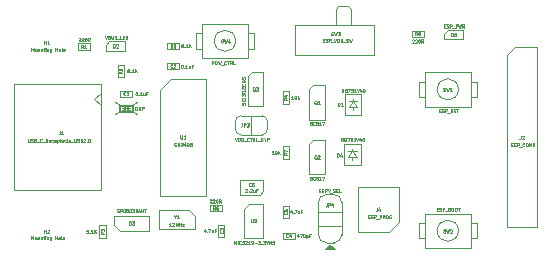
<source format=gbr>
%TF.GenerationSoftware,KiCad,Pcbnew,9.0.1*%
%TF.CreationDate,2025-04-09T10:04:17+05:30*%
%TF.ProjectId,ESPNut-D1,4553504e-7574-42d4-9431-2e6b69636164,0.1*%
%TF.SameCoordinates,Original*%
%TF.FileFunction,AssemblyDrawing,Top*%
%FSLAX46Y46*%
G04 Gerber Fmt 4.6, Leading zero omitted, Abs format (unit mm)*
G04 Created by KiCad (PCBNEW 9.0.1) date 2025-04-09 10:04:17*
%MOMM*%
%LPD*%
G01*
G04 APERTURE LIST*
%ADD10C,0.067500*%
%ADD11C,0.075000*%
%ADD12C,0.060000*%
%ADD13C,0.100000*%
%ADD14C,0.120000*%
G04 APERTURE END LIST*
D10*
X32935714Y18247889D02*
X32948571Y18260746D01*
X32948571Y18260746D02*
X32974286Y18273603D01*
X32974286Y18273603D02*
X33038571Y18273603D01*
X33038571Y18273603D02*
X33064286Y18260746D01*
X33064286Y18260746D02*
X33077143Y18247889D01*
X33077143Y18247889D02*
X33090000Y18222175D01*
X33090000Y18222175D02*
X33090000Y18196460D01*
X33090000Y18196460D02*
X33077143Y18157889D01*
X33077143Y18157889D02*
X32922857Y18003603D01*
X32922857Y18003603D02*
X33090000Y18003603D01*
X33192857Y18247889D02*
X33205714Y18260746D01*
X33205714Y18260746D02*
X33231429Y18273603D01*
X33231429Y18273603D02*
X33295714Y18273603D01*
X33295714Y18273603D02*
X33321429Y18260746D01*
X33321429Y18260746D02*
X33334286Y18247889D01*
X33334286Y18247889D02*
X33347143Y18222175D01*
X33347143Y18222175D02*
X33347143Y18196460D01*
X33347143Y18196460D02*
X33334286Y18157889D01*
X33334286Y18157889D02*
X33180000Y18003603D01*
X33180000Y18003603D02*
X33347143Y18003603D01*
X33514286Y18273603D02*
X33540000Y18273603D01*
X33540000Y18273603D02*
X33565714Y18260746D01*
X33565714Y18260746D02*
X33578572Y18247889D01*
X33578572Y18247889D02*
X33591429Y18222175D01*
X33591429Y18222175D02*
X33604286Y18170746D01*
X33604286Y18170746D02*
X33604286Y18106460D01*
X33604286Y18106460D02*
X33591429Y18055032D01*
X33591429Y18055032D02*
X33578572Y18029318D01*
X33578572Y18029318D02*
X33565714Y18016460D01*
X33565714Y18016460D02*
X33540000Y18003603D01*
X33540000Y18003603D02*
X33514286Y18003603D01*
X33514286Y18003603D02*
X33488572Y18016460D01*
X33488572Y18016460D02*
X33475714Y18029318D01*
X33475714Y18029318D02*
X33462857Y18055032D01*
X33462857Y18055032D02*
X33450000Y18106460D01*
X33450000Y18106460D02*
X33450000Y18170746D01*
X33450000Y18170746D02*
X33462857Y18222175D01*
X33462857Y18222175D02*
X33475714Y18247889D01*
X33475714Y18247889D02*
X33488572Y18260746D01*
X33488572Y18260746D02*
X33514286Y18273603D01*
X33874286Y18003603D02*
X33784286Y18132175D01*
X33720000Y18003603D02*
X33720000Y18273603D01*
X33720000Y18273603D02*
X33822857Y18273603D01*
X33822857Y18273603D02*
X33848572Y18260746D01*
X33848572Y18260746D02*
X33861429Y18247889D01*
X33861429Y18247889D02*
X33874286Y18222175D01*
X33874286Y18222175D02*
X33874286Y18183603D01*
X33874286Y18183603D02*
X33861429Y18157889D01*
X33861429Y18157889D02*
X33848572Y18145032D01*
X33848572Y18145032D02*
X33822857Y18132175D01*
X33822857Y18132175D02*
X33720000Y18132175D01*
X33360000Y18603603D02*
X33270000Y18732175D01*
X33205714Y18603603D02*
X33205714Y18873603D01*
X33205714Y18873603D02*
X33308571Y18873603D01*
X33308571Y18873603D02*
X33334286Y18860746D01*
X33334286Y18860746D02*
X33347143Y18847889D01*
X33347143Y18847889D02*
X33360000Y18822175D01*
X33360000Y18822175D02*
X33360000Y18783603D01*
X33360000Y18783603D02*
X33347143Y18757889D01*
X33347143Y18757889D02*
X33334286Y18745032D01*
X33334286Y18745032D02*
X33308571Y18732175D01*
X33308571Y18732175D02*
X33205714Y18732175D01*
X33488571Y18603603D02*
X33540000Y18603603D01*
X33540000Y18603603D02*
X33565714Y18616460D01*
X33565714Y18616460D02*
X33578571Y18629318D01*
X33578571Y18629318D02*
X33604286Y18667889D01*
X33604286Y18667889D02*
X33617143Y18719318D01*
X33617143Y18719318D02*
X33617143Y18822175D01*
X33617143Y18822175D02*
X33604286Y18847889D01*
X33604286Y18847889D02*
X33591429Y18860746D01*
X33591429Y18860746D02*
X33565714Y18873603D01*
X33565714Y18873603D02*
X33514286Y18873603D01*
X33514286Y18873603D02*
X33488571Y18860746D01*
X33488571Y18860746D02*
X33475714Y18847889D01*
X33475714Y18847889D02*
X33462857Y18822175D01*
X33462857Y18822175D02*
X33462857Y18757889D01*
X33462857Y18757889D02*
X33475714Y18732175D01*
X33475714Y18732175D02*
X33488571Y18719318D01*
X33488571Y18719318D02*
X33514286Y18706460D01*
X33514286Y18706460D02*
X33565714Y18706460D01*
X33565714Y18706460D02*
X33591429Y18719318D01*
X33591429Y18719318D02*
X33604286Y18732175D01*
X33604286Y18732175D02*
X33617143Y18757889D01*
X17931429Y9953603D02*
X18021429Y9683603D01*
X18021429Y9683603D02*
X18111429Y9953603D01*
X18201429Y9683603D02*
X18201429Y9953603D01*
X18201429Y9953603D02*
X18265715Y9953603D01*
X18265715Y9953603D02*
X18304286Y9940746D01*
X18304286Y9940746D02*
X18330001Y9915032D01*
X18330001Y9915032D02*
X18342858Y9889318D01*
X18342858Y9889318D02*
X18355715Y9837889D01*
X18355715Y9837889D02*
X18355715Y9799318D01*
X18355715Y9799318D02*
X18342858Y9747889D01*
X18342858Y9747889D02*
X18330001Y9722175D01*
X18330001Y9722175D02*
X18304286Y9696460D01*
X18304286Y9696460D02*
X18265715Y9683603D01*
X18265715Y9683603D02*
X18201429Y9683603D01*
X18471429Y9683603D02*
X18471429Y9953603D01*
X18471429Y9953603D02*
X18535715Y9953603D01*
X18535715Y9953603D02*
X18574286Y9940746D01*
X18574286Y9940746D02*
X18600001Y9915032D01*
X18600001Y9915032D02*
X18612858Y9889318D01*
X18612858Y9889318D02*
X18625715Y9837889D01*
X18625715Y9837889D02*
X18625715Y9799318D01*
X18625715Y9799318D02*
X18612858Y9747889D01*
X18612858Y9747889D02*
X18600001Y9722175D01*
X18600001Y9722175D02*
X18574286Y9696460D01*
X18574286Y9696460D02*
X18535715Y9683603D01*
X18535715Y9683603D02*
X18471429Y9683603D01*
X18677144Y9657889D02*
X18882858Y9657889D01*
X19101429Y9709318D02*
X19088572Y9696460D01*
X19088572Y9696460D02*
X19050000Y9683603D01*
X19050000Y9683603D02*
X19024286Y9683603D01*
X19024286Y9683603D02*
X18985715Y9696460D01*
X18985715Y9696460D02*
X18960000Y9722175D01*
X18960000Y9722175D02*
X18947143Y9747889D01*
X18947143Y9747889D02*
X18934286Y9799318D01*
X18934286Y9799318D02*
X18934286Y9837889D01*
X18934286Y9837889D02*
X18947143Y9889318D01*
X18947143Y9889318D02*
X18960000Y9915032D01*
X18960000Y9915032D02*
X18985715Y9940746D01*
X18985715Y9940746D02*
X19024286Y9953603D01*
X19024286Y9953603D02*
X19050000Y9953603D01*
X19050000Y9953603D02*
X19088572Y9940746D01*
X19088572Y9940746D02*
X19101429Y9927889D01*
X19178572Y9953603D02*
X19332858Y9953603D01*
X19255715Y9683603D02*
X19255715Y9953603D01*
X19577143Y9683603D02*
X19487143Y9812175D01*
X19422857Y9683603D02*
X19422857Y9953603D01*
X19422857Y9953603D02*
X19525714Y9953603D01*
X19525714Y9953603D02*
X19551429Y9940746D01*
X19551429Y9940746D02*
X19564286Y9927889D01*
X19564286Y9927889D02*
X19577143Y9902175D01*
X19577143Y9902175D02*
X19577143Y9863603D01*
X19577143Y9863603D02*
X19564286Y9837889D01*
X19564286Y9837889D02*
X19551429Y9825032D01*
X19551429Y9825032D02*
X19525714Y9812175D01*
X19525714Y9812175D02*
X19422857Y9812175D01*
X19821429Y9683603D02*
X19692857Y9683603D01*
X19692857Y9683603D02*
X19692857Y9953603D01*
X19847143Y9657889D02*
X20052857Y9657889D01*
X20207142Y9825032D02*
X20245714Y9812175D01*
X20245714Y9812175D02*
X20258571Y9799318D01*
X20258571Y9799318D02*
X20271428Y9773603D01*
X20271428Y9773603D02*
X20271428Y9735032D01*
X20271428Y9735032D02*
X20258571Y9709318D01*
X20258571Y9709318D02*
X20245714Y9696460D01*
X20245714Y9696460D02*
X20219999Y9683603D01*
X20219999Y9683603D02*
X20117142Y9683603D01*
X20117142Y9683603D02*
X20117142Y9953603D01*
X20117142Y9953603D02*
X20207142Y9953603D01*
X20207142Y9953603D02*
X20232857Y9940746D01*
X20232857Y9940746D02*
X20245714Y9927889D01*
X20245714Y9927889D02*
X20258571Y9902175D01*
X20258571Y9902175D02*
X20258571Y9876460D01*
X20258571Y9876460D02*
X20245714Y9850746D01*
X20245714Y9850746D02*
X20232857Y9837889D01*
X20232857Y9837889D02*
X20207142Y9825032D01*
X20207142Y9825032D02*
X20117142Y9825032D01*
X20438571Y9812175D02*
X20438571Y9683603D01*
X20348571Y9953603D02*
X20438571Y9812175D01*
X20438571Y9812175D02*
X20528571Y9953603D01*
X20618571Y9683603D02*
X20618571Y9953603D01*
X20618571Y9953603D02*
X20721428Y9953603D01*
X20721428Y9953603D02*
X20747143Y9940746D01*
X20747143Y9940746D02*
X20760000Y9927889D01*
X20760000Y9927889D02*
X20772857Y9902175D01*
X20772857Y9902175D02*
X20772857Y9863603D01*
X20772857Y9863603D02*
X20760000Y9837889D01*
X20760000Y9837889D02*
X20747143Y9825032D01*
X20747143Y9825032D02*
X20721428Y9812175D01*
X20721428Y9812175D02*
X20618571Y9812175D01*
X18550835Y11161553D02*
X18550835Y10968696D01*
X18550835Y10968696D02*
X18537978Y10930125D01*
X18537978Y10930125D02*
X18512264Y10904410D01*
X18512264Y10904410D02*
X18473692Y10891553D01*
X18473692Y10891553D02*
X18447978Y10891553D01*
X18679406Y10891553D02*
X18679406Y11161553D01*
X18679406Y11161553D02*
X18782263Y11161553D01*
X18782263Y11161553D02*
X18807978Y11148696D01*
X18807978Y11148696D02*
X18820835Y11135839D01*
X18820835Y11135839D02*
X18833692Y11110125D01*
X18833692Y11110125D02*
X18833692Y11071553D01*
X18833692Y11071553D02*
X18820835Y11045839D01*
X18820835Y11045839D02*
X18807978Y11032982D01*
X18807978Y11032982D02*
X18782263Y11020125D01*
X18782263Y11020125D02*
X18679406Y11020125D01*
X18923692Y11161553D02*
X19090835Y11161553D01*
X19090835Y11161553D02*
X19000835Y11058696D01*
X19000835Y11058696D02*
X19039406Y11058696D01*
X19039406Y11058696D02*
X19065121Y11045839D01*
X19065121Y11045839D02*
X19077978Y11032982D01*
X19077978Y11032982D02*
X19090835Y11007268D01*
X19090835Y11007268D02*
X19090835Y10942982D01*
X19090835Y10942982D02*
X19077978Y10917268D01*
X19077978Y10917268D02*
X19065121Y10904410D01*
X19065121Y10904410D02*
X19039406Y10891553D01*
X19039406Y10891553D02*
X18962263Y10891553D01*
X18962263Y10891553D02*
X18936549Y10904410D01*
X18936549Y10904410D02*
X18923692Y10917268D01*
X27089999Y9643603D02*
X26999999Y9772175D01*
X26935713Y9643603D02*
X26935713Y9913603D01*
X26935713Y9913603D02*
X27038570Y9913603D01*
X27038570Y9913603D02*
X27064285Y9900746D01*
X27064285Y9900746D02*
X27077142Y9887889D01*
X27077142Y9887889D02*
X27089999Y9862175D01*
X27089999Y9862175D02*
X27089999Y9823603D01*
X27089999Y9823603D02*
X27077142Y9797889D01*
X27077142Y9797889D02*
X27064285Y9785032D01*
X27064285Y9785032D02*
X27038570Y9772175D01*
X27038570Y9772175D02*
X26935713Y9772175D01*
X27295713Y9785032D02*
X27334285Y9772175D01*
X27334285Y9772175D02*
X27347142Y9759318D01*
X27347142Y9759318D02*
X27359999Y9733603D01*
X27359999Y9733603D02*
X27359999Y9695032D01*
X27359999Y9695032D02*
X27347142Y9669318D01*
X27347142Y9669318D02*
X27334285Y9656460D01*
X27334285Y9656460D02*
X27308570Y9643603D01*
X27308570Y9643603D02*
X27205713Y9643603D01*
X27205713Y9643603D02*
X27205713Y9913603D01*
X27205713Y9913603D02*
X27295713Y9913603D01*
X27295713Y9913603D02*
X27321428Y9900746D01*
X27321428Y9900746D02*
X27334285Y9887889D01*
X27334285Y9887889D02*
X27347142Y9862175D01*
X27347142Y9862175D02*
X27347142Y9836460D01*
X27347142Y9836460D02*
X27334285Y9810746D01*
X27334285Y9810746D02*
X27321428Y9797889D01*
X27321428Y9797889D02*
X27295713Y9785032D01*
X27295713Y9785032D02*
X27205713Y9785032D01*
X27449999Y9913603D02*
X27629999Y9913603D01*
X27629999Y9913603D02*
X27514285Y9643603D01*
X27861428Y9913603D02*
X27732856Y9913603D01*
X27732856Y9913603D02*
X27719999Y9785032D01*
X27719999Y9785032D02*
X27732856Y9797889D01*
X27732856Y9797889D02*
X27758571Y9810746D01*
X27758571Y9810746D02*
X27822856Y9810746D01*
X27822856Y9810746D02*
X27848571Y9797889D01*
X27848571Y9797889D02*
X27861428Y9785032D01*
X27861428Y9785032D02*
X27874285Y9759318D01*
X27874285Y9759318D02*
X27874285Y9695032D01*
X27874285Y9695032D02*
X27861428Y9669318D01*
X27861428Y9669318D02*
X27848571Y9656460D01*
X27848571Y9656460D02*
X27822856Y9643603D01*
X27822856Y9643603D02*
X27758571Y9643603D01*
X27758571Y9643603D02*
X27732856Y9656460D01*
X27732856Y9656460D02*
X27719999Y9669318D01*
X28131428Y9643603D02*
X27977142Y9643603D01*
X28054285Y9643603D02*
X28054285Y9913603D01*
X28054285Y9913603D02*
X28028571Y9875032D01*
X28028571Y9875032D02*
X28002856Y9849318D01*
X28002856Y9849318D02*
X27977142Y9836460D01*
X28208571Y9913603D02*
X28298571Y9643603D01*
X28298571Y9643603D02*
X28388571Y9913603D01*
X28594286Y9823603D02*
X28594286Y9643603D01*
X28530000Y9926460D02*
X28465714Y9733603D01*
X28465714Y9733603D02*
X28632857Y9733603D01*
X28787143Y9913603D02*
X28812857Y9913603D01*
X28812857Y9913603D02*
X28838571Y9900746D01*
X28838571Y9900746D02*
X28851429Y9887889D01*
X28851429Y9887889D02*
X28864286Y9862175D01*
X28864286Y9862175D02*
X28877143Y9810746D01*
X28877143Y9810746D02*
X28877143Y9746460D01*
X28877143Y9746460D02*
X28864286Y9695032D01*
X28864286Y9695032D02*
X28851429Y9669318D01*
X28851429Y9669318D02*
X28838571Y9656460D01*
X28838571Y9656460D02*
X28812857Y9643603D01*
X28812857Y9643603D02*
X28787143Y9643603D01*
X28787143Y9643603D02*
X28761429Y9656460D01*
X28761429Y9656460D02*
X28748571Y9669318D01*
X28748571Y9669318D02*
X28735714Y9695032D01*
X28735714Y9695032D02*
X28722857Y9746460D01*
X28722857Y9746460D02*
X28722857Y9810746D01*
X28722857Y9810746D02*
X28735714Y9862175D01*
X28735714Y9862175D02*
X28748571Y9887889D01*
X28748571Y9887889D02*
X28761429Y9900746D01*
X28761429Y9900746D02*
X28787143Y9913603D01*
X26580714Y8343603D02*
X26580714Y8613603D01*
X26580714Y8613603D02*
X26645000Y8613603D01*
X26645000Y8613603D02*
X26683571Y8600746D01*
X26683571Y8600746D02*
X26709286Y8575032D01*
X26709286Y8575032D02*
X26722143Y8549318D01*
X26722143Y8549318D02*
X26735000Y8497889D01*
X26735000Y8497889D02*
X26735000Y8459318D01*
X26735000Y8459318D02*
X26722143Y8407889D01*
X26722143Y8407889D02*
X26709286Y8382175D01*
X26709286Y8382175D02*
X26683571Y8356460D01*
X26683571Y8356460D02*
X26645000Y8343603D01*
X26645000Y8343603D02*
X26580714Y8343603D01*
X26966429Y8523603D02*
X26966429Y8343603D01*
X26902143Y8626460D02*
X26837857Y8433603D01*
X26837857Y8433603D02*
X27005000Y8433603D01*
X35636428Y19405032D02*
X35726428Y19405032D01*
X35765000Y19263603D02*
X35636428Y19263603D01*
X35636428Y19263603D02*
X35636428Y19533603D01*
X35636428Y19533603D02*
X35765000Y19533603D01*
X35867857Y19276460D02*
X35906429Y19263603D01*
X35906429Y19263603D02*
X35970714Y19263603D01*
X35970714Y19263603D02*
X35996429Y19276460D01*
X35996429Y19276460D02*
X36009286Y19289318D01*
X36009286Y19289318D02*
X36022143Y19315032D01*
X36022143Y19315032D02*
X36022143Y19340746D01*
X36022143Y19340746D02*
X36009286Y19366460D01*
X36009286Y19366460D02*
X35996429Y19379318D01*
X35996429Y19379318D02*
X35970714Y19392175D01*
X35970714Y19392175D02*
X35919286Y19405032D01*
X35919286Y19405032D02*
X35893571Y19417889D01*
X35893571Y19417889D02*
X35880714Y19430746D01*
X35880714Y19430746D02*
X35867857Y19456460D01*
X35867857Y19456460D02*
X35867857Y19482175D01*
X35867857Y19482175D02*
X35880714Y19507889D01*
X35880714Y19507889D02*
X35893571Y19520746D01*
X35893571Y19520746D02*
X35919286Y19533603D01*
X35919286Y19533603D02*
X35983571Y19533603D01*
X35983571Y19533603D02*
X36022143Y19520746D01*
X36137857Y19263603D02*
X36137857Y19533603D01*
X36137857Y19533603D02*
X36240714Y19533603D01*
X36240714Y19533603D02*
X36266429Y19520746D01*
X36266429Y19520746D02*
X36279286Y19507889D01*
X36279286Y19507889D02*
X36292143Y19482175D01*
X36292143Y19482175D02*
X36292143Y19443603D01*
X36292143Y19443603D02*
X36279286Y19417889D01*
X36279286Y19417889D02*
X36266429Y19405032D01*
X36266429Y19405032D02*
X36240714Y19392175D01*
X36240714Y19392175D02*
X36137857Y19392175D01*
X36343572Y19237889D02*
X36549286Y19237889D01*
X36613571Y19263603D02*
X36613571Y19533603D01*
X36613571Y19533603D02*
X36716428Y19533603D01*
X36716428Y19533603D02*
X36742143Y19520746D01*
X36742143Y19520746D02*
X36755000Y19507889D01*
X36755000Y19507889D02*
X36767857Y19482175D01*
X36767857Y19482175D02*
X36767857Y19443603D01*
X36767857Y19443603D02*
X36755000Y19417889D01*
X36755000Y19417889D02*
X36742143Y19405032D01*
X36742143Y19405032D02*
X36716428Y19392175D01*
X36716428Y19392175D02*
X36613571Y19392175D01*
X36857857Y19533603D02*
X36922143Y19263603D01*
X36922143Y19263603D02*
X36973571Y19456460D01*
X36973571Y19456460D02*
X37025000Y19263603D01*
X37025000Y19263603D02*
X37089286Y19533603D01*
X37346428Y19263603D02*
X37256428Y19392175D01*
X37192142Y19263603D02*
X37192142Y19533603D01*
X37192142Y19533603D02*
X37294999Y19533603D01*
X37294999Y19533603D02*
X37320714Y19520746D01*
X37320714Y19520746D02*
X37333571Y19507889D01*
X37333571Y19507889D02*
X37346428Y19482175D01*
X37346428Y19482175D02*
X37346428Y19443603D01*
X37346428Y19443603D02*
X37333571Y19417889D01*
X37333571Y19417889D02*
X37320714Y19405032D01*
X37320714Y19405032D02*
X37294999Y19392175D01*
X37294999Y19392175D02*
X37192142Y19392175D01*
X36255714Y18543603D02*
X36255714Y18813603D01*
X36255714Y18813603D02*
X36320000Y18813603D01*
X36320000Y18813603D02*
X36358571Y18800746D01*
X36358571Y18800746D02*
X36384286Y18775032D01*
X36384286Y18775032D02*
X36397143Y18749318D01*
X36397143Y18749318D02*
X36410000Y18697889D01*
X36410000Y18697889D02*
X36410000Y18659318D01*
X36410000Y18659318D02*
X36397143Y18607889D01*
X36397143Y18607889D02*
X36384286Y18582175D01*
X36384286Y18582175D02*
X36358571Y18556460D01*
X36358571Y18556460D02*
X36320000Y18543603D01*
X36320000Y18543603D02*
X36255714Y18543603D01*
X36654286Y18813603D02*
X36525714Y18813603D01*
X36525714Y18813603D02*
X36512857Y18685032D01*
X36512857Y18685032D02*
X36525714Y18697889D01*
X36525714Y18697889D02*
X36551429Y18710746D01*
X36551429Y18710746D02*
X36615714Y18710746D01*
X36615714Y18710746D02*
X36641429Y18697889D01*
X36641429Y18697889D02*
X36654286Y18685032D01*
X36654286Y18685032D02*
X36667143Y18659318D01*
X36667143Y18659318D02*
X36667143Y18595032D01*
X36667143Y18595032D02*
X36654286Y18569318D01*
X36654286Y18569318D02*
X36641429Y18556460D01*
X36641429Y18556460D02*
X36615714Y18543603D01*
X36615714Y18543603D02*
X36551429Y18543603D01*
X36551429Y18543603D02*
X36525714Y18556460D01*
X36525714Y18556460D02*
X36512857Y18569318D01*
X15795714Y4697889D02*
X15808571Y4710746D01*
X15808571Y4710746D02*
X15834286Y4723603D01*
X15834286Y4723603D02*
X15898571Y4723603D01*
X15898571Y4723603D02*
X15924286Y4710746D01*
X15924286Y4710746D02*
X15937143Y4697889D01*
X15937143Y4697889D02*
X15950000Y4672175D01*
X15950000Y4672175D02*
X15950000Y4646460D01*
X15950000Y4646460D02*
X15937143Y4607889D01*
X15937143Y4607889D02*
X15782857Y4453603D01*
X15782857Y4453603D02*
X15950000Y4453603D01*
X16052857Y4697889D02*
X16065714Y4710746D01*
X16065714Y4710746D02*
X16091429Y4723603D01*
X16091429Y4723603D02*
X16155714Y4723603D01*
X16155714Y4723603D02*
X16181429Y4710746D01*
X16181429Y4710746D02*
X16194286Y4697889D01*
X16194286Y4697889D02*
X16207143Y4672175D01*
X16207143Y4672175D02*
X16207143Y4646460D01*
X16207143Y4646460D02*
X16194286Y4607889D01*
X16194286Y4607889D02*
X16040000Y4453603D01*
X16040000Y4453603D02*
X16207143Y4453603D01*
X16374286Y4723603D02*
X16400000Y4723603D01*
X16400000Y4723603D02*
X16425714Y4710746D01*
X16425714Y4710746D02*
X16438572Y4697889D01*
X16438572Y4697889D02*
X16451429Y4672175D01*
X16451429Y4672175D02*
X16464286Y4620746D01*
X16464286Y4620746D02*
X16464286Y4556460D01*
X16464286Y4556460D02*
X16451429Y4505032D01*
X16451429Y4505032D02*
X16438572Y4479318D01*
X16438572Y4479318D02*
X16425714Y4466460D01*
X16425714Y4466460D02*
X16400000Y4453603D01*
X16400000Y4453603D02*
X16374286Y4453603D01*
X16374286Y4453603D02*
X16348572Y4466460D01*
X16348572Y4466460D02*
X16335714Y4479318D01*
X16335714Y4479318D02*
X16322857Y4505032D01*
X16322857Y4505032D02*
X16310000Y4556460D01*
X16310000Y4556460D02*
X16310000Y4620746D01*
X16310000Y4620746D02*
X16322857Y4672175D01*
X16322857Y4672175D02*
X16335714Y4697889D01*
X16335714Y4697889D02*
X16348572Y4710746D01*
X16348572Y4710746D02*
X16374286Y4723603D01*
X16734286Y4453603D02*
X16644286Y4582175D01*
X16580000Y4453603D02*
X16580000Y4723603D01*
X16580000Y4723603D02*
X16682857Y4723603D01*
X16682857Y4723603D02*
X16708572Y4710746D01*
X16708572Y4710746D02*
X16721429Y4697889D01*
X16721429Y4697889D02*
X16734286Y4672175D01*
X16734286Y4672175D02*
X16734286Y4633603D01*
X16734286Y4633603D02*
X16721429Y4607889D01*
X16721429Y4607889D02*
X16708572Y4595032D01*
X16708572Y4595032D02*
X16682857Y4582175D01*
X16682857Y4582175D02*
X16580000Y4582175D01*
X16260000Y3863603D02*
X16170000Y3992175D01*
X16105714Y3863603D02*
X16105714Y4133603D01*
X16105714Y4133603D02*
X16208571Y4133603D01*
X16208571Y4133603D02*
X16234286Y4120746D01*
X16234286Y4120746D02*
X16247143Y4107889D01*
X16247143Y4107889D02*
X16260000Y4082175D01*
X16260000Y4082175D02*
X16260000Y4043603D01*
X16260000Y4043603D02*
X16247143Y4017889D01*
X16247143Y4017889D02*
X16234286Y4005032D01*
X16234286Y4005032D02*
X16208571Y3992175D01*
X16208571Y3992175D02*
X16105714Y3992175D01*
X16504286Y4133603D02*
X16375714Y4133603D01*
X16375714Y4133603D02*
X16362857Y4005032D01*
X16362857Y4005032D02*
X16375714Y4017889D01*
X16375714Y4017889D02*
X16401429Y4030746D01*
X16401429Y4030746D02*
X16465714Y4030746D01*
X16465714Y4030746D02*
X16491429Y4017889D01*
X16491429Y4017889D02*
X16504286Y4005032D01*
X16504286Y4005032D02*
X16517143Y3979318D01*
X16517143Y3979318D02*
X16517143Y3915032D01*
X16517143Y3915032D02*
X16504286Y3889318D01*
X16504286Y3889318D02*
X16491429Y3876460D01*
X16491429Y3876460D02*
X16465714Y3863603D01*
X16465714Y3863603D02*
X16401429Y3863603D01*
X16401429Y3863603D02*
X16375714Y3876460D01*
X16375714Y3876460D02*
X16362857Y3889318D01*
X12956428Y9293318D02*
X12943571Y9280460D01*
X12943571Y9280460D02*
X12904999Y9267603D01*
X12904999Y9267603D02*
X12879285Y9267603D01*
X12879285Y9267603D02*
X12840714Y9280460D01*
X12840714Y9280460D02*
X12814999Y9306175D01*
X12814999Y9306175D02*
X12802142Y9331889D01*
X12802142Y9331889D02*
X12789285Y9383318D01*
X12789285Y9383318D02*
X12789285Y9421889D01*
X12789285Y9421889D02*
X12802142Y9473318D01*
X12802142Y9473318D02*
X12814999Y9499032D01*
X12814999Y9499032D02*
X12840714Y9524746D01*
X12840714Y9524746D02*
X12879285Y9537603D01*
X12879285Y9537603D02*
X12904999Y9537603D01*
X12904999Y9537603D02*
X12943571Y9524746D01*
X12943571Y9524746D02*
X12956428Y9511889D01*
X13072142Y9267603D02*
X13072142Y9537603D01*
X13072142Y9409032D02*
X13226428Y9409032D01*
X13226428Y9267603D02*
X13226428Y9537603D01*
X13329285Y9537603D02*
X13496428Y9537603D01*
X13496428Y9537603D02*
X13406428Y9434746D01*
X13406428Y9434746D02*
X13444999Y9434746D01*
X13444999Y9434746D02*
X13470714Y9421889D01*
X13470714Y9421889D02*
X13483571Y9409032D01*
X13483571Y9409032D02*
X13496428Y9383318D01*
X13496428Y9383318D02*
X13496428Y9319032D01*
X13496428Y9319032D02*
X13483571Y9293318D01*
X13483571Y9293318D02*
X13470714Y9280460D01*
X13470714Y9280460D02*
X13444999Y9267603D01*
X13444999Y9267603D02*
X13367856Y9267603D01*
X13367856Y9267603D02*
X13342142Y9280460D01*
X13342142Y9280460D02*
X13329285Y9293318D01*
X13727857Y9447603D02*
X13727857Y9267603D01*
X13663571Y9550460D02*
X13599285Y9357603D01*
X13599285Y9357603D02*
X13766428Y9357603D01*
X13920714Y9537603D02*
X13946428Y9537603D01*
X13946428Y9537603D02*
X13972142Y9524746D01*
X13972142Y9524746D02*
X13985000Y9511889D01*
X13985000Y9511889D02*
X13997857Y9486175D01*
X13997857Y9486175D02*
X14010714Y9434746D01*
X14010714Y9434746D02*
X14010714Y9370460D01*
X14010714Y9370460D02*
X13997857Y9319032D01*
X13997857Y9319032D02*
X13985000Y9293318D01*
X13985000Y9293318D02*
X13972142Y9280460D01*
X13972142Y9280460D02*
X13946428Y9267603D01*
X13946428Y9267603D02*
X13920714Y9267603D01*
X13920714Y9267603D02*
X13895000Y9280460D01*
X13895000Y9280460D02*
X13882142Y9293318D01*
X13882142Y9293318D02*
X13869285Y9319032D01*
X13869285Y9319032D02*
X13856428Y9370460D01*
X13856428Y9370460D02*
X13856428Y9434746D01*
X13856428Y9434746D02*
X13869285Y9486175D01*
X13869285Y9486175D02*
X13882142Y9511889D01*
X13882142Y9511889D02*
X13895000Y9524746D01*
X13895000Y9524746D02*
X13920714Y9537603D01*
X14267857Y9524746D02*
X14242143Y9537603D01*
X14242143Y9537603D02*
X14203571Y9537603D01*
X14203571Y9537603D02*
X14165000Y9524746D01*
X14165000Y9524746D02*
X14139285Y9499032D01*
X14139285Y9499032D02*
X14126428Y9473318D01*
X14126428Y9473318D02*
X14113571Y9421889D01*
X14113571Y9421889D02*
X14113571Y9383318D01*
X14113571Y9383318D02*
X14126428Y9331889D01*
X14126428Y9331889D02*
X14139285Y9306175D01*
X14139285Y9306175D02*
X14165000Y9280460D01*
X14165000Y9280460D02*
X14203571Y9267603D01*
X14203571Y9267603D02*
X14229285Y9267603D01*
X14229285Y9267603D02*
X14267857Y9280460D01*
X14267857Y9280460D02*
X14280714Y9293318D01*
X14280714Y9293318D02*
X14280714Y9383318D01*
X14280714Y9383318D02*
X14229285Y9383318D01*
X13319285Y10147603D02*
X13319285Y9929032D01*
X13319285Y9929032D02*
X13332142Y9903318D01*
X13332142Y9903318D02*
X13345000Y9890460D01*
X13345000Y9890460D02*
X13370714Y9877603D01*
X13370714Y9877603D02*
X13422142Y9877603D01*
X13422142Y9877603D02*
X13447857Y9890460D01*
X13447857Y9890460D02*
X13460714Y9903318D01*
X13460714Y9903318D02*
X13473571Y9929032D01*
X13473571Y9929032D02*
X13473571Y10147603D01*
X13743571Y9877603D02*
X13589285Y9877603D01*
X13666428Y9877603D02*
X13666428Y10147603D01*
X13666428Y10147603D02*
X13640714Y10109032D01*
X13640714Y10109032D02*
X13614999Y10083318D01*
X13614999Y10083318D02*
X13589285Y10070460D01*
X9507857Y12293603D02*
X9507857Y12563603D01*
X9507857Y12563603D02*
X9572143Y12563603D01*
X9572143Y12563603D02*
X9610714Y12550746D01*
X9610714Y12550746D02*
X9636429Y12525032D01*
X9636429Y12525032D02*
X9649286Y12499318D01*
X9649286Y12499318D02*
X9662143Y12447889D01*
X9662143Y12447889D02*
X9662143Y12409318D01*
X9662143Y12409318D02*
X9649286Y12357889D01*
X9649286Y12357889D02*
X9636429Y12332175D01*
X9636429Y12332175D02*
X9610714Y12306460D01*
X9610714Y12306460D02*
X9572143Y12293603D01*
X9572143Y12293603D02*
X9507857Y12293603D01*
X9777857Y12293603D02*
X9777857Y12563603D01*
X9777857Y12563603D02*
X9932143Y12293603D01*
X9932143Y12293603D02*
X9932143Y12563603D01*
X10060714Y12293603D02*
X10060714Y12563603D01*
X10060714Y12563603D02*
X10163571Y12563603D01*
X10163571Y12563603D02*
X10189286Y12550746D01*
X10189286Y12550746D02*
X10202143Y12537889D01*
X10202143Y12537889D02*
X10215000Y12512175D01*
X10215000Y12512175D02*
X10215000Y12473603D01*
X10215000Y12473603D02*
X10202143Y12447889D01*
X10202143Y12447889D02*
X10189286Y12435032D01*
X10189286Y12435032D02*
X10163571Y12422175D01*
X10163571Y12422175D02*
X10060714Y12422175D01*
X8660000Y12313603D02*
X8570000Y12442175D01*
X8505714Y12313603D02*
X8505714Y12583603D01*
X8505714Y12583603D02*
X8608571Y12583603D01*
X8608571Y12583603D02*
X8634286Y12570746D01*
X8634286Y12570746D02*
X8647143Y12557889D01*
X8647143Y12557889D02*
X8660000Y12532175D01*
X8660000Y12532175D02*
X8660000Y12493603D01*
X8660000Y12493603D02*
X8647143Y12467889D01*
X8647143Y12467889D02*
X8634286Y12455032D01*
X8634286Y12455032D02*
X8608571Y12442175D01*
X8608571Y12442175D02*
X8505714Y12442175D01*
X8891429Y12583603D02*
X8840000Y12583603D01*
X8840000Y12583603D02*
X8814286Y12570746D01*
X8814286Y12570746D02*
X8801429Y12557889D01*
X8801429Y12557889D02*
X8775714Y12519318D01*
X8775714Y12519318D02*
X8762857Y12467889D01*
X8762857Y12467889D02*
X8762857Y12365032D01*
X8762857Y12365032D02*
X8775714Y12339318D01*
X8775714Y12339318D02*
X8788571Y12326460D01*
X8788571Y12326460D02*
X8814286Y12313603D01*
X8814286Y12313603D02*
X8865714Y12313603D01*
X8865714Y12313603D02*
X8891429Y12326460D01*
X8891429Y12326460D02*
X8904286Y12339318D01*
X8904286Y12339318D02*
X8917143Y12365032D01*
X8917143Y12365032D02*
X8917143Y12429318D01*
X8917143Y12429318D02*
X8904286Y12455032D01*
X8904286Y12455032D02*
X8891429Y12467889D01*
X8891429Y12467889D02*
X8865714Y12480746D01*
X8865714Y12480746D02*
X8814286Y12480746D01*
X8814286Y12480746D02*
X8788571Y12467889D01*
X8788571Y12467889D02*
X8775714Y12455032D01*
X8775714Y12455032D02*
X8762857Y12429318D01*
X8404464Y12450293D02*
X9018393Y12450293D01*
X4700714Y18357889D02*
X4713571Y18370746D01*
X4713571Y18370746D02*
X4739286Y18383603D01*
X4739286Y18383603D02*
X4803571Y18383603D01*
X4803571Y18383603D02*
X4829286Y18370746D01*
X4829286Y18370746D02*
X4842143Y18357889D01*
X4842143Y18357889D02*
X4855000Y18332175D01*
X4855000Y18332175D02*
X4855000Y18306460D01*
X4855000Y18306460D02*
X4842143Y18267889D01*
X4842143Y18267889D02*
X4687857Y18113603D01*
X4687857Y18113603D02*
X4855000Y18113603D01*
X4957857Y18357889D02*
X4970714Y18370746D01*
X4970714Y18370746D02*
X4996429Y18383603D01*
X4996429Y18383603D02*
X5060714Y18383603D01*
X5060714Y18383603D02*
X5086429Y18370746D01*
X5086429Y18370746D02*
X5099286Y18357889D01*
X5099286Y18357889D02*
X5112143Y18332175D01*
X5112143Y18332175D02*
X5112143Y18306460D01*
X5112143Y18306460D02*
X5099286Y18267889D01*
X5099286Y18267889D02*
X4945000Y18113603D01*
X4945000Y18113603D02*
X5112143Y18113603D01*
X5279286Y18383603D02*
X5305000Y18383603D01*
X5305000Y18383603D02*
X5330714Y18370746D01*
X5330714Y18370746D02*
X5343572Y18357889D01*
X5343572Y18357889D02*
X5356429Y18332175D01*
X5356429Y18332175D02*
X5369286Y18280746D01*
X5369286Y18280746D02*
X5369286Y18216460D01*
X5369286Y18216460D02*
X5356429Y18165032D01*
X5356429Y18165032D02*
X5343572Y18139318D01*
X5343572Y18139318D02*
X5330714Y18126460D01*
X5330714Y18126460D02*
X5305000Y18113603D01*
X5305000Y18113603D02*
X5279286Y18113603D01*
X5279286Y18113603D02*
X5253572Y18126460D01*
X5253572Y18126460D02*
X5240714Y18139318D01*
X5240714Y18139318D02*
X5227857Y18165032D01*
X5227857Y18165032D02*
X5215000Y18216460D01*
X5215000Y18216460D02*
X5215000Y18280746D01*
X5215000Y18280746D02*
X5227857Y18332175D01*
X5227857Y18332175D02*
X5240714Y18357889D01*
X5240714Y18357889D02*
X5253572Y18370746D01*
X5253572Y18370746D02*
X5279286Y18383603D01*
X5639286Y18113603D02*
X5549286Y18242175D01*
X5485000Y18113603D02*
X5485000Y18383603D01*
X5485000Y18383603D02*
X5587857Y18383603D01*
X5587857Y18383603D02*
X5613572Y18370746D01*
X5613572Y18370746D02*
X5626429Y18357889D01*
X5626429Y18357889D02*
X5639286Y18332175D01*
X5639286Y18332175D02*
X5639286Y18293603D01*
X5639286Y18293603D02*
X5626429Y18267889D01*
X5626429Y18267889D02*
X5613572Y18255032D01*
X5613572Y18255032D02*
X5587857Y18242175D01*
X5587857Y18242175D02*
X5485000Y18242175D01*
X5090000Y17533603D02*
X5000000Y17662175D01*
X4935714Y17533603D02*
X4935714Y17803603D01*
X4935714Y17803603D02*
X5038571Y17803603D01*
X5038571Y17803603D02*
X5064286Y17790746D01*
X5064286Y17790746D02*
X5077143Y17777889D01*
X5077143Y17777889D02*
X5090000Y17752175D01*
X5090000Y17752175D02*
X5090000Y17713603D01*
X5090000Y17713603D02*
X5077143Y17687889D01*
X5077143Y17687889D02*
X5064286Y17675032D01*
X5064286Y17675032D02*
X5038571Y17662175D01*
X5038571Y17662175D02*
X4935714Y17662175D01*
X5347143Y17533603D02*
X5192857Y17533603D01*
X5270000Y17533603D02*
X5270000Y17803603D01*
X5270000Y17803603D02*
X5244286Y17765032D01*
X5244286Y17765032D02*
X5218571Y17739318D01*
X5218571Y17739318D02*
X5192857Y17726460D01*
X694999Y1338603D02*
X694999Y1608603D01*
X694999Y1608603D02*
X784999Y1415746D01*
X784999Y1415746D02*
X874999Y1608603D01*
X874999Y1608603D02*
X874999Y1338603D01*
X1042142Y1338603D02*
X1016427Y1351460D01*
X1016427Y1351460D02*
X1003570Y1364318D01*
X1003570Y1364318D02*
X990713Y1390032D01*
X990713Y1390032D02*
X990713Y1467175D01*
X990713Y1467175D02*
X1003570Y1492889D01*
X1003570Y1492889D02*
X1016427Y1505746D01*
X1016427Y1505746D02*
X1042142Y1518603D01*
X1042142Y1518603D02*
X1080713Y1518603D01*
X1080713Y1518603D02*
X1106427Y1505746D01*
X1106427Y1505746D02*
X1119285Y1492889D01*
X1119285Y1492889D02*
X1132142Y1467175D01*
X1132142Y1467175D02*
X1132142Y1390032D01*
X1132142Y1390032D02*
X1119285Y1364318D01*
X1119285Y1364318D02*
X1106427Y1351460D01*
X1106427Y1351460D02*
X1080713Y1338603D01*
X1080713Y1338603D02*
X1042142Y1338603D01*
X1363571Y1518603D02*
X1363571Y1338603D01*
X1247856Y1518603D02*
X1247856Y1377175D01*
X1247856Y1377175D02*
X1260713Y1351460D01*
X1260713Y1351460D02*
X1286428Y1338603D01*
X1286428Y1338603D02*
X1324999Y1338603D01*
X1324999Y1338603D02*
X1350713Y1351460D01*
X1350713Y1351460D02*
X1363571Y1364318D01*
X1492142Y1518603D02*
X1492142Y1338603D01*
X1492142Y1492889D02*
X1504999Y1505746D01*
X1504999Y1505746D02*
X1530714Y1518603D01*
X1530714Y1518603D02*
X1569285Y1518603D01*
X1569285Y1518603D02*
X1594999Y1505746D01*
X1594999Y1505746D02*
X1607857Y1480032D01*
X1607857Y1480032D02*
X1607857Y1338603D01*
X1697857Y1518603D02*
X1800714Y1518603D01*
X1736428Y1608603D02*
X1736428Y1377175D01*
X1736428Y1377175D02*
X1749285Y1351460D01*
X1749285Y1351460D02*
X1775000Y1338603D01*
X1775000Y1338603D02*
X1800714Y1338603D01*
X1890714Y1338603D02*
X1890714Y1518603D01*
X1890714Y1608603D02*
X1877857Y1595746D01*
X1877857Y1595746D02*
X1890714Y1582889D01*
X1890714Y1582889D02*
X1903571Y1595746D01*
X1903571Y1595746D02*
X1890714Y1608603D01*
X1890714Y1608603D02*
X1890714Y1582889D01*
X2019285Y1518603D02*
X2019285Y1338603D01*
X2019285Y1492889D02*
X2032142Y1505746D01*
X2032142Y1505746D02*
X2057857Y1518603D01*
X2057857Y1518603D02*
X2096428Y1518603D01*
X2096428Y1518603D02*
X2122142Y1505746D01*
X2122142Y1505746D02*
X2135000Y1480032D01*
X2135000Y1480032D02*
X2135000Y1338603D01*
X2379286Y1518603D02*
X2379286Y1300032D01*
X2379286Y1300032D02*
X2366428Y1274318D01*
X2366428Y1274318D02*
X2353571Y1261460D01*
X2353571Y1261460D02*
X2327857Y1248603D01*
X2327857Y1248603D02*
X2289286Y1248603D01*
X2289286Y1248603D02*
X2263571Y1261460D01*
X2379286Y1351460D02*
X2353571Y1338603D01*
X2353571Y1338603D02*
X2302143Y1338603D01*
X2302143Y1338603D02*
X2276428Y1351460D01*
X2276428Y1351460D02*
X2263571Y1364318D01*
X2263571Y1364318D02*
X2250714Y1390032D01*
X2250714Y1390032D02*
X2250714Y1467175D01*
X2250714Y1467175D02*
X2263571Y1492889D01*
X2263571Y1492889D02*
X2276428Y1505746D01*
X2276428Y1505746D02*
X2302143Y1518603D01*
X2302143Y1518603D02*
X2353571Y1518603D01*
X2353571Y1518603D02*
X2379286Y1505746D01*
X2713571Y1338603D02*
X2713571Y1608603D01*
X2713571Y1480032D02*
X2867857Y1480032D01*
X2867857Y1338603D02*
X2867857Y1608603D01*
X3035000Y1338603D02*
X3009285Y1351460D01*
X3009285Y1351460D02*
X2996428Y1364318D01*
X2996428Y1364318D02*
X2983571Y1390032D01*
X2983571Y1390032D02*
X2983571Y1467175D01*
X2983571Y1467175D02*
X2996428Y1492889D01*
X2996428Y1492889D02*
X3009285Y1505746D01*
X3009285Y1505746D02*
X3035000Y1518603D01*
X3035000Y1518603D02*
X3073571Y1518603D01*
X3073571Y1518603D02*
X3099285Y1505746D01*
X3099285Y1505746D02*
X3112143Y1492889D01*
X3112143Y1492889D02*
X3125000Y1467175D01*
X3125000Y1467175D02*
X3125000Y1390032D01*
X3125000Y1390032D02*
X3112143Y1364318D01*
X3112143Y1364318D02*
X3099285Y1351460D01*
X3099285Y1351460D02*
X3073571Y1338603D01*
X3073571Y1338603D02*
X3035000Y1338603D01*
X3279286Y1338603D02*
X3253571Y1351460D01*
X3253571Y1351460D02*
X3240714Y1377175D01*
X3240714Y1377175D02*
X3240714Y1608603D01*
X3485000Y1351460D02*
X3459286Y1338603D01*
X3459286Y1338603D02*
X3407858Y1338603D01*
X3407858Y1338603D02*
X3382143Y1351460D01*
X3382143Y1351460D02*
X3369286Y1377175D01*
X3369286Y1377175D02*
X3369286Y1480032D01*
X3369286Y1480032D02*
X3382143Y1505746D01*
X3382143Y1505746D02*
X3407858Y1518603D01*
X3407858Y1518603D02*
X3459286Y1518603D01*
X3459286Y1518603D02*
X3485000Y1505746D01*
X3485000Y1505746D02*
X3497858Y1480032D01*
X3497858Y1480032D02*
X3497858Y1454318D01*
X3497858Y1454318D02*
X3369286Y1428603D01*
X1794285Y1878603D02*
X1794285Y2148603D01*
X1794285Y2020032D02*
X1948571Y2020032D01*
X1948571Y1878603D02*
X1948571Y2148603D01*
X2064285Y2122889D02*
X2077142Y2135746D01*
X2077142Y2135746D02*
X2102857Y2148603D01*
X2102857Y2148603D02*
X2167142Y2148603D01*
X2167142Y2148603D02*
X2192857Y2135746D01*
X2192857Y2135746D02*
X2205714Y2122889D01*
X2205714Y2122889D02*
X2218571Y2097175D01*
X2218571Y2097175D02*
X2218571Y2071460D01*
X2218571Y2071460D02*
X2205714Y2032889D01*
X2205714Y2032889D02*
X2051428Y1878603D01*
X2051428Y1878603D02*
X2218571Y1878603D01*
X25389285Y18195032D02*
X25479285Y18195032D01*
X25517857Y18053603D02*
X25389285Y18053603D01*
X25389285Y18053603D02*
X25389285Y18323603D01*
X25389285Y18323603D02*
X25517857Y18323603D01*
X25620714Y18066460D02*
X25659286Y18053603D01*
X25659286Y18053603D02*
X25723571Y18053603D01*
X25723571Y18053603D02*
X25749286Y18066460D01*
X25749286Y18066460D02*
X25762143Y18079318D01*
X25762143Y18079318D02*
X25775000Y18105032D01*
X25775000Y18105032D02*
X25775000Y18130746D01*
X25775000Y18130746D02*
X25762143Y18156460D01*
X25762143Y18156460D02*
X25749286Y18169318D01*
X25749286Y18169318D02*
X25723571Y18182175D01*
X25723571Y18182175D02*
X25672143Y18195032D01*
X25672143Y18195032D02*
X25646428Y18207889D01*
X25646428Y18207889D02*
X25633571Y18220746D01*
X25633571Y18220746D02*
X25620714Y18246460D01*
X25620714Y18246460D02*
X25620714Y18272175D01*
X25620714Y18272175D02*
X25633571Y18297889D01*
X25633571Y18297889D02*
X25646428Y18310746D01*
X25646428Y18310746D02*
X25672143Y18323603D01*
X25672143Y18323603D02*
X25736428Y18323603D01*
X25736428Y18323603D02*
X25775000Y18310746D01*
X25890714Y18053603D02*
X25890714Y18323603D01*
X25890714Y18323603D02*
X25993571Y18323603D01*
X25993571Y18323603D02*
X26019286Y18310746D01*
X26019286Y18310746D02*
X26032143Y18297889D01*
X26032143Y18297889D02*
X26045000Y18272175D01*
X26045000Y18272175D02*
X26045000Y18233603D01*
X26045000Y18233603D02*
X26032143Y18207889D01*
X26032143Y18207889D02*
X26019286Y18195032D01*
X26019286Y18195032D02*
X25993571Y18182175D01*
X25993571Y18182175D02*
X25890714Y18182175D01*
X26096429Y18027889D02*
X26302143Y18027889D01*
X26327857Y18323603D02*
X26417857Y18053603D01*
X26417857Y18053603D02*
X26507857Y18323603D01*
X26597857Y18053603D02*
X26597857Y18323603D01*
X26597857Y18323603D02*
X26662143Y18323603D01*
X26662143Y18323603D02*
X26700714Y18310746D01*
X26700714Y18310746D02*
X26726429Y18285032D01*
X26726429Y18285032D02*
X26739286Y18259318D01*
X26739286Y18259318D02*
X26752143Y18207889D01*
X26752143Y18207889D02*
X26752143Y18169318D01*
X26752143Y18169318D02*
X26739286Y18117889D01*
X26739286Y18117889D02*
X26726429Y18092175D01*
X26726429Y18092175D02*
X26700714Y18066460D01*
X26700714Y18066460D02*
X26662143Y18053603D01*
X26662143Y18053603D02*
X26597857Y18053603D01*
X26867857Y18053603D02*
X26867857Y18323603D01*
X26867857Y18323603D02*
X26932143Y18323603D01*
X26932143Y18323603D02*
X26970714Y18310746D01*
X26970714Y18310746D02*
X26996429Y18285032D01*
X26996429Y18285032D02*
X27009286Y18259318D01*
X27009286Y18259318D02*
X27022143Y18207889D01*
X27022143Y18207889D02*
X27022143Y18169318D01*
X27022143Y18169318D02*
X27009286Y18117889D01*
X27009286Y18117889D02*
X26996429Y18092175D01*
X26996429Y18092175D02*
X26970714Y18066460D01*
X26970714Y18066460D02*
X26932143Y18053603D01*
X26932143Y18053603D02*
X26867857Y18053603D01*
X27073572Y18027889D02*
X27279286Y18027889D01*
X27330714Y18066460D02*
X27369286Y18053603D01*
X27369286Y18053603D02*
X27433571Y18053603D01*
X27433571Y18053603D02*
X27459286Y18066460D01*
X27459286Y18066460D02*
X27472143Y18079318D01*
X27472143Y18079318D02*
X27485000Y18105032D01*
X27485000Y18105032D02*
X27485000Y18130746D01*
X27485000Y18130746D02*
X27472143Y18156460D01*
X27472143Y18156460D02*
X27459286Y18169318D01*
X27459286Y18169318D02*
X27433571Y18182175D01*
X27433571Y18182175D02*
X27382143Y18195032D01*
X27382143Y18195032D02*
X27356428Y18207889D01*
X27356428Y18207889D02*
X27343571Y18220746D01*
X27343571Y18220746D02*
X27330714Y18246460D01*
X27330714Y18246460D02*
X27330714Y18272175D01*
X27330714Y18272175D02*
X27343571Y18297889D01*
X27343571Y18297889D02*
X27356428Y18310746D01*
X27356428Y18310746D02*
X27382143Y18323603D01*
X27382143Y18323603D02*
X27446428Y18323603D01*
X27446428Y18323603D02*
X27485000Y18310746D01*
X27575000Y18323603D02*
X27639286Y18053603D01*
X27639286Y18053603D02*
X27690714Y18246460D01*
X27690714Y18246460D02*
X27742143Y18053603D01*
X27742143Y18053603D02*
X27806429Y18323603D01*
X26085000Y18616460D02*
X26123572Y18603603D01*
X26123572Y18603603D02*
X26187857Y18603603D01*
X26187857Y18603603D02*
X26213572Y18616460D01*
X26213572Y18616460D02*
X26226429Y18629318D01*
X26226429Y18629318D02*
X26239286Y18655032D01*
X26239286Y18655032D02*
X26239286Y18680746D01*
X26239286Y18680746D02*
X26226429Y18706460D01*
X26226429Y18706460D02*
X26213572Y18719318D01*
X26213572Y18719318D02*
X26187857Y18732175D01*
X26187857Y18732175D02*
X26136429Y18745032D01*
X26136429Y18745032D02*
X26110714Y18757889D01*
X26110714Y18757889D02*
X26097857Y18770746D01*
X26097857Y18770746D02*
X26085000Y18796460D01*
X26085000Y18796460D02*
X26085000Y18822175D01*
X26085000Y18822175D02*
X26097857Y18847889D01*
X26097857Y18847889D02*
X26110714Y18860746D01*
X26110714Y18860746D02*
X26136429Y18873603D01*
X26136429Y18873603D02*
X26200714Y18873603D01*
X26200714Y18873603D02*
X26239286Y18860746D01*
X26329286Y18873603D02*
X26393572Y18603603D01*
X26393572Y18603603D02*
X26445000Y18796460D01*
X26445000Y18796460D02*
X26496429Y18603603D01*
X26496429Y18603603D02*
X26560715Y18873603D01*
X26637857Y18873603D02*
X26805000Y18873603D01*
X26805000Y18873603D02*
X26715000Y18770746D01*
X26715000Y18770746D02*
X26753571Y18770746D01*
X26753571Y18770746D02*
X26779286Y18757889D01*
X26779286Y18757889D02*
X26792143Y18745032D01*
X26792143Y18745032D02*
X26805000Y18719318D01*
X26805000Y18719318D02*
X26805000Y18655032D01*
X26805000Y18655032D02*
X26792143Y18629318D01*
X26792143Y18629318D02*
X26779286Y18616460D01*
X26779286Y18616460D02*
X26753571Y18603603D01*
X26753571Y18603603D02*
X26676428Y18603603D01*
X26676428Y18603603D02*
X26650714Y18616460D01*
X26650714Y18616460D02*
X26637857Y18629318D01*
X704999Y17278603D02*
X704999Y17548603D01*
X704999Y17548603D02*
X794999Y17355746D01*
X794999Y17355746D02*
X884999Y17548603D01*
X884999Y17548603D02*
X884999Y17278603D01*
X1052142Y17278603D02*
X1026427Y17291460D01*
X1026427Y17291460D02*
X1013570Y17304318D01*
X1013570Y17304318D02*
X1000713Y17330032D01*
X1000713Y17330032D02*
X1000713Y17407175D01*
X1000713Y17407175D02*
X1013570Y17432889D01*
X1013570Y17432889D02*
X1026427Y17445746D01*
X1026427Y17445746D02*
X1052142Y17458603D01*
X1052142Y17458603D02*
X1090713Y17458603D01*
X1090713Y17458603D02*
X1116427Y17445746D01*
X1116427Y17445746D02*
X1129285Y17432889D01*
X1129285Y17432889D02*
X1142142Y17407175D01*
X1142142Y17407175D02*
X1142142Y17330032D01*
X1142142Y17330032D02*
X1129285Y17304318D01*
X1129285Y17304318D02*
X1116427Y17291460D01*
X1116427Y17291460D02*
X1090713Y17278603D01*
X1090713Y17278603D02*
X1052142Y17278603D01*
X1373571Y17458603D02*
X1373571Y17278603D01*
X1257856Y17458603D02*
X1257856Y17317175D01*
X1257856Y17317175D02*
X1270713Y17291460D01*
X1270713Y17291460D02*
X1296428Y17278603D01*
X1296428Y17278603D02*
X1334999Y17278603D01*
X1334999Y17278603D02*
X1360713Y17291460D01*
X1360713Y17291460D02*
X1373571Y17304318D01*
X1502142Y17458603D02*
X1502142Y17278603D01*
X1502142Y17432889D02*
X1514999Y17445746D01*
X1514999Y17445746D02*
X1540714Y17458603D01*
X1540714Y17458603D02*
X1579285Y17458603D01*
X1579285Y17458603D02*
X1604999Y17445746D01*
X1604999Y17445746D02*
X1617857Y17420032D01*
X1617857Y17420032D02*
X1617857Y17278603D01*
X1707857Y17458603D02*
X1810714Y17458603D01*
X1746428Y17548603D02*
X1746428Y17317175D01*
X1746428Y17317175D02*
X1759285Y17291460D01*
X1759285Y17291460D02*
X1785000Y17278603D01*
X1785000Y17278603D02*
X1810714Y17278603D01*
X1900714Y17278603D02*
X1900714Y17458603D01*
X1900714Y17548603D02*
X1887857Y17535746D01*
X1887857Y17535746D02*
X1900714Y17522889D01*
X1900714Y17522889D02*
X1913571Y17535746D01*
X1913571Y17535746D02*
X1900714Y17548603D01*
X1900714Y17548603D02*
X1900714Y17522889D01*
X2029285Y17458603D02*
X2029285Y17278603D01*
X2029285Y17432889D02*
X2042142Y17445746D01*
X2042142Y17445746D02*
X2067857Y17458603D01*
X2067857Y17458603D02*
X2106428Y17458603D01*
X2106428Y17458603D02*
X2132142Y17445746D01*
X2132142Y17445746D02*
X2145000Y17420032D01*
X2145000Y17420032D02*
X2145000Y17278603D01*
X2389286Y17458603D02*
X2389286Y17240032D01*
X2389286Y17240032D02*
X2376428Y17214318D01*
X2376428Y17214318D02*
X2363571Y17201460D01*
X2363571Y17201460D02*
X2337857Y17188603D01*
X2337857Y17188603D02*
X2299286Y17188603D01*
X2299286Y17188603D02*
X2273571Y17201460D01*
X2389286Y17291460D02*
X2363571Y17278603D01*
X2363571Y17278603D02*
X2312143Y17278603D01*
X2312143Y17278603D02*
X2286428Y17291460D01*
X2286428Y17291460D02*
X2273571Y17304318D01*
X2273571Y17304318D02*
X2260714Y17330032D01*
X2260714Y17330032D02*
X2260714Y17407175D01*
X2260714Y17407175D02*
X2273571Y17432889D01*
X2273571Y17432889D02*
X2286428Y17445746D01*
X2286428Y17445746D02*
X2312143Y17458603D01*
X2312143Y17458603D02*
X2363571Y17458603D01*
X2363571Y17458603D02*
X2389286Y17445746D01*
X2723571Y17278603D02*
X2723571Y17548603D01*
X2723571Y17420032D02*
X2877857Y17420032D01*
X2877857Y17278603D02*
X2877857Y17548603D01*
X3045000Y17278603D02*
X3019285Y17291460D01*
X3019285Y17291460D02*
X3006428Y17304318D01*
X3006428Y17304318D02*
X2993571Y17330032D01*
X2993571Y17330032D02*
X2993571Y17407175D01*
X2993571Y17407175D02*
X3006428Y17432889D01*
X3006428Y17432889D02*
X3019285Y17445746D01*
X3019285Y17445746D02*
X3045000Y17458603D01*
X3045000Y17458603D02*
X3083571Y17458603D01*
X3083571Y17458603D02*
X3109285Y17445746D01*
X3109285Y17445746D02*
X3122143Y17432889D01*
X3122143Y17432889D02*
X3135000Y17407175D01*
X3135000Y17407175D02*
X3135000Y17330032D01*
X3135000Y17330032D02*
X3122143Y17304318D01*
X3122143Y17304318D02*
X3109285Y17291460D01*
X3109285Y17291460D02*
X3083571Y17278603D01*
X3083571Y17278603D02*
X3045000Y17278603D01*
X3289286Y17278603D02*
X3263571Y17291460D01*
X3263571Y17291460D02*
X3250714Y17317175D01*
X3250714Y17317175D02*
X3250714Y17548603D01*
X3495000Y17291460D02*
X3469286Y17278603D01*
X3469286Y17278603D02*
X3417858Y17278603D01*
X3417858Y17278603D02*
X3392143Y17291460D01*
X3392143Y17291460D02*
X3379286Y17317175D01*
X3379286Y17317175D02*
X3379286Y17420032D01*
X3379286Y17420032D02*
X3392143Y17445746D01*
X3392143Y17445746D02*
X3417858Y17458603D01*
X3417858Y17458603D02*
X3469286Y17458603D01*
X3469286Y17458603D02*
X3495000Y17445746D01*
X3495000Y17445746D02*
X3507858Y17420032D01*
X3507858Y17420032D02*
X3507858Y17394318D01*
X3507858Y17394318D02*
X3379286Y17368603D01*
X1794285Y17878603D02*
X1794285Y18148603D01*
X1794285Y18020032D02*
X1948571Y18020032D01*
X1948571Y17878603D02*
X1948571Y18148603D01*
X2218571Y17878603D02*
X2064285Y17878603D01*
X2141428Y17878603D02*
X2141428Y18148603D01*
X2141428Y18148603D02*
X2115714Y18110032D01*
X2115714Y18110032D02*
X2089999Y18084318D01*
X2089999Y18084318D02*
X2064285Y18071460D01*
X13421428Y16123603D02*
X13447142Y16123603D01*
X13447142Y16123603D02*
X13472856Y16110746D01*
X13472856Y16110746D02*
X13485714Y16097889D01*
X13485714Y16097889D02*
X13498571Y16072175D01*
X13498571Y16072175D02*
X13511428Y16020746D01*
X13511428Y16020746D02*
X13511428Y15956460D01*
X13511428Y15956460D02*
X13498571Y15905032D01*
X13498571Y15905032D02*
X13485714Y15879318D01*
X13485714Y15879318D02*
X13472856Y15866460D01*
X13472856Y15866460D02*
X13447142Y15853603D01*
X13447142Y15853603D02*
X13421428Y15853603D01*
X13421428Y15853603D02*
X13395714Y15866460D01*
X13395714Y15866460D02*
X13382856Y15879318D01*
X13382856Y15879318D02*
X13369999Y15905032D01*
X13369999Y15905032D02*
X13357142Y15956460D01*
X13357142Y15956460D02*
X13357142Y16020746D01*
X13357142Y16020746D02*
X13369999Y16072175D01*
X13369999Y16072175D02*
X13382856Y16097889D01*
X13382856Y16097889D02*
X13395714Y16110746D01*
X13395714Y16110746D02*
X13421428Y16123603D01*
X13627142Y15879318D02*
X13639999Y15866460D01*
X13639999Y15866460D02*
X13627142Y15853603D01*
X13627142Y15853603D02*
X13614285Y15866460D01*
X13614285Y15866460D02*
X13627142Y15879318D01*
X13627142Y15879318D02*
X13627142Y15853603D01*
X13897142Y15853603D02*
X13742856Y15853603D01*
X13819999Y15853603D02*
X13819999Y16123603D01*
X13819999Y16123603D02*
X13794285Y16085032D01*
X13794285Y16085032D02*
X13768570Y16059318D01*
X13768570Y16059318D02*
X13742856Y16046460D01*
X14128571Y16033603D02*
X14128571Y15853603D01*
X14012856Y16033603D02*
X14012856Y15892175D01*
X14012856Y15892175D02*
X14025713Y15866460D01*
X14025713Y15866460D02*
X14051428Y15853603D01*
X14051428Y15853603D02*
X14089999Y15853603D01*
X14089999Y15853603D02*
X14115713Y15866460D01*
X14115713Y15866460D02*
X14128571Y15879318D01*
X14347142Y15995032D02*
X14257142Y15995032D01*
X14257142Y15853603D02*
X14257142Y16123603D01*
X14257142Y16123603D02*
X14385714Y16123603D01*
X12630000Y15909318D02*
X12617143Y15896460D01*
X12617143Y15896460D02*
X12578571Y15883603D01*
X12578571Y15883603D02*
X12552857Y15883603D01*
X12552857Y15883603D02*
X12514286Y15896460D01*
X12514286Y15896460D02*
X12488571Y15922175D01*
X12488571Y15922175D02*
X12475714Y15947889D01*
X12475714Y15947889D02*
X12462857Y15999318D01*
X12462857Y15999318D02*
X12462857Y16037889D01*
X12462857Y16037889D02*
X12475714Y16089318D01*
X12475714Y16089318D02*
X12488571Y16115032D01*
X12488571Y16115032D02*
X12514286Y16140746D01*
X12514286Y16140746D02*
X12552857Y16153603D01*
X12552857Y16153603D02*
X12578571Y16153603D01*
X12578571Y16153603D02*
X12617143Y16140746D01*
X12617143Y16140746D02*
X12630000Y16127889D01*
X12732857Y16127889D02*
X12745714Y16140746D01*
X12745714Y16140746D02*
X12771429Y16153603D01*
X12771429Y16153603D02*
X12835714Y16153603D01*
X12835714Y16153603D02*
X12861429Y16140746D01*
X12861429Y16140746D02*
X12874286Y16127889D01*
X12874286Y16127889D02*
X12887143Y16102175D01*
X12887143Y16102175D02*
X12887143Y16076460D01*
X12887143Y16076460D02*
X12874286Y16037889D01*
X12874286Y16037889D02*
X12720000Y15883603D01*
X12720000Y15883603D02*
X12887143Y15883603D01*
X12533572Y2468603D02*
X12379286Y2468603D01*
X12456429Y2468603D02*
X12456429Y2738603D01*
X12456429Y2738603D02*
X12430715Y2700032D01*
X12430715Y2700032D02*
X12405000Y2674318D01*
X12405000Y2674318D02*
X12379286Y2661460D01*
X12636429Y2712889D02*
X12649286Y2725746D01*
X12649286Y2725746D02*
X12675001Y2738603D01*
X12675001Y2738603D02*
X12739286Y2738603D01*
X12739286Y2738603D02*
X12765001Y2725746D01*
X12765001Y2725746D02*
X12777858Y2712889D01*
X12777858Y2712889D02*
X12790715Y2687175D01*
X12790715Y2687175D02*
X12790715Y2661460D01*
X12790715Y2661460D02*
X12777858Y2622889D01*
X12777858Y2622889D02*
X12623572Y2468603D01*
X12623572Y2468603D02*
X12790715Y2468603D01*
X12906429Y2468603D02*
X12906429Y2738603D01*
X12906429Y2738603D02*
X12996429Y2545746D01*
X12996429Y2545746D02*
X13086429Y2738603D01*
X13086429Y2738603D02*
X13086429Y2468603D01*
X13215000Y2468603D02*
X13215000Y2738603D01*
X13215000Y2610032D02*
X13369286Y2610032D01*
X13369286Y2468603D02*
X13369286Y2738603D01*
X13472143Y2648603D02*
X13613572Y2648603D01*
X13613572Y2648603D02*
X13472143Y2468603D01*
X13472143Y2468603D02*
X13613572Y2468603D01*
X12841428Y3237175D02*
X12841428Y3108603D01*
X12751428Y3378603D02*
X12841428Y3237175D01*
X12841428Y3237175D02*
X12931428Y3378603D01*
X13162857Y3108603D02*
X13008571Y3108603D01*
X13085714Y3108603D02*
X13085714Y3378603D01*
X13085714Y3378603D02*
X13060000Y3340032D01*
X13060000Y3340032D02*
X13034285Y3314318D01*
X13034285Y3314318D02*
X13008571Y3301460D01*
X22868571Y13243603D02*
X22714285Y13243603D01*
X22791428Y13243603D02*
X22791428Y13513603D01*
X22791428Y13513603D02*
X22765714Y13475032D01*
X22765714Y13475032D02*
X22739999Y13449318D01*
X22739999Y13449318D02*
X22714285Y13436460D01*
X23035714Y13513603D02*
X23061428Y13513603D01*
X23061428Y13513603D02*
X23087142Y13500746D01*
X23087142Y13500746D02*
X23100000Y13487889D01*
X23100000Y13487889D02*
X23112857Y13462175D01*
X23112857Y13462175D02*
X23125714Y13410746D01*
X23125714Y13410746D02*
X23125714Y13346460D01*
X23125714Y13346460D02*
X23112857Y13295032D01*
X23112857Y13295032D02*
X23100000Y13269318D01*
X23100000Y13269318D02*
X23087142Y13256460D01*
X23087142Y13256460D02*
X23061428Y13243603D01*
X23061428Y13243603D02*
X23035714Y13243603D01*
X23035714Y13243603D02*
X23010000Y13256460D01*
X23010000Y13256460D02*
X22997142Y13269318D01*
X22997142Y13269318D02*
X22984285Y13295032D01*
X22984285Y13295032D02*
X22971428Y13346460D01*
X22971428Y13346460D02*
X22971428Y13410746D01*
X22971428Y13410746D02*
X22984285Y13462175D01*
X22984285Y13462175D02*
X22997142Y13487889D01*
X22997142Y13487889D02*
X23010000Y13500746D01*
X23010000Y13500746D02*
X23035714Y13513603D01*
X23241428Y13243603D02*
X23241428Y13513603D01*
X23395714Y13243603D02*
X23280000Y13397889D01*
X23395714Y13513603D02*
X23241428Y13359318D01*
X22366397Y13310001D02*
X22237825Y13220001D01*
X22366397Y13155715D02*
X22096397Y13155715D01*
X22096397Y13155715D02*
X22096397Y13258572D01*
X22096397Y13258572D02*
X22109254Y13284287D01*
X22109254Y13284287D02*
X22122111Y13297144D01*
X22122111Y13297144D02*
X22147825Y13310001D01*
X22147825Y13310001D02*
X22186397Y13310001D01*
X22186397Y13310001D02*
X22212111Y13297144D01*
X22212111Y13297144D02*
X22224968Y13284287D01*
X22224968Y13284287D02*
X22237825Y13258572D01*
X22237825Y13258572D02*
X22237825Y13155715D01*
X22186397Y13541429D02*
X22366397Y13541429D01*
X22083540Y13477144D02*
X22276397Y13412858D01*
X22276397Y13412858D02*
X22276397Y13580001D01*
X23301428Y1693603D02*
X23301428Y1513603D01*
X23237142Y1796460D02*
X23172856Y1603603D01*
X23172856Y1603603D02*
X23339999Y1603603D01*
X23417142Y1783603D02*
X23597142Y1783603D01*
X23597142Y1783603D02*
X23481428Y1513603D01*
X23751428Y1783603D02*
X23777142Y1783603D01*
X23777142Y1783603D02*
X23802856Y1770746D01*
X23802856Y1770746D02*
X23815714Y1757889D01*
X23815714Y1757889D02*
X23828571Y1732175D01*
X23828571Y1732175D02*
X23841428Y1680746D01*
X23841428Y1680746D02*
X23841428Y1616460D01*
X23841428Y1616460D02*
X23828571Y1565032D01*
X23828571Y1565032D02*
X23815714Y1539318D01*
X23815714Y1539318D02*
X23802856Y1526460D01*
X23802856Y1526460D02*
X23777142Y1513603D01*
X23777142Y1513603D02*
X23751428Y1513603D01*
X23751428Y1513603D02*
X23725714Y1526460D01*
X23725714Y1526460D02*
X23712856Y1539318D01*
X23712856Y1539318D02*
X23699999Y1565032D01*
X23699999Y1565032D02*
X23687142Y1616460D01*
X23687142Y1616460D02*
X23687142Y1680746D01*
X23687142Y1680746D02*
X23699999Y1732175D01*
X23699999Y1732175D02*
X23712856Y1757889D01*
X23712856Y1757889D02*
X23725714Y1770746D01*
X23725714Y1770746D02*
X23751428Y1783603D01*
X23957142Y1693603D02*
X23957142Y1423603D01*
X23957142Y1680746D02*
X23982857Y1693603D01*
X23982857Y1693603D02*
X24034285Y1693603D01*
X24034285Y1693603D02*
X24059999Y1680746D01*
X24059999Y1680746D02*
X24072857Y1667889D01*
X24072857Y1667889D02*
X24085714Y1642175D01*
X24085714Y1642175D02*
X24085714Y1565032D01*
X24085714Y1565032D02*
X24072857Y1539318D01*
X24072857Y1539318D02*
X24059999Y1526460D01*
X24059999Y1526460D02*
X24034285Y1513603D01*
X24034285Y1513603D02*
X23982857Y1513603D01*
X23982857Y1513603D02*
X23957142Y1526460D01*
X24291428Y1655032D02*
X24201428Y1655032D01*
X24201428Y1513603D02*
X24201428Y1783603D01*
X24201428Y1783603D02*
X24330000Y1783603D01*
X22430000Y1559318D02*
X22417143Y1546460D01*
X22417143Y1546460D02*
X22378571Y1533603D01*
X22378571Y1533603D02*
X22352857Y1533603D01*
X22352857Y1533603D02*
X22314286Y1546460D01*
X22314286Y1546460D02*
X22288571Y1572175D01*
X22288571Y1572175D02*
X22275714Y1597889D01*
X22275714Y1597889D02*
X22262857Y1649318D01*
X22262857Y1649318D02*
X22262857Y1687889D01*
X22262857Y1687889D02*
X22275714Y1739318D01*
X22275714Y1739318D02*
X22288571Y1765032D01*
X22288571Y1765032D02*
X22314286Y1790746D01*
X22314286Y1790746D02*
X22352857Y1803603D01*
X22352857Y1803603D02*
X22378571Y1803603D01*
X22378571Y1803603D02*
X22417143Y1790746D01*
X22417143Y1790746D02*
X22430000Y1777889D01*
X22661429Y1713603D02*
X22661429Y1533603D01*
X22597143Y1816460D02*
X22532857Y1623603D01*
X22532857Y1623603D02*
X22700000Y1623603D01*
D11*
X18780600Y12748573D02*
X18794885Y12791430D01*
X18794885Y12791430D02*
X18794885Y12862859D01*
X18794885Y12862859D02*
X18780600Y12891430D01*
X18780600Y12891430D02*
X18766314Y12905716D01*
X18766314Y12905716D02*
X18737742Y12920002D01*
X18737742Y12920002D02*
X18709171Y12920002D01*
X18709171Y12920002D02*
X18680600Y12905716D01*
X18680600Y12905716D02*
X18666314Y12891430D01*
X18666314Y12891430D02*
X18652028Y12862859D01*
X18652028Y12862859D02*
X18637742Y12805716D01*
X18637742Y12805716D02*
X18623457Y12777145D01*
X18623457Y12777145D02*
X18609171Y12762859D01*
X18609171Y12762859D02*
X18580600Y12748573D01*
X18580600Y12748573D02*
X18552028Y12748573D01*
X18552028Y12748573D02*
X18523457Y12762859D01*
X18523457Y12762859D02*
X18509171Y12777145D01*
X18509171Y12777145D02*
X18494885Y12805716D01*
X18494885Y12805716D02*
X18494885Y12877145D01*
X18494885Y12877145D02*
X18509171Y12920002D01*
X18794885Y13048573D02*
X18594885Y13048573D01*
X18494885Y13048573D02*
X18509171Y13034287D01*
X18509171Y13034287D02*
X18523457Y13048573D01*
X18523457Y13048573D02*
X18509171Y13062859D01*
X18509171Y13062859D02*
X18494885Y13048573D01*
X18494885Y13048573D02*
X18523457Y13048573D01*
X18523457Y13177144D02*
X18509171Y13191430D01*
X18509171Y13191430D02*
X18494885Y13220001D01*
X18494885Y13220001D02*
X18494885Y13291430D01*
X18494885Y13291430D02*
X18509171Y13320001D01*
X18509171Y13320001D02*
X18523457Y13334287D01*
X18523457Y13334287D02*
X18552028Y13348573D01*
X18552028Y13348573D02*
X18580600Y13348573D01*
X18580600Y13348573D02*
X18623457Y13334287D01*
X18623457Y13334287D02*
X18794885Y13162859D01*
X18794885Y13162859D02*
X18794885Y13348573D01*
X18494885Y13448573D02*
X18494885Y13634287D01*
X18494885Y13634287D02*
X18609171Y13534287D01*
X18609171Y13534287D02*
X18609171Y13577144D01*
X18609171Y13577144D02*
X18623457Y13605715D01*
X18623457Y13605715D02*
X18637742Y13620001D01*
X18637742Y13620001D02*
X18666314Y13634287D01*
X18666314Y13634287D02*
X18737742Y13634287D01*
X18737742Y13634287D02*
X18766314Y13620001D01*
X18766314Y13620001D02*
X18780600Y13605715D01*
X18780600Y13605715D02*
X18794885Y13577144D01*
X18794885Y13577144D02*
X18794885Y13491430D01*
X18794885Y13491430D02*
X18780600Y13462858D01*
X18780600Y13462858D02*
X18766314Y13448573D01*
X18494885Y13820001D02*
X18494885Y13848572D01*
X18494885Y13848572D02*
X18509171Y13877144D01*
X18509171Y13877144D02*
X18523457Y13891429D01*
X18523457Y13891429D02*
X18552028Y13905715D01*
X18552028Y13905715D02*
X18609171Y13920001D01*
X18609171Y13920001D02*
X18680600Y13920001D01*
X18680600Y13920001D02*
X18737742Y13905715D01*
X18737742Y13905715D02*
X18766314Y13891429D01*
X18766314Y13891429D02*
X18780600Y13877144D01*
X18780600Y13877144D02*
X18794885Y13848572D01*
X18794885Y13848572D02*
X18794885Y13820001D01*
X18794885Y13820001D02*
X18780600Y13791429D01*
X18780600Y13791429D02*
X18766314Y13777144D01*
X18766314Y13777144D02*
X18737742Y13762858D01*
X18737742Y13762858D02*
X18680600Y13748572D01*
X18680600Y13748572D02*
X18609171Y13748572D01*
X18609171Y13748572D02*
X18552028Y13762858D01*
X18552028Y13762858D02*
X18523457Y13777144D01*
X18523457Y13777144D02*
X18509171Y13791429D01*
X18509171Y13791429D02*
X18494885Y13820001D01*
X18523457Y14034286D02*
X18509171Y14048572D01*
X18509171Y14048572D02*
X18494885Y14077143D01*
X18494885Y14077143D02*
X18494885Y14148572D01*
X18494885Y14148572D02*
X18509171Y14177143D01*
X18509171Y14177143D02*
X18523457Y14191429D01*
X18523457Y14191429D02*
X18552028Y14205715D01*
X18552028Y14205715D02*
X18580600Y14205715D01*
X18580600Y14205715D02*
X18623457Y14191429D01*
X18623457Y14191429D02*
X18794885Y14020001D01*
X18794885Y14020001D02*
X18794885Y14205715D01*
X18766314Y14505715D02*
X18780600Y14491429D01*
X18780600Y14491429D02*
X18794885Y14448572D01*
X18794885Y14448572D02*
X18794885Y14420000D01*
X18794885Y14420000D02*
X18780600Y14377143D01*
X18780600Y14377143D02*
X18752028Y14348572D01*
X18752028Y14348572D02*
X18723457Y14334286D01*
X18723457Y14334286D02*
X18666314Y14320000D01*
X18666314Y14320000D02*
X18623457Y14320000D01*
X18623457Y14320000D02*
X18566314Y14334286D01*
X18566314Y14334286D02*
X18537742Y14348572D01*
X18537742Y14348572D02*
X18509171Y14377143D01*
X18509171Y14377143D02*
X18494885Y14420000D01*
X18494885Y14420000D02*
X18494885Y14448572D01*
X18494885Y14448572D02*
X18509171Y14491429D01*
X18509171Y14491429D02*
X18523457Y14505715D01*
X18794885Y14634286D02*
X18494885Y14634286D01*
X18494885Y14634286D02*
X18494885Y14705715D01*
X18494885Y14705715D02*
X18509171Y14748572D01*
X18509171Y14748572D02*
X18537742Y14777143D01*
X18537742Y14777143D02*
X18566314Y14791429D01*
X18566314Y14791429D02*
X18623457Y14805715D01*
X18623457Y14805715D02*
X18666314Y14805715D01*
X18666314Y14805715D02*
X18723457Y14791429D01*
X18723457Y14791429D02*
X18752028Y14777143D01*
X18752028Y14777143D02*
X18780600Y14748572D01*
X18780600Y14748572D02*
X18794885Y14705715D01*
X18794885Y14705715D02*
X18794885Y14634286D01*
X18780600Y14920000D02*
X18794885Y14962857D01*
X18794885Y14962857D02*
X18794885Y15034286D01*
X18794885Y15034286D02*
X18780600Y15062857D01*
X18780600Y15062857D02*
X18766314Y15077143D01*
X18766314Y15077143D02*
X18737742Y15091429D01*
X18737742Y15091429D02*
X18709171Y15091429D01*
X18709171Y15091429D02*
X18680600Y15077143D01*
X18680600Y15077143D02*
X18666314Y15062857D01*
X18666314Y15062857D02*
X18652028Y15034286D01*
X18652028Y15034286D02*
X18637742Y14977143D01*
X18637742Y14977143D02*
X18623457Y14948572D01*
X18623457Y14948572D02*
X18609171Y14934286D01*
X18609171Y14934286D02*
X18580600Y14920000D01*
X18580600Y14920000D02*
X18552028Y14920000D01*
X18552028Y14920000D02*
X18523457Y14934286D01*
X18523457Y14934286D02*
X18509171Y14948572D01*
X18509171Y14948572D02*
X18494885Y14977143D01*
X18494885Y14977143D02*
X18494885Y15048572D01*
X18494885Y15048572D02*
X18509171Y15091429D01*
D12*
X19641428Y13895763D02*
X19612857Y13910049D01*
X19612857Y13910049D02*
X19584285Y13938620D01*
X19584285Y13938620D02*
X19541428Y13981478D01*
X19541428Y13981478D02*
X19512857Y13995763D01*
X19512857Y13995763D02*
X19484285Y13995763D01*
X19498571Y13924335D02*
X19470000Y13938620D01*
X19470000Y13938620D02*
X19441428Y13967192D01*
X19441428Y13967192D02*
X19427142Y14024335D01*
X19427142Y14024335D02*
X19427142Y14124335D01*
X19427142Y14124335D02*
X19441428Y14181478D01*
X19441428Y14181478D02*
X19470000Y14210049D01*
X19470000Y14210049D02*
X19498571Y14224335D01*
X19498571Y14224335D02*
X19555714Y14224335D01*
X19555714Y14224335D02*
X19584285Y14210049D01*
X19584285Y14210049D02*
X19612857Y14181478D01*
X19612857Y14181478D02*
X19627142Y14124335D01*
X19627142Y14124335D02*
X19627142Y14024335D01*
X19627142Y14024335D02*
X19612857Y13967192D01*
X19612857Y13967192D02*
X19584285Y13938620D01*
X19584285Y13938620D02*
X19555714Y13924335D01*
X19555714Y13924335D02*
X19498571Y13924335D01*
X19727143Y14224335D02*
X19912857Y14224335D01*
X19912857Y14224335D02*
X19812857Y14110049D01*
X19812857Y14110049D02*
X19855714Y14110049D01*
X19855714Y14110049D02*
X19884286Y14095763D01*
X19884286Y14095763D02*
X19898571Y14081478D01*
X19898571Y14081478D02*
X19912857Y14052906D01*
X19912857Y14052906D02*
X19912857Y13981478D01*
X19912857Y13981478D02*
X19898571Y13952906D01*
X19898571Y13952906D02*
X19884286Y13938620D01*
X19884286Y13938620D02*
X19855714Y13924335D01*
X19855714Y13924335D02*
X19770000Y13924335D01*
X19770000Y13924335D02*
X19741428Y13938620D01*
X19741428Y13938620D02*
X19727143Y13952906D01*
D10*
X13541429Y17863603D02*
X13412857Y17863603D01*
X13412857Y17863603D02*
X13400000Y17735032D01*
X13400000Y17735032D02*
X13412857Y17747889D01*
X13412857Y17747889D02*
X13438572Y17760746D01*
X13438572Y17760746D02*
X13502857Y17760746D01*
X13502857Y17760746D02*
X13528572Y17747889D01*
X13528572Y17747889D02*
X13541429Y17735032D01*
X13541429Y17735032D02*
X13554286Y17709318D01*
X13554286Y17709318D02*
X13554286Y17645032D01*
X13554286Y17645032D02*
X13541429Y17619318D01*
X13541429Y17619318D02*
X13528572Y17606460D01*
X13528572Y17606460D02*
X13502857Y17593603D01*
X13502857Y17593603D02*
X13438572Y17593603D01*
X13438572Y17593603D02*
X13412857Y17606460D01*
X13412857Y17606460D02*
X13400000Y17619318D01*
X13670000Y17619318D02*
X13682857Y17606460D01*
X13682857Y17606460D02*
X13670000Y17593603D01*
X13670000Y17593603D02*
X13657143Y17606460D01*
X13657143Y17606460D02*
X13670000Y17619318D01*
X13670000Y17619318D02*
X13670000Y17593603D01*
X13940000Y17593603D02*
X13785714Y17593603D01*
X13862857Y17593603D02*
X13862857Y17863603D01*
X13862857Y17863603D02*
X13837143Y17825032D01*
X13837143Y17825032D02*
X13811428Y17799318D01*
X13811428Y17799318D02*
X13785714Y17786460D01*
X14055714Y17593603D02*
X14055714Y17863603D01*
X14210000Y17593603D02*
X14094286Y17747889D01*
X14210000Y17863603D02*
X14055714Y17709318D01*
X12630000Y17583603D02*
X12540000Y17712175D01*
X12475714Y17583603D02*
X12475714Y17853603D01*
X12475714Y17853603D02*
X12578571Y17853603D01*
X12578571Y17853603D02*
X12604286Y17840746D01*
X12604286Y17840746D02*
X12617143Y17827889D01*
X12617143Y17827889D02*
X12630000Y17802175D01*
X12630000Y17802175D02*
X12630000Y17763603D01*
X12630000Y17763603D02*
X12617143Y17737889D01*
X12617143Y17737889D02*
X12604286Y17725032D01*
X12604286Y17725032D02*
X12578571Y17712175D01*
X12578571Y17712175D02*
X12475714Y17712175D01*
X12784286Y17737889D02*
X12758571Y17750746D01*
X12758571Y17750746D02*
X12745714Y17763603D01*
X12745714Y17763603D02*
X12732857Y17789318D01*
X12732857Y17789318D02*
X12732857Y17802175D01*
X12732857Y17802175D02*
X12745714Y17827889D01*
X12745714Y17827889D02*
X12758571Y17840746D01*
X12758571Y17840746D02*
X12784286Y17853603D01*
X12784286Y17853603D02*
X12835714Y17853603D01*
X12835714Y17853603D02*
X12861429Y17840746D01*
X12861429Y17840746D02*
X12874286Y17827889D01*
X12874286Y17827889D02*
X12887143Y17802175D01*
X12887143Y17802175D02*
X12887143Y17789318D01*
X12887143Y17789318D02*
X12874286Y17763603D01*
X12874286Y17763603D02*
X12861429Y17750746D01*
X12861429Y17750746D02*
X12835714Y17737889D01*
X12835714Y17737889D02*
X12784286Y17737889D01*
X12784286Y17737889D02*
X12758571Y17725032D01*
X12758571Y17725032D02*
X12745714Y17712175D01*
X12745714Y17712175D02*
X12732857Y17686460D01*
X12732857Y17686460D02*
X12732857Y17635032D01*
X12732857Y17635032D02*
X12745714Y17609318D01*
X12745714Y17609318D02*
X12758571Y17596460D01*
X12758571Y17596460D02*
X12784286Y17583603D01*
X12784286Y17583603D02*
X12835714Y17583603D01*
X12835714Y17583603D02*
X12861429Y17596460D01*
X12861429Y17596460D02*
X12874286Y17609318D01*
X12874286Y17609318D02*
X12887143Y17635032D01*
X12887143Y17635032D02*
X12887143Y17686460D01*
X12887143Y17686460D02*
X12874286Y17712175D01*
X12874286Y17712175D02*
X12861429Y17725032D01*
X12861429Y17725032D02*
X12835714Y17737889D01*
X8971429Y15753603D02*
X8842857Y15753603D01*
X8842857Y15753603D02*
X8830000Y15625032D01*
X8830000Y15625032D02*
X8842857Y15637889D01*
X8842857Y15637889D02*
X8868572Y15650746D01*
X8868572Y15650746D02*
X8932857Y15650746D01*
X8932857Y15650746D02*
X8958572Y15637889D01*
X8958572Y15637889D02*
X8971429Y15625032D01*
X8971429Y15625032D02*
X8984286Y15599318D01*
X8984286Y15599318D02*
X8984286Y15535032D01*
X8984286Y15535032D02*
X8971429Y15509318D01*
X8971429Y15509318D02*
X8958572Y15496460D01*
X8958572Y15496460D02*
X8932857Y15483603D01*
X8932857Y15483603D02*
X8868572Y15483603D01*
X8868572Y15483603D02*
X8842857Y15496460D01*
X8842857Y15496460D02*
X8830000Y15509318D01*
X9100000Y15509318D02*
X9112857Y15496460D01*
X9112857Y15496460D02*
X9100000Y15483603D01*
X9100000Y15483603D02*
X9087143Y15496460D01*
X9087143Y15496460D02*
X9100000Y15509318D01*
X9100000Y15509318D02*
X9100000Y15483603D01*
X9370000Y15483603D02*
X9215714Y15483603D01*
X9292857Y15483603D02*
X9292857Y15753603D01*
X9292857Y15753603D02*
X9267143Y15715032D01*
X9267143Y15715032D02*
X9241428Y15689318D01*
X9241428Y15689318D02*
X9215714Y15676460D01*
X9485714Y15483603D02*
X9485714Y15753603D01*
X9640000Y15483603D02*
X9524286Y15637889D01*
X9640000Y15753603D02*
X9485714Y15599318D01*
X8406397Y15540001D02*
X8277825Y15450001D01*
X8406397Y15385715D02*
X8136397Y15385715D01*
X8136397Y15385715D02*
X8136397Y15488572D01*
X8136397Y15488572D02*
X8149254Y15514287D01*
X8149254Y15514287D02*
X8162111Y15527144D01*
X8162111Y15527144D02*
X8187825Y15540001D01*
X8187825Y15540001D02*
X8226397Y15540001D01*
X8226397Y15540001D02*
X8252111Y15527144D01*
X8252111Y15527144D02*
X8264968Y15514287D01*
X8264968Y15514287D02*
X8277825Y15488572D01*
X8277825Y15488572D02*
X8277825Y15385715D01*
X8162111Y15642858D02*
X8149254Y15655715D01*
X8149254Y15655715D02*
X8136397Y15681429D01*
X8136397Y15681429D02*
X8136397Y15745715D01*
X8136397Y15745715D02*
X8149254Y15771429D01*
X8149254Y15771429D02*
X8162111Y15784287D01*
X8162111Y15784287D02*
X8187825Y15797144D01*
X8187825Y15797144D02*
X8213540Y15797144D01*
X8213540Y15797144D02*
X8252111Y15784287D01*
X8252111Y15784287D02*
X8406397Y15630001D01*
X8406397Y15630001D02*
X8406397Y15797144D01*
X24383571Y6533032D02*
X24422143Y6520175D01*
X24422143Y6520175D02*
X24435000Y6507318D01*
X24435000Y6507318D02*
X24447857Y6481603D01*
X24447857Y6481603D02*
X24447857Y6443032D01*
X24447857Y6443032D02*
X24435000Y6417318D01*
X24435000Y6417318D02*
X24422143Y6404460D01*
X24422143Y6404460D02*
X24396428Y6391603D01*
X24396428Y6391603D02*
X24293571Y6391603D01*
X24293571Y6391603D02*
X24293571Y6661603D01*
X24293571Y6661603D02*
X24383571Y6661603D01*
X24383571Y6661603D02*
X24409286Y6648746D01*
X24409286Y6648746D02*
X24422143Y6635889D01*
X24422143Y6635889D02*
X24435000Y6610175D01*
X24435000Y6610175D02*
X24435000Y6584460D01*
X24435000Y6584460D02*
X24422143Y6558746D01*
X24422143Y6558746D02*
X24409286Y6545889D01*
X24409286Y6545889D02*
X24383571Y6533032D01*
X24383571Y6533032D02*
X24293571Y6533032D01*
X24717857Y6417318D02*
X24705000Y6404460D01*
X24705000Y6404460D02*
X24666428Y6391603D01*
X24666428Y6391603D02*
X24640714Y6391603D01*
X24640714Y6391603D02*
X24602143Y6404460D01*
X24602143Y6404460D02*
X24576428Y6430175D01*
X24576428Y6430175D02*
X24563571Y6455889D01*
X24563571Y6455889D02*
X24550714Y6507318D01*
X24550714Y6507318D02*
X24550714Y6545889D01*
X24550714Y6545889D02*
X24563571Y6597318D01*
X24563571Y6597318D02*
X24576428Y6623032D01*
X24576428Y6623032D02*
X24602143Y6648746D01*
X24602143Y6648746D02*
X24640714Y6661603D01*
X24640714Y6661603D02*
X24666428Y6661603D01*
X24666428Y6661603D02*
X24705000Y6648746D01*
X24705000Y6648746D02*
X24717857Y6635889D01*
X24872143Y6545889D02*
X24846428Y6558746D01*
X24846428Y6558746D02*
X24833571Y6571603D01*
X24833571Y6571603D02*
X24820714Y6597318D01*
X24820714Y6597318D02*
X24820714Y6610175D01*
X24820714Y6610175D02*
X24833571Y6635889D01*
X24833571Y6635889D02*
X24846428Y6648746D01*
X24846428Y6648746D02*
X24872143Y6661603D01*
X24872143Y6661603D02*
X24923571Y6661603D01*
X24923571Y6661603D02*
X24949286Y6648746D01*
X24949286Y6648746D02*
X24962143Y6635889D01*
X24962143Y6635889D02*
X24975000Y6610175D01*
X24975000Y6610175D02*
X24975000Y6597318D01*
X24975000Y6597318D02*
X24962143Y6571603D01*
X24962143Y6571603D02*
X24949286Y6558746D01*
X24949286Y6558746D02*
X24923571Y6545889D01*
X24923571Y6545889D02*
X24872143Y6545889D01*
X24872143Y6545889D02*
X24846428Y6533032D01*
X24846428Y6533032D02*
X24833571Y6520175D01*
X24833571Y6520175D02*
X24820714Y6494460D01*
X24820714Y6494460D02*
X24820714Y6443032D01*
X24820714Y6443032D02*
X24833571Y6417318D01*
X24833571Y6417318D02*
X24846428Y6404460D01*
X24846428Y6404460D02*
X24872143Y6391603D01*
X24872143Y6391603D02*
X24923571Y6391603D01*
X24923571Y6391603D02*
X24949286Y6404460D01*
X24949286Y6404460D02*
X24962143Y6417318D01*
X24962143Y6417318D02*
X24975000Y6443032D01*
X24975000Y6443032D02*
X24975000Y6494460D01*
X24975000Y6494460D02*
X24962143Y6520175D01*
X24962143Y6520175D02*
X24949286Y6533032D01*
X24949286Y6533032D02*
X24923571Y6545889D01*
X25232143Y6391603D02*
X25077857Y6391603D01*
X25155000Y6391603D02*
X25155000Y6661603D01*
X25155000Y6661603D02*
X25129286Y6623032D01*
X25129286Y6623032D02*
X25103571Y6597318D01*
X25103571Y6597318D02*
X25077857Y6584460D01*
X25322143Y6661603D02*
X25502143Y6661603D01*
X25502143Y6661603D02*
X25386429Y6391603D01*
X24849285Y8145889D02*
X24823571Y8158746D01*
X24823571Y8158746D02*
X24797857Y8184460D01*
X24797857Y8184460D02*
X24759285Y8223032D01*
X24759285Y8223032D02*
X24733571Y8235889D01*
X24733571Y8235889D02*
X24707857Y8235889D01*
X24720714Y8171603D02*
X24695000Y8184460D01*
X24695000Y8184460D02*
X24669285Y8210175D01*
X24669285Y8210175D02*
X24656428Y8261603D01*
X24656428Y8261603D02*
X24656428Y8351603D01*
X24656428Y8351603D02*
X24669285Y8403032D01*
X24669285Y8403032D02*
X24695000Y8428746D01*
X24695000Y8428746D02*
X24720714Y8441603D01*
X24720714Y8441603D02*
X24772142Y8441603D01*
X24772142Y8441603D02*
X24797857Y8428746D01*
X24797857Y8428746D02*
X24823571Y8403032D01*
X24823571Y8403032D02*
X24836428Y8351603D01*
X24836428Y8351603D02*
X24836428Y8261603D01*
X24836428Y8261603D02*
X24823571Y8210175D01*
X24823571Y8210175D02*
X24797857Y8184460D01*
X24797857Y8184460D02*
X24772142Y8171603D01*
X24772142Y8171603D02*
X24720714Y8171603D01*
X24939285Y8415889D02*
X24952142Y8428746D01*
X24952142Y8428746D02*
X24977857Y8441603D01*
X24977857Y8441603D02*
X25042142Y8441603D01*
X25042142Y8441603D02*
X25067857Y8428746D01*
X25067857Y8428746D02*
X25080714Y8415889D01*
X25080714Y8415889D02*
X25093571Y8390175D01*
X25093571Y8390175D02*
X25093571Y8364460D01*
X25093571Y8364460D02*
X25080714Y8325889D01*
X25080714Y8325889D02*
X24926428Y8171603D01*
X24926428Y8171603D02*
X25093571Y8171603D01*
X7943571Y3646460D02*
X7982143Y3633603D01*
X7982143Y3633603D02*
X8046428Y3633603D01*
X8046428Y3633603D02*
X8072143Y3646460D01*
X8072143Y3646460D02*
X8085000Y3659318D01*
X8085000Y3659318D02*
X8097857Y3685032D01*
X8097857Y3685032D02*
X8097857Y3710746D01*
X8097857Y3710746D02*
X8085000Y3736460D01*
X8085000Y3736460D02*
X8072143Y3749318D01*
X8072143Y3749318D02*
X8046428Y3762175D01*
X8046428Y3762175D02*
X7995000Y3775032D01*
X7995000Y3775032D02*
X7969285Y3787889D01*
X7969285Y3787889D02*
X7956428Y3800746D01*
X7956428Y3800746D02*
X7943571Y3826460D01*
X7943571Y3826460D02*
X7943571Y3852175D01*
X7943571Y3852175D02*
X7956428Y3877889D01*
X7956428Y3877889D02*
X7969285Y3890746D01*
X7969285Y3890746D02*
X7995000Y3903603D01*
X7995000Y3903603D02*
X8059285Y3903603D01*
X8059285Y3903603D02*
X8097857Y3890746D01*
X8213571Y3633603D02*
X8213571Y3903603D01*
X8213571Y3903603D02*
X8316428Y3903603D01*
X8316428Y3903603D02*
X8342143Y3890746D01*
X8342143Y3890746D02*
X8355000Y3877889D01*
X8355000Y3877889D02*
X8367857Y3852175D01*
X8367857Y3852175D02*
X8367857Y3813603D01*
X8367857Y3813603D02*
X8355000Y3787889D01*
X8355000Y3787889D02*
X8342143Y3775032D01*
X8342143Y3775032D02*
X8316428Y3762175D01*
X8316428Y3762175D02*
X8213571Y3762175D01*
X8535000Y3903603D02*
X8560714Y3903603D01*
X8560714Y3903603D02*
X8586428Y3890746D01*
X8586428Y3890746D02*
X8599286Y3877889D01*
X8599286Y3877889D02*
X8612143Y3852175D01*
X8612143Y3852175D02*
X8625000Y3800746D01*
X8625000Y3800746D02*
X8625000Y3736460D01*
X8625000Y3736460D02*
X8612143Y3685032D01*
X8612143Y3685032D02*
X8599286Y3659318D01*
X8599286Y3659318D02*
X8586428Y3646460D01*
X8586428Y3646460D02*
X8560714Y3633603D01*
X8560714Y3633603D02*
X8535000Y3633603D01*
X8535000Y3633603D02*
X8509286Y3646460D01*
X8509286Y3646460D02*
X8496428Y3659318D01*
X8496428Y3659318D02*
X8483571Y3685032D01*
X8483571Y3685032D02*
X8470714Y3736460D01*
X8470714Y3736460D02*
X8470714Y3800746D01*
X8470714Y3800746D02*
X8483571Y3852175D01*
X8483571Y3852175D02*
X8496428Y3877889D01*
X8496428Y3877889D02*
X8509286Y3890746D01*
X8509286Y3890746D02*
X8535000Y3903603D01*
X8869286Y3903603D02*
X8740714Y3903603D01*
X8740714Y3903603D02*
X8727857Y3775032D01*
X8727857Y3775032D02*
X8740714Y3787889D01*
X8740714Y3787889D02*
X8766429Y3800746D01*
X8766429Y3800746D02*
X8830714Y3800746D01*
X8830714Y3800746D02*
X8856429Y3787889D01*
X8856429Y3787889D02*
X8869286Y3775032D01*
X8869286Y3775032D02*
X8882143Y3749318D01*
X8882143Y3749318D02*
X8882143Y3685032D01*
X8882143Y3685032D02*
X8869286Y3659318D01*
X8869286Y3659318D02*
X8856429Y3646460D01*
X8856429Y3646460D02*
X8830714Y3633603D01*
X8830714Y3633603D02*
X8766429Y3633603D01*
X8766429Y3633603D02*
X8740714Y3646460D01*
X8740714Y3646460D02*
X8727857Y3659318D01*
X9049286Y3903603D02*
X9075000Y3903603D01*
X9075000Y3903603D02*
X9100714Y3890746D01*
X9100714Y3890746D02*
X9113572Y3877889D01*
X9113572Y3877889D02*
X9126429Y3852175D01*
X9126429Y3852175D02*
X9139286Y3800746D01*
X9139286Y3800746D02*
X9139286Y3736460D01*
X9139286Y3736460D02*
X9126429Y3685032D01*
X9126429Y3685032D02*
X9113572Y3659318D01*
X9113572Y3659318D02*
X9100714Y3646460D01*
X9100714Y3646460D02*
X9075000Y3633603D01*
X9075000Y3633603D02*
X9049286Y3633603D01*
X9049286Y3633603D02*
X9023572Y3646460D01*
X9023572Y3646460D02*
X9010714Y3659318D01*
X9010714Y3659318D02*
X8997857Y3685032D01*
X8997857Y3685032D02*
X8985000Y3736460D01*
X8985000Y3736460D02*
X8985000Y3800746D01*
X8985000Y3800746D02*
X8997857Y3852175D01*
X8997857Y3852175D02*
X9010714Y3877889D01*
X9010714Y3877889D02*
X9023572Y3890746D01*
X9023572Y3890746D02*
X9049286Y3903603D01*
X9229286Y3903603D02*
X9396429Y3903603D01*
X9396429Y3903603D02*
X9306429Y3800746D01*
X9306429Y3800746D02*
X9345000Y3800746D01*
X9345000Y3800746D02*
X9370715Y3787889D01*
X9370715Y3787889D02*
X9383572Y3775032D01*
X9383572Y3775032D02*
X9396429Y3749318D01*
X9396429Y3749318D02*
X9396429Y3685032D01*
X9396429Y3685032D02*
X9383572Y3659318D01*
X9383572Y3659318D02*
X9370715Y3646460D01*
X9370715Y3646460D02*
X9345000Y3633603D01*
X9345000Y3633603D02*
X9267857Y3633603D01*
X9267857Y3633603D02*
X9242143Y3646460D01*
X9242143Y3646460D02*
X9229286Y3659318D01*
X9602143Y3775032D02*
X9640715Y3762175D01*
X9640715Y3762175D02*
X9653572Y3749318D01*
X9653572Y3749318D02*
X9666429Y3723603D01*
X9666429Y3723603D02*
X9666429Y3685032D01*
X9666429Y3685032D02*
X9653572Y3659318D01*
X9653572Y3659318D02*
X9640715Y3646460D01*
X9640715Y3646460D02*
X9615000Y3633603D01*
X9615000Y3633603D02*
X9512143Y3633603D01*
X9512143Y3633603D02*
X9512143Y3903603D01*
X9512143Y3903603D02*
X9602143Y3903603D01*
X9602143Y3903603D02*
X9627858Y3890746D01*
X9627858Y3890746D02*
X9640715Y3877889D01*
X9640715Y3877889D02*
X9653572Y3852175D01*
X9653572Y3852175D02*
X9653572Y3826460D01*
X9653572Y3826460D02*
X9640715Y3800746D01*
X9640715Y3800746D02*
X9627858Y3787889D01*
X9627858Y3787889D02*
X9602143Y3775032D01*
X9602143Y3775032D02*
X9512143Y3775032D01*
X9769286Y3710746D02*
X9897858Y3710746D01*
X9743572Y3633603D02*
X9833572Y3903603D01*
X9833572Y3903603D02*
X9923572Y3633603D01*
X10013572Y3633603D02*
X10013572Y3903603D01*
X10013572Y3775032D02*
X10167858Y3775032D01*
X10167858Y3633603D02*
X10167858Y3903603D01*
X10257858Y3903603D02*
X10412144Y3903603D01*
X10335001Y3633603D02*
X10335001Y3903603D01*
X8975714Y2583603D02*
X8975714Y2853603D01*
X8975714Y2853603D02*
X9040000Y2853603D01*
X9040000Y2853603D02*
X9078571Y2840746D01*
X9078571Y2840746D02*
X9104286Y2815032D01*
X9104286Y2815032D02*
X9117143Y2789318D01*
X9117143Y2789318D02*
X9130000Y2737889D01*
X9130000Y2737889D02*
X9130000Y2699318D01*
X9130000Y2699318D02*
X9117143Y2647889D01*
X9117143Y2647889D02*
X9104286Y2622175D01*
X9104286Y2622175D02*
X9078571Y2596460D01*
X9078571Y2596460D02*
X9040000Y2583603D01*
X9040000Y2583603D02*
X8975714Y2583603D01*
X9220000Y2853603D02*
X9387143Y2853603D01*
X9387143Y2853603D02*
X9297143Y2750746D01*
X9297143Y2750746D02*
X9335714Y2750746D01*
X9335714Y2750746D02*
X9361429Y2737889D01*
X9361429Y2737889D02*
X9374286Y2725032D01*
X9374286Y2725032D02*
X9387143Y2699318D01*
X9387143Y2699318D02*
X9387143Y2635032D01*
X9387143Y2635032D02*
X9374286Y2609318D01*
X9374286Y2609318D02*
X9361429Y2596460D01*
X9361429Y2596460D02*
X9335714Y2583603D01*
X9335714Y2583603D02*
X9258571Y2583603D01*
X9258571Y2583603D02*
X9232857Y2596460D01*
X9232857Y2596460D02*
X9220000Y2609318D01*
X18822142Y5617889D02*
X18834999Y5630746D01*
X18834999Y5630746D02*
X18860714Y5643603D01*
X18860714Y5643603D02*
X18924999Y5643603D01*
X18924999Y5643603D02*
X18950714Y5630746D01*
X18950714Y5630746D02*
X18963571Y5617889D01*
X18963571Y5617889D02*
X18976428Y5592175D01*
X18976428Y5592175D02*
X18976428Y5566460D01*
X18976428Y5566460D02*
X18963571Y5527889D01*
X18963571Y5527889D02*
X18809285Y5373603D01*
X18809285Y5373603D02*
X18976428Y5373603D01*
X19092142Y5399318D02*
X19104999Y5386460D01*
X19104999Y5386460D02*
X19092142Y5373603D01*
X19092142Y5373603D02*
X19079285Y5386460D01*
X19079285Y5386460D02*
X19092142Y5399318D01*
X19092142Y5399318D02*
X19092142Y5373603D01*
X19207856Y5617889D02*
X19220713Y5630746D01*
X19220713Y5630746D02*
X19246428Y5643603D01*
X19246428Y5643603D02*
X19310713Y5643603D01*
X19310713Y5643603D02*
X19336428Y5630746D01*
X19336428Y5630746D02*
X19349285Y5617889D01*
X19349285Y5617889D02*
X19362142Y5592175D01*
X19362142Y5592175D02*
X19362142Y5566460D01*
X19362142Y5566460D02*
X19349285Y5527889D01*
X19349285Y5527889D02*
X19194999Y5373603D01*
X19194999Y5373603D02*
X19362142Y5373603D01*
X19593571Y5553603D02*
X19593571Y5373603D01*
X19477856Y5553603D02*
X19477856Y5412175D01*
X19477856Y5412175D02*
X19490713Y5386460D01*
X19490713Y5386460D02*
X19516428Y5373603D01*
X19516428Y5373603D02*
X19554999Y5373603D01*
X19554999Y5373603D02*
X19580713Y5386460D01*
X19580713Y5386460D02*
X19593571Y5399318D01*
X19812142Y5515032D02*
X19722142Y5515032D01*
X19722142Y5373603D02*
X19722142Y5643603D01*
X19722142Y5643603D02*
X19850714Y5643603D01*
X19270000Y5859318D02*
X19257143Y5846460D01*
X19257143Y5846460D02*
X19218571Y5833603D01*
X19218571Y5833603D02*
X19192857Y5833603D01*
X19192857Y5833603D02*
X19154286Y5846460D01*
X19154286Y5846460D02*
X19128571Y5872175D01*
X19128571Y5872175D02*
X19115714Y5897889D01*
X19115714Y5897889D02*
X19102857Y5949318D01*
X19102857Y5949318D02*
X19102857Y5987889D01*
X19102857Y5987889D02*
X19115714Y6039318D01*
X19115714Y6039318D02*
X19128571Y6065032D01*
X19128571Y6065032D02*
X19154286Y6090746D01*
X19154286Y6090746D02*
X19192857Y6103603D01*
X19192857Y6103603D02*
X19218571Y6103603D01*
X19218571Y6103603D02*
X19257143Y6090746D01*
X19257143Y6090746D02*
X19270000Y6077889D01*
X19514286Y6103603D02*
X19385714Y6103603D01*
X19385714Y6103603D02*
X19372857Y5975032D01*
X19372857Y5975032D02*
X19385714Y5987889D01*
X19385714Y5987889D02*
X19411429Y6000746D01*
X19411429Y6000746D02*
X19475714Y6000746D01*
X19475714Y6000746D02*
X19501429Y5987889D01*
X19501429Y5987889D02*
X19514286Y5975032D01*
X19514286Y5975032D02*
X19527143Y5949318D01*
X19527143Y5949318D02*
X19527143Y5885032D01*
X19527143Y5885032D02*
X19514286Y5859318D01*
X19514286Y5859318D02*
X19501429Y5846460D01*
X19501429Y5846460D02*
X19475714Y5833603D01*
X19475714Y5833603D02*
X19411429Y5833603D01*
X19411429Y5833603D02*
X19385714Y5846460D01*
X19385714Y5846460D02*
X19372857Y5859318D01*
X35015000Y3890032D02*
X35105000Y3890032D01*
X35143572Y3748603D02*
X35015000Y3748603D01*
X35015000Y3748603D02*
X35015000Y4018603D01*
X35015000Y4018603D02*
X35143572Y4018603D01*
X35246429Y3761460D02*
X35285001Y3748603D01*
X35285001Y3748603D02*
X35349286Y3748603D01*
X35349286Y3748603D02*
X35375001Y3761460D01*
X35375001Y3761460D02*
X35387858Y3774318D01*
X35387858Y3774318D02*
X35400715Y3800032D01*
X35400715Y3800032D02*
X35400715Y3825746D01*
X35400715Y3825746D02*
X35387858Y3851460D01*
X35387858Y3851460D02*
X35375001Y3864318D01*
X35375001Y3864318D02*
X35349286Y3877175D01*
X35349286Y3877175D02*
X35297858Y3890032D01*
X35297858Y3890032D02*
X35272143Y3902889D01*
X35272143Y3902889D02*
X35259286Y3915746D01*
X35259286Y3915746D02*
X35246429Y3941460D01*
X35246429Y3941460D02*
X35246429Y3967175D01*
X35246429Y3967175D02*
X35259286Y3992889D01*
X35259286Y3992889D02*
X35272143Y4005746D01*
X35272143Y4005746D02*
X35297858Y4018603D01*
X35297858Y4018603D02*
X35362143Y4018603D01*
X35362143Y4018603D02*
X35400715Y4005746D01*
X35516429Y3748603D02*
X35516429Y4018603D01*
X35516429Y4018603D02*
X35619286Y4018603D01*
X35619286Y4018603D02*
X35645001Y4005746D01*
X35645001Y4005746D02*
X35657858Y3992889D01*
X35657858Y3992889D02*
X35670715Y3967175D01*
X35670715Y3967175D02*
X35670715Y3928603D01*
X35670715Y3928603D02*
X35657858Y3902889D01*
X35657858Y3902889D02*
X35645001Y3890032D01*
X35645001Y3890032D02*
X35619286Y3877175D01*
X35619286Y3877175D02*
X35516429Y3877175D01*
X35722144Y3722889D02*
X35927858Y3722889D01*
X36082143Y3890032D02*
X36120715Y3877175D01*
X36120715Y3877175D02*
X36133572Y3864318D01*
X36133572Y3864318D02*
X36146429Y3838603D01*
X36146429Y3838603D02*
X36146429Y3800032D01*
X36146429Y3800032D02*
X36133572Y3774318D01*
X36133572Y3774318D02*
X36120715Y3761460D01*
X36120715Y3761460D02*
X36095000Y3748603D01*
X36095000Y3748603D02*
X35992143Y3748603D01*
X35992143Y3748603D02*
X35992143Y4018603D01*
X35992143Y4018603D02*
X36082143Y4018603D01*
X36082143Y4018603D02*
X36107858Y4005746D01*
X36107858Y4005746D02*
X36120715Y3992889D01*
X36120715Y3992889D02*
X36133572Y3967175D01*
X36133572Y3967175D02*
X36133572Y3941460D01*
X36133572Y3941460D02*
X36120715Y3915746D01*
X36120715Y3915746D02*
X36107858Y3902889D01*
X36107858Y3902889D02*
X36082143Y3890032D01*
X36082143Y3890032D02*
X35992143Y3890032D01*
X36313572Y4018603D02*
X36365000Y4018603D01*
X36365000Y4018603D02*
X36390715Y4005746D01*
X36390715Y4005746D02*
X36416429Y3980032D01*
X36416429Y3980032D02*
X36429286Y3928603D01*
X36429286Y3928603D02*
X36429286Y3838603D01*
X36429286Y3838603D02*
X36416429Y3787175D01*
X36416429Y3787175D02*
X36390715Y3761460D01*
X36390715Y3761460D02*
X36365000Y3748603D01*
X36365000Y3748603D02*
X36313572Y3748603D01*
X36313572Y3748603D02*
X36287858Y3761460D01*
X36287858Y3761460D02*
X36262143Y3787175D01*
X36262143Y3787175D02*
X36249286Y3838603D01*
X36249286Y3838603D02*
X36249286Y3928603D01*
X36249286Y3928603D02*
X36262143Y3980032D01*
X36262143Y3980032D02*
X36287858Y4005746D01*
X36287858Y4005746D02*
X36313572Y4018603D01*
X36596429Y4018603D02*
X36647857Y4018603D01*
X36647857Y4018603D02*
X36673572Y4005746D01*
X36673572Y4005746D02*
X36699286Y3980032D01*
X36699286Y3980032D02*
X36712143Y3928603D01*
X36712143Y3928603D02*
X36712143Y3838603D01*
X36712143Y3838603D02*
X36699286Y3787175D01*
X36699286Y3787175D02*
X36673572Y3761460D01*
X36673572Y3761460D02*
X36647857Y3748603D01*
X36647857Y3748603D02*
X36596429Y3748603D01*
X36596429Y3748603D02*
X36570715Y3761460D01*
X36570715Y3761460D02*
X36545000Y3787175D01*
X36545000Y3787175D02*
X36532143Y3838603D01*
X36532143Y3838603D02*
X36532143Y3928603D01*
X36532143Y3928603D02*
X36545000Y3980032D01*
X36545000Y3980032D02*
X36570715Y4005746D01*
X36570715Y4005746D02*
X36596429Y4018603D01*
X36789286Y4018603D02*
X36943572Y4018603D01*
X36866429Y3748603D02*
X36866429Y4018603D01*
X35575835Y1929410D02*
X35614407Y1916553D01*
X35614407Y1916553D02*
X35678692Y1916553D01*
X35678692Y1916553D02*
X35704407Y1929410D01*
X35704407Y1929410D02*
X35717264Y1942268D01*
X35717264Y1942268D02*
X35730121Y1967982D01*
X35730121Y1967982D02*
X35730121Y1993696D01*
X35730121Y1993696D02*
X35717264Y2019410D01*
X35717264Y2019410D02*
X35704407Y2032268D01*
X35704407Y2032268D02*
X35678692Y2045125D01*
X35678692Y2045125D02*
X35627264Y2057982D01*
X35627264Y2057982D02*
X35601549Y2070839D01*
X35601549Y2070839D02*
X35588692Y2083696D01*
X35588692Y2083696D02*
X35575835Y2109410D01*
X35575835Y2109410D02*
X35575835Y2135125D01*
X35575835Y2135125D02*
X35588692Y2160839D01*
X35588692Y2160839D02*
X35601549Y2173696D01*
X35601549Y2173696D02*
X35627264Y2186553D01*
X35627264Y2186553D02*
X35691549Y2186553D01*
X35691549Y2186553D02*
X35730121Y2173696D01*
X35820121Y2186553D02*
X35884407Y1916553D01*
X35884407Y1916553D02*
X35935835Y2109410D01*
X35935835Y2109410D02*
X35987264Y1916553D01*
X35987264Y1916553D02*
X36051550Y2186553D01*
X36141549Y2160839D02*
X36154406Y2173696D01*
X36154406Y2173696D02*
X36180121Y2186553D01*
X36180121Y2186553D02*
X36244406Y2186553D01*
X36244406Y2186553D02*
X36270121Y2173696D01*
X36270121Y2173696D02*
X36282978Y2160839D01*
X36282978Y2160839D02*
X36295835Y2135125D01*
X36295835Y2135125D02*
X36295835Y2109410D01*
X36295835Y2109410D02*
X36282978Y2070839D01*
X36282978Y2070839D02*
X36128692Y1916553D01*
X36128692Y1916553D02*
X36295835Y1916553D01*
X15435714Y2113603D02*
X15435714Y1933603D01*
X15371428Y2216460D02*
X15307142Y2023603D01*
X15307142Y2023603D02*
X15474285Y2023603D01*
X15577142Y1959318D02*
X15589999Y1946460D01*
X15589999Y1946460D02*
X15577142Y1933603D01*
X15577142Y1933603D02*
X15564285Y1946460D01*
X15564285Y1946460D02*
X15577142Y1959318D01*
X15577142Y1959318D02*
X15577142Y1933603D01*
X15679999Y2203603D02*
X15859999Y2203603D01*
X15859999Y2203603D02*
X15744285Y1933603D01*
X16078571Y2113603D02*
X16078571Y1933603D01*
X15962856Y2113603D02*
X15962856Y1972175D01*
X15962856Y1972175D02*
X15975713Y1946460D01*
X15975713Y1946460D02*
X16001428Y1933603D01*
X16001428Y1933603D02*
X16039999Y1933603D01*
X16039999Y1933603D02*
X16065713Y1946460D01*
X16065713Y1946460D02*
X16078571Y1959318D01*
X16297142Y2075032D02*
X16207142Y2075032D01*
X16207142Y1933603D02*
X16207142Y2203603D01*
X16207142Y2203603D02*
X16335714Y2203603D01*
X16890682Y2020001D02*
X16903540Y2007144D01*
X16903540Y2007144D02*
X16916397Y1968572D01*
X16916397Y1968572D02*
X16916397Y1942858D01*
X16916397Y1942858D02*
X16903540Y1904287D01*
X16903540Y1904287D02*
X16877825Y1878572D01*
X16877825Y1878572D02*
X16852111Y1865715D01*
X16852111Y1865715D02*
X16800682Y1852858D01*
X16800682Y1852858D02*
X16762111Y1852858D01*
X16762111Y1852858D02*
X16710682Y1865715D01*
X16710682Y1865715D02*
X16684968Y1878572D01*
X16684968Y1878572D02*
X16659254Y1904287D01*
X16659254Y1904287D02*
X16646397Y1942858D01*
X16646397Y1942858D02*
X16646397Y1968572D01*
X16646397Y1968572D02*
X16659254Y2007144D01*
X16659254Y2007144D02*
X16672111Y2020001D01*
X16646397Y2110001D02*
X16646397Y2277144D01*
X16646397Y2277144D02*
X16749254Y2187144D01*
X16749254Y2187144D02*
X16749254Y2225715D01*
X16749254Y2225715D02*
X16762111Y2251429D01*
X16762111Y2251429D02*
X16774968Y2264287D01*
X16774968Y2264287D02*
X16800682Y2277144D01*
X16800682Y2277144D02*
X16864968Y2277144D01*
X16864968Y2277144D02*
X16890682Y2264287D01*
X16890682Y2264287D02*
X16903540Y2251429D01*
X16903540Y2251429D02*
X16916397Y2225715D01*
X16916397Y2225715D02*
X16916397Y2148572D01*
X16916397Y2148572D02*
X16903540Y2122858D01*
X16903540Y2122858D02*
X16890682Y2110001D01*
X413570Y9853603D02*
X413570Y9635032D01*
X413570Y9635032D02*
X426427Y9609318D01*
X426427Y9609318D02*
X439285Y9596460D01*
X439285Y9596460D02*
X464999Y9583603D01*
X464999Y9583603D02*
X516427Y9583603D01*
X516427Y9583603D02*
X542142Y9596460D01*
X542142Y9596460D02*
X554999Y9609318D01*
X554999Y9609318D02*
X567856Y9635032D01*
X567856Y9635032D02*
X567856Y9853603D01*
X683570Y9596460D02*
X722142Y9583603D01*
X722142Y9583603D02*
X786427Y9583603D01*
X786427Y9583603D02*
X812142Y9596460D01*
X812142Y9596460D02*
X824999Y9609318D01*
X824999Y9609318D02*
X837856Y9635032D01*
X837856Y9635032D02*
X837856Y9660746D01*
X837856Y9660746D02*
X824999Y9686460D01*
X824999Y9686460D02*
X812142Y9699318D01*
X812142Y9699318D02*
X786427Y9712175D01*
X786427Y9712175D02*
X734999Y9725032D01*
X734999Y9725032D02*
X709284Y9737889D01*
X709284Y9737889D02*
X696427Y9750746D01*
X696427Y9750746D02*
X683570Y9776460D01*
X683570Y9776460D02*
X683570Y9802175D01*
X683570Y9802175D02*
X696427Y9827889D01*
X696427Y9827889D02*
X709284Y9840746D01*
X709284Y9840746D02*
X734999Y9853603D01*
X734999Y9853603D02*
X799284Y9853603D01*
X799284Y9853603D02*
X837856Y9840746D01*
X1043570Y9725032D02*
X1082142Y9712175D01*
X1082142Y9712175D02*
X1094999Y9699318D01*
X1094999Y9699318D02*
X1107856Y9673603D01*
X1107856Y9673603D02*
X1107856Y9635032D01*
X1107856Y9635032D02*
X1094999Y9609318D01*
X1094999Y9609318D02*
X1082142Y9596460D01*
X1082142Y9596460D02*
X1056427Y9583603D01*
X1056427Y9583603D02*
X953570Y9583603D01*
X953570Y9583603D02*
X953570Y9853603D01*
X953570Y9853603D02*
X1043570Y9853603D01*
X1043570Y9853603D02*
X1069285Y9840746D01*
X1069285Y9840746D02*
X1082142Y9827889D01*
X1082142Y9827889D02*
X1094999Y9802175D01*
X1094999Y9802175D02*
X1094999Y9776460D01*
X1094999Y9776460D02*
X1082142Y9750746D01*
X1082142Y9750746D02*
X1069285Y9737889D01*
X1069285Y9737889D02*
X1043570Y9725032D01*
X1043570Y9725032D02*
X953570Y9725032D01*
X1159285Y9557889D02*
X1364999Y9557889D01*
X1583570Y9609318D02*
X1570713Y9596460D01*
X1570713Y9596460D02*
X1532141Y9583603D01*
X1532141Y9583603D02*
X1506427Y9583603D01*
X1506427Y9583603D02*
X1467856Y9596460D01*
X1467856Y9596460D02*
X1442141Y9622175D01*
X1442141Y9622175D02*
X1429284Y9647889D01*
X1429284Y9647889D02*
X1416427Y9699318D01*
X1416427Y9699318D02*
X1416427Y9737889D01*
X1416427Y9737889D02*
X1429284Y9789318D01*
X1429284Y9789318D02*
X1442141Y9815032D01*
X1442141Y9815032D02*
X1467856Y9840746D01*
X1467856Y9840746D02*
X1506427Y9853603D01*
X1506427Y9853603D02*
X1532141Y9853603D01*
X1532141Y9853603D02*
X1570713Y9840746D01*
X1570713Y9840746D02*
X1583570Y9827889D01*
X1634999Y9557889D02*
X1840713Y9557889D01*
X2059284Y9583603D02*
X1969284Y9712175D01*
X1904998Y9583603D02*
X1904998Y9853603D01*
X1904998Y9853603D02*
X2007855Y9853603D01*
X2007855Y9853603D02*
X2033570Y9840746D01*
X2033570Y9840746D02*
X2046427Y9827889D01*
X2046427Y9827889D02*
X2059284Y9802175D01*
X2059284Y9802175D02*
X2059284Y9763603D01*
X2059284Y9763603D02*
X2046427Y9737889D01*
X2046427Y9737889D02*
X2033570Y9725032D01*
X2033570Y9725032D02*
X2007855Y9712175D01*
X2007855Y9712175D02*
X1904998Y9712175D01*
X2277855Y9596460D02*
X2252141Y9583603D01*
X2252141Y9583603D02*
X2200713Y9583603D01*
X2200713Y9583603D02*
X2174998Y9596460D01*
X2174998Y9596460D02*
X2162141Y9622175D01*
X2162141Y9622175D02*
X2162141Y9725032D01*
X2162141Y9725032D02*
X2174998Y9750746D01*
X2174998Y9750746D02*
X2200713Y9763603D01*
X2200713Y9763603D02*
X2252141Y9763603D01*
X2252141Y9763603D02*
X2277855Y9750746D01*
X2277855Y9750746D02*
X2290713Y9725032D01*
X2290713Y9725032D02*
X2290713Y9699318D01*
X2290713Y9699318D02*
X2162141Y9673603D01*
X2522142Y9596460D02*
X2496427Y9583603D01*
X2496427Y9583603D02*
X2444999Y9583603D01*
X2444999Y9583603D02*
X2419284Y9596460D01*
X2419284Y9596460D02*
X2406427Y9609318D01*
X2406427Y9609318D02*
X2393570Y9635032D01*
X2393570Y9635032D02*
X2393570Y9712175D01*
X2393570Y9712175D02*
X2406427Y9737889D01*
X2406427Y9737889D02*
X2419284Y9750746D01*
X2419284Y9750746D02*
X2444999Y9763603D01*
X2444999Y9763603D02*
X2496427Y9763603D01*
X2496427Y9763603D02*
X2522142Y9750746D01*
X2740713Y9596460D02*
X2714999Y9583603D01*
X2714999Y9583603D02*
X2663571Y9583603D01*
X2663571Y9583603D02*
X2637856Y9596460D01*
X2637856Y9596460D02*
X2624999Y9622175D01*
X2624999Y9622175D02*
X2624999Y9725032D01*
X2624999Y9725032D02*
X2637856Y9750746D01*
X2637856Y9750746D02*
X2663571Y9763603D01*
X2663571Y9763603D02*
X2714999Y9763603D01*
X2714999Y9763603D02*
X2740713Y9750746D01*
X2740713Y9750746D02*
X2753571Y9725032D01*
X2753571Y9725032D02*
X2753571Y9699318D01*
X2753571Y9699318D02*
X2624999Y9673603D01*
X2869285Y9763603D02*
X2869285Y9493603D01*
X2869285Y9750746D02*
X2895000Y9763603D01*
X2895000Y9763603D02*
X2946428Y9763603D01*
X2946428Y9763603D02*
X2972142Y9750746D01*
X2972142Y9750746D02*
X2985000Y9737889D01*
X2985000Y9737889D02*
X2997857Y9712175D01*
X2997857Y9712175D02*
X2997857Y9635032D01*
X2997857Y9635032D02*
X2985000Y9609318D01*
X2985000Y9609318D02*
X2972142Y9596460D01*
X2972142Y9596460D02*
X2946428Y9583603D01*
X2946428Y9583603D02*
X2895000Y9583603D01*
X2895000Y9583603D02*
X2869285Y9596460D01*
X3075000Y9763603D02*
X3177857Y9763603D01*
X3113571Y9853603D02*
X3113571Y9622175D01*
X3113571Y9622175D02*
X3126428Y9596460D01*
X3126428Y9596460D02*
X3152143Y9583603D01*
X3152143Y9583603D02*
X3177857Y9583603D01*
X3383572Y9583603D02*
X3383572Y9725032D01*
X3383572Y9725032D02*
X3370714Y9750746D01*
X3370714Y9750746D02*
X3345000Y9763603D01*
X3345000Y9763603D02*
X3293572Y9763603D01*
X3293572Y9763603D02*
X3267857Y9750746D01*
X3383572Y9596460D02*
X3357857Y9583603D01*
X3357857Y9583603D02*
X3293572Y9583603D01*
X3293572Y9583603D02*
X3267857Y9596460D01*
X3267857Y9596460D02*
X3255000Y9622175D01*
X3255000Y9622175D02*
X3255000Y9647889D01*
X3255000Y9647889D02*
X3267857Y9673603D01*
X3267857Y9673603D02*
X3293572Y9686460D01*
X3293572Y9686460D02*
X3357857Y9686460D01*
X3357857Y9686460D02*
X3383572Y9699318D01*
X3627858Y9596460D02*
X3602143Y9583603D01*
X3602143Y9583603D02*
X3550715Y9583603D01*
X3550715Y9583603D02*
X3525000Y9596460D01*
X3525000Y9596460D02*
X3512143Y9609318D01*
X3512143Y9609318D02*
X3499286Y9635032D01*
X3499286Y9635032D02*
X3499286Y9712175D01*
X3499286Y9712175D02*
X3512143Y9737889D01*
X3512143Y9737889D02*
X3525000Y9750746D01*
X3525000Y9750746D02*
X3550715Y9763603D01*
X3550715Y9763603D02*
X3602143Y9763603D01*
X3602143Y9763603D02*
X3627858Y9750746D01*
X3782144Y9583603D02*
X3756429Y9596460D01*
X3756429Y9596460D02*
X3743572Y9622175D01*
X3743572Y9622175D02*
X3743572Y9853603D01*
X3987858Y9596460D02*
X3962144Y9583603D01*
X3962144Y9583603D02*
X3910716Y9583603D01*
X3910716Y9583603D02*
X3885001Y9596460D01*
X3885001Y9596460D02*
X3872144Y9622175D01*
X3872144Y9622175D02*
X3872144Y9725032D01*
X3872144Y9725032D02*
X3885001Y9750746D01*
X3885001Y9750746D02*
X3910716Y9763603D01*
X3910716Y9763603D02*
X3962144Y9763603D01*
X3962144Y9763603D02*
X3987858Y9750746D01*
X3987858Y9750746D02*
X4000716Y9725032D01*
X4000716Y9725032D02*
X4000716Y9699318D01*
X4000716Y9699318D02*
X3872144Y9673603D01*
X4052145Y9557889D02*
X4257859Y9557889D01*
X4322144Y9853603D02*
X4322144Y9635032D01*
X4322144Y9635032D02*
X4335001Y9609318D01*
X4335001Y9609318D02*
X4347859Y9596460D01*
X4347859Y9596460D02*
X4373573Y9583603D01*
X4373573Y9583603D02*
X4425001Y9583603D01*
X4425001Y9583603D02*
X4450716Y9596460D01*
X4450716Y9596460D02*
X4463573Y9609318D01*
X4463573Y9609318D02*
X4476430Y9635032D01*
X4476430Y9635032D02*
X4476430Y9853603D01*
X4592144Y9596460D02*
X4630716Y9583603D01*
X4630716Y9583603D02*
X4695001Y9583603D01*
X4695001Y9583603D02*
X4720716Y9596460D01*
X4720716Y9596460D02*
X4733573Y9609318D01*
X4733573Y9609318D02*
X4746430Y9635032D01*
X4746430Y9635032D02*
X4746430Y9660746D01*
X4746430Y9660746D02*
X4733573Y9686460D01*
X4733573Y9686460D02*
X4720716Y9699318D01*
X4720716Y9699318D02*
X4695001Y9712175D01*
X4695001Y9712175D02*
X4643573Y9725032D01*
X4643573Y9725032D02*
X4617858Y9737889D01*
X4617858Y9737889D02*
X4605001Y9750746D01*
X4605001Y9750746D02*
X4592144Y9776460D01*
X4592144Y9776460D02*
X4592144Y9802175D01*
X4592144Y9802175D02*
X4605001Y9827889D01*
X4605001Y9827889D02*
X4617858Y9840746D01*
X4617858Y9840746D02*
X4643573Y9853603D01*
X4643573Y9853603D02*
X4707858Y9853603D01*
X4707858Y9853603D02*
X4746430Y9840746D01*
X4952144Y9725032D02*
X4990716Y9712175D01*
X4990716Y9712175D02*
X5003573Y9699318D01*
X5003573Y9699318D02*
X5016430Y9673603D01*
X5016430Y9673603D02*
X5016430Y9635032D01*
X5016430Y9635032D02*
X5003573Y9609318D01*
X5003573Y9609318D02*
X4990716Y9596460D01*
X4990716Y9596460D02*
X4965001Y9583603D01*
X4965001Y9583603D02*
X4862144Y9583603D01*
X4862144Y9583603D02*
X4862144Y9853603D01*
X4862144Y9853603D02*
X4952144Y9853603D01*
X4952144Y9853603D02*
X4977859Y9840746D01*
X4977859Y9840746D02*
X4990716Y9827889D01*
X4990716Y9827889D02*
X5003573Y9802175D01*
X5003573Y9802175D02*
X5003573Y9776460D01*
X5003573Y9776460D02*
X4990716Y9750746D01*
X4990716Y9750746D02*
X4977859Y9737889D01*
X4977859Y9737889D02*
X4952144Y9725032D01*
X4952144Y9725032D02*
X4862144Y9725032D01*
X5119287Y9827889D02*
X5132144Y9840746D01*
X5132144Y9840746D02*
X5157859Y9853603D01*
X5157859Y9853603D02*
X5222144Y9853603D01*
X5222144Y9853603D02*
X5247859Y9840746D01*
X5247859Y9840746D02*
X5260716Y9827889D01*
X5260716Y9827889D02*
X5273573Y9802175D01*
X5273573Y9802175D02*
X5273573Y9776460D01*
X5273573Y9776460D02*
X5260716Y9737889D01*
X5260716Y9737889D02*
X5106430Y9583603D01*
X5106430Y9583603D02*
X5273573Y9583603D01*
X5389287Y9609318D02*
X5402144Y9596460D01*
X5402144Y9596460D02*
X5389287Y9583603D01*
X5389287Y9583603D02*
X5376430Y9596460D01*
X5376430Y9596460D02*
X5389287Y9609318D01*
X5389287Y9609318D02*
X5389287Y9583603D01*
X5569287Y9853603D02*
X5595001Y9853603D01*
X5595001Y9853603D02*
X5620715Y9840746D01*
X5620715Y9840746D02*
X5633573Y9827889D01*
X5633573Y9827889D02*
X5646430Y9802175D01*
X5646430Y9802175D02*
X5659287Y9750746D01*
X5659287Y9750746D02*
X5659287Y9686460D01*
X5659287Y9686460D02*
X5646430Y9635032D01*
X5646430Y9635032D02*
X5633573Y9609318D01*
X5633573Y9609318D02*
X5620715Y9596460D01*
X5620715Y9596460D02*
X5595001Y9583603D01*
X5595001Y9583603D02*
X5569287Y9583603D01*
X5569287Y9583603D02*
X5543573Y9596460D01*
X5543573Y9596460D02*
X5530715Y9609318D01*
X5530715Y9609318D02*
X5517858Y9635032D01*
X5517858Y9635032D02*
X5505001Y9686460D01*
X5505001Y9686460D02*
X5505001Y9750746D01*
X5505001Y9750746D02*
X5517858Y9802175D01*
X5517858Y9802175D02*
X5530715Y9827889D01*
X5530715Y9827889D02*
X5543573Y9840746D01*
X5543573Y9840746D02*
X5569287Y9853603D01*
X3110000Y10513603D02*
X3110000Y10320746D01*
X3110000Y10320746D02*
X3097143Y10282175D01*
X3097143Y10282175D02*
X3071429Y10256460D01*
X3071429Y10256460D02*
X3032857Y10243603D01*
X3032857Y10243603D02*
X3007143Y10243603D01*
X3380000Y10243603D02*
X3225714Y10243603D01*
X3302857Y10243603D02*
X3302857Y10513603D01*
X3302857Y10513603D02*
X3277143Y10475032D01*
X3277143Y10475032D02*
X3251428Y10449318D01*
X3251428Y10449318D02*
X3225714Y10436460D01*
X29199285Y3270032D02*
X29289285Y3270032D01*
X29327857Y3128603D02*
X29199285Y3128603D01*
X29199285Y3128603D02*
X29199285Y3398603D01*
X29199285Y3398603D02*
X29327857Y3398603D01*
X29430714Y3141460D02*
X29469286Y3128603D01*
X29469286Y3128603D02*
X29533571Y3128603D01*
X29533571Y3128603D02*
X29559286Y3141460D01*
X29559286Y3141460D02*
X29572143Y3154318D01*
X29572143Y3154318D02*
X29585000Y3180032D01*
X29585000Y3180032D02*
X29585000Y3205746D01*
X29585000Y3205746D02*
X29572143Y3231460D01*
X29572143Y3231460D02*
X29559286Y3244318D01*
X29559286Y3244318D02*
X29533571Y3257175D01*
X29533571Y3257175D02*
X29482143Y3270032D01*
X29482143Y3270032D02*
X29456428Y3282889D01*
X29456428Y3282889D02*
X29443571Y3295746D01*
X29443571Y3295746D02*
X29430714Y3321460D01*
X29430714Y3321460D02*
X29430714Y3347175D01*
X29430714Y3347175D02*
X29443571Y3372889D01*
X29443571Y3372889D02*
X29456428Y3385746D01*
X29456428Y3385746D02*
X29482143Y3398603D01*
X29482143Y3398603D02*
X29546428Y3398603D01*
X29546428Y3398603D02*
X29585000Y3385746D01*
X29700714Y3128603D02*
X29700714Y3398603D01*
X29700714Y3398603D02*
X29803571Y3398603D01*
X29803571Y3398603D02*
X29829286Y3385746D01*
X29829286Y3385746D02*
X29842143Y3372889D01*
X29842143Y3372889D02*
X29855000Y3347175D01*
X29855000Y3347175D02*
X29855000Y3308603D01*
X29855000Y3308603D02*
X29842143Y3282889D01*
X29842143Y3282889D02*
X29829286Y3270032D01*
X29829286Y3270032D02*
X29803571Y3257175D01*
X29803571Y3257175D02*
X29700714Y3257175D01*
X29906429Y3102889D02*
X30112143Y3102889D01*
X30176428Y3128603D02*
X30176428Y3398603D01*
X30176428Y3398603D02*
X30279285Y3398603D01*
X30279285Y3398603D02*
X30305000Y3385746D01*
X30305000Y3385746D02*
X30317857Y3372889D01*
X30317857Y3372889D02*
X30330714Y3347175D01*
X30330714Y3347175D02*
X30330714Y3308603D01*
X30330714Y3308603D02*
X30317857Y3282889D01*
X30317857Y3282889D02*
X30305000Y3270032D01*
X30305000Y3270032D02*
X30279285Y3257175D01*
X30279285Y3257175D02*
X30176428Y3257175D01*
X30600714Y3128603D02*
X30510714Y3257175D01*
X30446428Y3128603D02*
X30446428Y3398603D01*
X30446428Y3398603D02*
X30549285Y3398603D01*
X30549285Y3398603D02*
X30575000Y3385746D01*
X30575000Y3385746D02*
X30587857Y3372889D01*
X30587857Y3372889D02*
X30600714Y3347175D01*
X30600714Y3347175D02*
X30600714Y3308603D01*
X30600714Y3308603D02*
X30587857Y3282889D01*
X30587857Y3282889D02*
X30575000Y3270032D01*
X30575000Y3270032D02*
X30549285Y3257175D01*
X30549285Y3257175D02*
X30446428Y3257175D01*
X30767857Y3398603D02*
X30819285Y3398603D01*
X30819285Y3398603D02*
X30845000Y3385746D01*
X30845000Y3385746D02*
X30870714Y3360032D01*
X30870714Y3360032D02*
X30883571Y3308603D01*
X30883571Y3308603D02*
X30883571Y3218603D01*
X30883571Y3218603D02*
X30870714Y3167175D01*
X30870714Y3167175D02*
X30845000Y3141460D01*
X30845000Y3141460D02*
X30819285Y3128603D01*
X30819285Y3128603D02*
X30767857Y3128603D01*
X30767857Y3128603D02*
X30742143Y3141460D01*
X30742143Y3141460D02*
X30716428Y3167175D01*
X30716428Y3167175D02*
X30703571Y3218603D01*
X30703571Y3218603D02*
X30703571Y3308603D01*
X30703571Y3308603D02*
X30716428Y3360032D01*
X30716428Y3360032D02*
X30742143Y3385746D01*
X30742143Y3385746D02*
X30767857Y3398603D01*
X31140714Y3385746D02*
X31115000Y3398603D01*
X31115000Y3398603D02*
X31076428Y3398603D01*
X31076428Y3398603D02*
X31037857Y3385746D01*
X31037857Y3385746D02*
X31012142Y3360032D01*
X31012142Y3360032D02*
X30999285Y3334318D01*
X30999285Y3334318D02*
X30986428Y3282889D01*
X30986428Y3282889D02*
X30986428Y3244318D01*
X30986428Y3244318D02*
X30999285Y3192889D01*
X30999285Y3192889D02*
X31012142Y3167175D01*
X31012142Y3167175D02*
X31037857Y3141460D01*
X31037857Y3141460D02*
X31076428Y3128603D01*
X31076428Y3128603D02*
X31102142Y3128603D01*
X31102142Y3128603D02*
X31140714Y3141460D01*
X31140714Y3141460D02*
X31153571Y3154318D01*
X31153571Y3154318D02*
X31153571Y3244318D01*
X31153571Y3244318D02*
X31102142Y3244318D01*
X29965000Y4038603D02*
X29965000Y3845746D01*
X29965000Y3845746D02*
X29952143Y3807175D01*
X29952143Y3807175D02*
X29926429Y3781460D01*
X29926429Y3781460D02*
X29887857Y3768603D01*
X29887857Y3768603D02*
X29862143Y3768603D01*
X30209286Y3948603D02*
X30209286Y3768603D01*
X30145000Y4051460D02*
X30080714Y3858603D01*
X30080714Y3858603D02*
X30247857Y3858603D01*
X15968572Y16158603D02*
X15968572Y16428603D01*
X15968572Y16428603D02*
X16071429Y16428603D01*
X16071429Y16428603D02*
X16097144Y16415746D01*
X16097144Y16415746D02*
X16110001Y16402889D01*
X16110001Y16402889D02*
X16122858Y16377175D01*
X16122858Y16377175D02*
X16122858Y16338603D01*
X16122858Y16338603D02*
X16110001Y16312889D01*
X16110001Y16312889D02*
X16097144Y16300032D01*
X16097144Y16300032D02*
X16071429Y16287175D01*
X16071429Y16287175D02*
X15968572Y16287175D01*
X16290001Y16428603D02*
X16341429Y16428603D01*
X16341429Y16428603D02*
X16367144Y16415746D01*
X16367144Y16415746D02*
X16392858Y16390032D01*
X16392858Y16390032D02*
X16405715Y16338603D01*
X16405715Y16338603D02*
X16405715Y16248603D01*
X16405715Y16248603D02*
X16392858Y16197175D01*
X16392858Y16197175D02*
X16367144Y16171460D01*
X16367144Y16171460D02*
X16341429Y16158603D01*
X16341429Y16158603D02*
X16290001Y16158603D01*
X16290001Y16158603D02*
X16264287Y16171460D01*
X16264287Y16171460D02*
X16238572Y16197175D01*
X16238572Y16197175D02*
X16225715Y16248603D01*
X16225715Y16248603D02*
X16225715Y16338603D01*
X16225715Y16338603D02*
X16238572Y16390032D01*
X16238572Y16390032D02*
X16264287Y16415746D01*
X16264287Y16415746D02*
X16290001Y16428603D01*
X16495715Y16428603D02*
X16560001Y16158603D01*
X16560001Y16158603D02*
X16611429Y16351460D01*
X16611429Y16351460D02*
X16662858Y16158603D01*
X16662858Y16158603D02*
X16727144Y16428603D01*
X16765715Y16132889D02*
X16971429Y16132889D01*
X17190000Y16184318D02*
X17177143Y16171460D01*
X17177143Y16171460D02*
X17138571Y16158603D01*
X17138571Y16158603D02*
X17112857Y16158603D01*
X17112857Y16158603D02*
X17074286Y16171460D01*
X17074286Y16171460D02*
X17048571Y16197175D01*
X17048571Y16197175D02*
X17035714Y16222889D01*
X17035714Y16222889D02*
X17022857Y16274318D01*
X17022857Y16274318D02*
X17022857Y16312889D01*
X17022857Y16312889D02*
X17035714Y16364318D01*
X17035714Y16364318D02*
X17048571Y16390032D01*
X17048571Y16390032D02*
X17074286Y16415746D01*
X17074286Y16415746D02*
X17112857Y16428603D01*
X17112857Y16428603D02*
X17138571Y16428603D01*
X17138571Y16428603D02*
X17177143Y16415746D01*
X17177143Y16415746D02*
X17190000Y16402889D01*
X17267143Y16428603D02*
X17421429Y16428603D01*
X17344286Y16158603D02*
X17344286Y16428603D01*
X17665714Y16158603D02*
X17575714Y16287175D01*
X17511428Y16158603D02*
X17511428Y16428603D01*
X17511428Y16428603D02*
X17614285Y16428603D01*
X17614285Y16428603D02*
X17640000Y16415746D01*
X17640000Y16415746D02*
X17652857Y16402889D01*
X17652857Y16402889D02*
X17665714Y16377175D01*
X17665714Y16377175D02*
X17665714Y16338603D01*
X17665714Y16338603D02*
X17652857Y16312889D01*
X17652857Y16312889D02*
X17640000Y16300032D01*
X17640000Y16300032D02*
X17614285Y16287175D01*
X17614285Y16287175D02*
X17511428Y16287175D01*
X17910000Y16158603D02*
X17781428Y16158603D01*
X17781428Y16158603D02*
X17781428Y16428603D01*
X16765835Y18009410D02*
X16804407Y17996553D01*
X16804407Y17996553D02*
X16868692Y17996553D01*
X16868692Y17996553D02*
X16894407Y18009410D01*
X16894407Y18009410D02*
X16907264Y18022268D01*
X16907264Y18022268D02*
X16920121Y18047982D01*
X16920121Y18047982D02*
X16920121Y18073696D01*
X16920121Y18073696D02*
X16907264Y18099410D01*
X16907264Y18099410D02*
X16894407Y18112268D01*
X16894407Y18112268D02*
X16868692Y18125125D01*
X16868692Y18125125D02*
X16817264Y18137982D01*
X16817264Y18137982D02*
X16791549Y18150839D01*
X16791549Y18150839D02*
X16778692Y18163696D01*
X16778692Y18163696D02*
X16765835Y18189410D01*
X16765835Y18189410D02*
X16765835Y18215125D01*
X16765835Y18215125D02*
X16778692Y18240839D01*
X16778692Y18240839D02*
X16791549Y18253696D01*
X16791549Y18253696D02*
X16817264Y18266553D01*
X16817264Y18266553D02*
X16881549Y18266553D01*
X16881549Y18266553D02*
X16920121Y18253696D01*
X17010121Y18266553D02*
X17074407Y17996553D01*
X17074407Y17996553D02*
X17125835Y18189410D01*
X17125835Y18189410D02*
X17177264Y17996553D01*
X17177264Y17996553D02*
X17241550Y18266553D01*
X17460121Y18176553D02*
X17460121Y17996553D01*
X17395835Y18279410D02*
X17331549Y18086553D01*
X17331549Y18086553D02*
X17498692Y18086553D01*
X24383571Y11154032D02*
X24422143Y11141175D01*
X24422143Y11141175D02*
X24435000Y11128318D01*
X24435000Y11128318D02*
X24447857Y11102603D01*
X24447857Y11102603D02*
X24447857Y11064032D01*
X24447857Y11064032D02*
X24435000Y11038318D01*
X24435000Y11038318D02*
X24422143Y11025460D01*
X24422143Y11025460D02*
X24396428Y11012603D01*
X24396428Y11012603D02*
X24293571Y11012603D01*
X24293571Y11012603D02*
X24293571Y11282603D01*
X24293571Y11282603D02*
X24383571Y11282603D01*
X24383571Y11282603D02*
X24409286Y11269746D01*
X24409286Y11269746D02*
X24422143Y11256889D01*
X24422143Y11256889D02*
X24435000Y11231175D01*
X24435000Y11231175D02*
X24435000Y11205460D01*
X24435000Y11205460D02*
X24422143Y11179746D01*
X24422143Y11179746D02*
X24409286Y11166889D01*
X24409286Y11166889D02*
X24383571Y11154032D01*
X24383571Y11154032D02*
X24293571Y11154032D01*
X24717857Y11038318D02*
X24705000Y11025460D01*
X24705000Y11025460D02*
X24666428Y11012603D01*
X24666428Y11012603D02*
X24640714Y11012603D01*
X24640714Y11012603D02*
X24602143Y11025460D01*
X24602143Y11025460D02*
X24576428Y11051175D01*
X24576428Y11051175D02*
X24563571Y11076889D01*
X24563571Y11076889D02*
X24550714Y11128318D01*
X24550714Y11128318D02*
X24550714Y11166889D01*
X24550714Y11166889D02*
X24563571Y11218318D01*
X24563571Y11218318D02*
X24576428Y11244032D01*
X24576428Y11244032D02*
X24602143Y11269746D01*
X24602143Y11269746D02*
X24640714Y11282603D01*
X24640714Y11282603D02*
X24666428Y11282603D01*
X24666428Y11282603D02*
X24705000Y11269746D01*
X24705000Y11269746D02*
X24717857Y11256889D01*
X24872143Y11166889D02*
X24846428Y11179746D01*
X24846428Y11179746D02*
X24833571Y11192603D01*
X24833571Y11192603D02*
X24820714Y11218318D01*
X24820714Y11218318D02*
X24820714Y11231175D01*
X24820714Y11231175D02*
X24833571Y11256889D01*
X24833571Y11256889D02*
X24846428Y11269746D01*
X24846428Y11269746D02*
X24872143Y11282603D01*
X24872143Y11282603D02*
X24923571Y11282603D01*
X24923571Y11282603D02*
X24949286Y11269746D01*
X24949286Y11269746D02*
X24962143Y11256889D01*
X24962143Y11256889D02*
X24975000Y11231175D01*
X24975000Y11231175D02*
X24975000Y11218318D01*
X24975000Y11218318D02*
X24962143Y11192603D01*
X24962143Y11192603D02*
X24949286Y11179746D01*
X24949286Y11179746D02*
X24923571Y11166889D01*
X24923571Y11166889D02*
X24872143Y11166889D01*
X24872143Y11166889D02*
X24846428Y11154032D01*
X24846428Y11154032D02*
X24833571Y11141175D01*
X24833571Y11141175D02*
X24820714Y11115460D01*
X24820714Y11115460D02*
X24820714Y11064032D01*
X24820714Y11064032D02*
X24833571Y11038318D01*
X24833571Y11038318D02*
X24846428Y11025460D01*
X24846428Y11025460D02*
X24872143Y11012603D01*
X24872143Y11012603D02*
X24923571Y11012603D01*
X24923571Y11012603D02*
X24949286Y11025460D01*
X24949286Y11025460D02*
X24962143Y11038318D01*
X24962143Y11038318D02*
X24975000Y11064032D01*
X24975000Y11064032D02*
X24975000Y11115460D01*
X24975000Y11115460D02*
X24962143Y11141175D01*
X24962143Y11141175D02*
X24949286Y11154032D01*
X24949286Y11154032D02*
X24923571Y11166889D01*
X25232143Y11012603D02*
X25077857Y11012603D01*
X25155000Y11012603D02*
X25155000Y11282603D01*
X25155000Y11282603D02*
X25129286Y11244032D01*
X25129286Y11244032D02*
X25103571Y11218318D01*
X25103571Y11218318D02*
X25077857Y11205460D01*
X25322143Y11282603D02*
X25502143Y11282603D01*
X25502143Y11282603D02*
X25386429Y11012603D01*
X24849285Y12776889D02*
X24823571Y12789746D01*
X24823571Y12789746D02*
X24797857Y12815460D01*
X24797857Y12815460D02*
X24759285Y12854032D01*
X24759285Y12854032D02*
X24733571Y12866889D01*
X24733571Y12866889D02*
X24707857Y12866889D01*
X24720714Y12802603D02*
X24695000Y12815460D01*
X24695000Y12815460D02*
X24669285Y12841175D01*
X24669285Y12841175D02*
X24656428Y12892603D01*
X24656428Y12892603D02*
X24656428Y12982603D01*
X24656428Y12982603D02*
X24669285Y13034032D01*
X24669285Y13034032D02*
X24695000Y13059746D01*
X24695000Y13059746D02*
X24720714Y13072603D01*
X24720714Y13072603D02*
X24772142Y13072603D01*
X24772142Y13072603D02*
X24797857Y13059746D01*
X24797857Y13059746D02*
X24823571Y13034032D01*
X24823571Y13034032D02*
X24836428Y12982603D01*
X24836428Y12982603D02*
X24836428Y12892603D01*
X24836428Y12892603D02*
X24823571Y12841175D01*
X24823571Y12841175D02*
X24797857Y12815460D01*
X24797857Y12815460D02*
X24772142Y12802603D01*
X24772142Y12802603D02*
X24720714Y12802603D01*
X25093571Y12802603D02*
X24939285Y12802603D01*
X25016428Y12802603D02*
X25016428Y13072603D01*
X25016428Y13072603D02*
X24990714Y13034032D01*
X24990714Y13034032D02*
X24964999Y13008318D01*
X24964999Y13008318D02*
X24939285Y12995460D01*
X35209285Y12240032D02*
X35299285Y12240032D01*
X35337857Y12098603D02*
X35209285Y12098603D01*
X35209285Y12098603D02*
X35209285Y12368603D01*
X35209285Y12368603D02*
X35337857Y12368603D01*
X35440714Y12111460D02*
X35479286Y12098603D01*
X35479286Y12098603D02*
X35543571Y12098603D01*
X35543571Y12098603D02*
X35569286Y12111460D01*
X35569286Y12111460D02*
X35582143Y12124318D01*
X35582143Y12124318D02*
X35595000Y12150032D01*
X35595000Y12150032D02*
X35595000Y12175746D01*
X35595000Y12175746D02*
X35582143Y12201460D01*
X35582143Y12201460D02*
X35569286Y12214318D01*
X35569286Y12214318D02*
X35543571Y12227175D01*
X35543571Y12227175D02*
X35492143Y12240032D01*
X35492143Y12240032D02*
X35466428Y12252889D01*
X35466428Y12252889D02*
X35453571Y12265746D01*
X35453571Y12265746D02*
X35440714Y12291460D01*
X35440714Y12291460D02*
X35440714Y12317175D01*
X35440714Y12317175D02*
X35453571Y12342889D01*
X35453571Y12342889D02*
X35466428Y12355746D01*
X35466428Y12355746D02*
X35492143Y12368603D01*
X35492143Y12368603D02*
X35556428Y12368603D01*
X35556428Y12368603D02*
X35595000Y12355746D01*
X35710714Y12098603D02*
X35710714Y12368603D01*
X35710714Y12368603D02*
X35813571Y12368603D01*
X35813571Y12368603D02*
X35839286Y12355746D01*
X35839286Y12355746D02*
X35852143Y12342889D01*
X35852143Y12342889D02*
X35865000Y12317175D01*
X35865000Y12317175D02*
X35865000Y12278603D01*
X35865000Y12278603D02*
X35852143Y12252889D01*
X35852143Y12252889D02*
X35839286Y12240032D01*
X35839286Y12240032D02*
X35813571Y12227175D01*
X35813571Y12227175D02*
X35710714Y12227175D01*
X35916429Y12072889D02*
X36122143Y12072889D01*
X36340714Y12098603D02*
X36250714Y12227175D01*
X36186428Y12098603D02*
X36186428Y12368603D01*
X36186428Y12368603D02*
X36289285Y12368603D01*
X36289285Y12368603D02*
X36315000Y12355746D01*
X36315000Y12355746D02*
X36327857Y12342889D01*
X36327857Y12342889D02*
X36340714Y12317175D01*
X36340714Y12317175D02*
X36340714Y12278603D01*
X36340714Y12278603D02*
X36327857Y12252889D01*
X36327857Y12252889D02*
X36315000Y12240032D01*
X36315000Y12240032D02*
X36289285Y12227175D01*
X36289285Y12227175D02*
X36186428Y12227175D01*
X36443571Y12111460D02*
X36482143Y12098603D01*
X36482143Y12098603D02*
X36546428Y12098603D01*
X36546428Y12098603D02*
X36572143Y12111460D01*
X36572143Y12111460D02*
X36585000Y12124318D01*
X36585000Y12124318D02*
X36597857Y12150032D01*
X36597857Y12150032D02*
X36597857Y12175746D01*
X36597857Y12175746D02*
X36585000Y12201460D01*
X36585000Y12201460D02*
X36572143Y12214318D01*
X36572143Y12214318D02*
X36546428Y12227175D01*
X36546428Y12227175D02*
X36495000Y12240032D01*
X36495000Y12240032D02*
X36469285Y12252889D01*
X36469285Y12252889D02*
X36456428Y12265746D01*
X36456428Y12265746D02*
X36443571Y12291460D01*
X36443571Y12291460D02*
X36443571Y12317175D01*
X36443571Y12317175D02*
X36456428Y12342889D01*
X36456428Y12342889D02*
X36469285Y12355746D01*
X36469285Y12355746D02*
X36495000Y12368603D01*
X36495000Y12368603D02*
X36559285Y12368603D01*
X36559285Y12368603D02*
X36597857Y12355746D01*
X36675000Y12368603D02*
X36829286Y12368603D01*
X36752143Y12098603D02*
X36752143Y12368603D01*
X35545835Y13909410D02*
X35584407Y13896553D01*
X35584407Y13896553D02*
X35648692Y13896553D01*
X35648692Y13896553D02*
X35674407Y13909410D01*
X35674407Y13909410D02*
X35687264Y13922268D01*
X35687264Y13922268D02*
X35700121Y13947982D01*
X35700121Y13947982D02*
X35700121Y13973696D01*
X35700121Y13973696D02*
X35687264Y13999410D01*
X35687264Y13999410D02*
X35674407Y14012268D01*
X35674407Y14012268D02*
X35648692Y14025125D01*
X35648692Y14025125D02*
X35597264Y14037982D01*
X35597264Y14037982D02*
X35571549Y14050839D01*
X35571549Y14050839D02*
X35558692Y14063696D01*
X35558692Y14063696D02*
X35545835Y14089410D01*
X35545835Y14089410D02*
X35545835Y14115125D01*
X35545835Y14115125D02*
X35558692Y14140839D01*
X35558692Y14140839D02*
X35571549Y14153696D01*
X35571549Y14153696D02*
X35597264Y14166553D01*
X35597264Y14166553D02*
X35661549Y14166553D01*
X35661549Y14166553D02*
X35700121Y14153696D01*
X35790121Y14166553D02*
X35854407Y13896553D01*
X35854407Y13896553D02*
X35905835Y14089410D01*
X35905835Y14089410D02*
X35957264Y13896553D01*
X35957264Y13896553D02*
X36021550Y14166553D01*
X36265835Y13896553D02*
X36111549Y13896553D01*
X36188692Y13896553D02*
X36188692Y14166553D01*
X36188692Y14166553D02*
X36162978Y14127982D01*
X36162978Y14127982D02*
X36137263Y14102268D01*
X36137263Y14102268D02*
X36111549Y14089410D01*
X6930714Y18593603D02*
X7020714Y18323603D01*
X7020714Y18323603D02*
X7110714Y18593603D01*
X7290714Y18465032D02*
X7329286Y18452175D01*
X7329286Y18452175D02*
X7342143Y18439318D01*
X7342143Y18439318D02*
X7355000Y18413603D01*
X7355000Y18413603D02*
X7355000Y18375032D01*
X7355000Y18375032D02*
X7342143Y18349318D01*
X7342143Y18349318D02*
X7329286Y18336460D01*
X7329286Y18336460D02*
X7303571Y18323603D01*
X7303571Y18323603D02*
X7200714Y18323603D01*
X7200714Y18323603D02*
X7200714Y18593603D01*
X7200714Y18593603D02*
X7290714Y18593603D01*
X7290714Y18593603D02*
X7316429Y18580746D01*
X7316429Y18580746D02*
X7329286Y18567889D01*
X7329286Y18567889D02*
X7342143Y18542175D01*
X7342143Y18542175D02*
X7342143Y18516460D01*
X7342143Y18516460D02*
X7329286Y18490746D01*
X7329286Y18490746D02*
X7316429Y18477889D01*
X7316429Y18477889D02*
X7290714Y18465032D01*
X7290714Y18465032D02*
X7200714Y18465032D01*
X7470714Y18593603D02*
X7470714Y18375032D01*
X7470714Y18375032D02*
X7483571Y18349318D01*
X7483571Y18349318D02*
X7496429Y18336460D01*
X7496429Y18336460D02*
X7522143Y18323603D01*
X7522143Y18323603D02*
X7573571Y18323603D01*
X7573571Y18323603D02*
X7599286Y18336460D01*
X7599286Y18336460D02*
X7612143Y18349318D01*
X7612143Y18349318D02*
X7625000Y18375032D01*
X7625000Y18375032D02*
X7625000Y18593603D01*
X7740714Y18336460D02*
X7779286Y18323603D01*
X7779286Y18323603D02*
X7843571Y18323603D01*
X7843571Y18323603D02*
X7869286Y18336460D01*
X7869286Y18336460D02*
X7882143Y18349318D01*
X7882143Y18349318D02*
X7895000Y18375032D01*
X7895000Y18375032D02*
X7895000Y18400746D01*
X7895000Y18400746D02*
X7882143Y18426460D01*
X7882143Y18426460D02*
X7869286Y18439318D01*
X7869286Y18439318D02*
X7843571Y18452175D01*
X7843571Y18452175D02*
X7792143Y18465032D01*
X7792143Y18465032D02*
X7766428Y18477889D01*
X7766428Y18477889D02*
X7753571Y18490746D01*
X7753571Y18490746D02*
X7740714Y18516460D01*
X7740714Y18516460D02*
X7740714Y18542175D01*
X7740714Y18542175D02*
X7753571Y18567889D01*
X7753571Y18567889D02*
X7766428Y18580746D01*
X7766428Y18580746D02*
X7792143Y18593603D01*
X7792143Y18593603D02*
X7856428Y18593603D01*
X7856428Y18593603D02*
X7895000Y18580746D01*
X7946429Y18297889D02*
X8152143Y18297889D01*
X8345000Y18323603D02*
X8216428Y18323603D01*
X8216428Y18323603D02*
X8216428Y18593603D01*
X8434999Y18465032D02*
X8524999Y18465032D01*
X8563571Y18323603D02*
X8434999Y18323603D01*
X8434999Y18323603D02*
X8434999Y18593603D01*
X8434999Y18593603D02*
X8563571Y18593603D01*
X8679285Y18323603D02*
X8679285Y18593603D01*
X8679285Y18593603D02*
X8743571Y18593603D01*
X8743571Y18593603D02*
X8782142Y18580746D01*
X8782142Y18580746D02*
X8807857Y18555032D01*
X8807857Y18555032D02*
X8820714Y18529318D01*
X8820714Y18529318D02*
X8833571Y18477889D01*
X8833571Y18477889D02*
X8833571Y18439318D01*
X8833571Y18439318D02*
X8820714Y18387889D01*
X8820714Y18387889D02*
X8807857Y18362175D01*
X8807857Y18362175D02*
X8782142Y18336460D01*
X8782142Y18336460D02*
X8743571Y18323603D01*
X8743571Y18323603D02*
X8679285Y18323603D01*
X7605714Y17583603D02*
X7605714Y17853603D01*
X7605714Y17853603D02*
X7670000Y17853603D01*
X7670000Y17853603D02*
X7708571Y17840746D01*
X7708571Y17840746D02*
X7734286Y17815032D01*
X7734286Y17815032D02*
X7747143Y17789318D01*
X7747143Y17789318D02*
X7760000Y17737889D01*
X7760000Y17737889D02*
X7760000Y17699318D01*
X7760000Y17699318D02*
X7747143Y17647889D01*
X7747143Y17647889D02*
X7734286Y17622175D01*
X7734286Y17622175D02*
X7708571Y17596460D01*
X7708571Y17596460D02*
X7670000Y17583603D01*
X7670000Y17583603D02*
X7605714Y17583603D01*
X7862857Y17827889D02*
X7875714Y17840746D01*
X7875714Y17840746D02*
X7901429Y17853603D01*
X7901429Y17853603D02*
X7965714Y17853603D01*
X7965714Y17853603D02*
X7991429Y17840746D01*
X7991429Y17840746D02*
X8004286Y17827889D01*
X8004286Y17827889D02*
X8017143Y17802175D01*
X8017143Y17802175D02*
X8017143Y17776460D01*
X8017143Y17776460D02*
X8004286Y17737889D01*
X8004286Y17737889D02*
X7850000Y17583603D01*
X7850000Y17583603D02*
X8017143Y17583603D01*
X41311428Y9350032D02*
X41401428Y9350032D01*
X41440000Y9208603D02*
X41311428Y9208603D01*
X41311428Y9208603D02*
X41311428Y9478603D01*
X41311428Y9478603D02*
X41440000Y9478603D01*
X41542857Y9221460D02*
X41581429Y9208603D01*
X41581429Y9208603D02*
X41645714Y9208603D01*
X41645714Y9208603D02*
X41671429Y9221460D01*
X41671429Y9221460D02*
X41684286Y9234318D01*
X41684286Y9234318D02*
X41697143Y9260032D01*
X41697143Y9260032D02*
X41697143Y9285746D01*
X41697143Y9285746D02*
X41684286Y9311460D01*
X41684286Y9311460D02*
X41671429Y9324318D01*
X41671429Y9324318D02*
X41645714Y9337175D01*
X41645714Y9337175D02*
X41594286Y9350032D01*
X41594286Y9350032D02*
X41568571Y9362889D01*
X41568571Y9362889D02*
X41555714Y9375746D01*
X41555714Y9375746D02*
X41542857Y9401460D01*
X41542857Y9401460D02*
X41542857Y9427175D01*
X41542857Y9427175D02*
X41555714Y9452889D01*
X41555714Y9452889D02*
X41568571Y9465746D01*
X41568571Y9465746D02*
X41594286Y9478603D01*
X41594286Y9478603D02*
X41658571Y9478603D01*
X41658571Y9478603D02*
X41697143Y9465746D01*
X41812857Y9208603D02*
X41812857Y9478603D01*
X41812857Y9478603D02*
X41915714Y9478603D01*
X41915714Y9478603D02*
X41941429Y9465746D01*
X41941429Y9465746D02*
X41954286Y9452889D01*
X41954286Y9452889D02*
X41967143Y9427175D01*
X41967143Y9427175D02*
X41967143Y9388603D01*
X41967143Y9388603D02*
X41954286Y9362889D01*
X41954286Y9362889D02*
X41941429Y9350032D01*
X41941429Y9350032D02*
X41915714Y9337175D01*
X41915714Y9337175D02*
X41812857Y9337175D01*
X42018572Y9182889D02*
X42224286Y9182889D01*
X42442857Y9234318D02*
X42430000Y9221460D01*
X42430000Y9221460D02*
X42391428Y9208603D01*
X42391428Y9208603D02*
X42365714Y9208603D01*
X42365714Y9208603D02*
X42327143Y9221460D01*
X42327143Y9221460D02*
X42301428Y9247175D01*
X42301428Y9247175D02*
X42288571Y9272889D01*
X42288571Y9272889D02*
X42275714Y9324318D01*
X42275714Y9324318D02*
X42275714Y9362889D01*
X42275714Y9362889D02*
X42288571Y9414318D01*
X42288571Y9414318D02*
X42301428Y9440032D01*
X42301428Y9440032D02*
X42327143Y9465746D01*
X42327143Y9465746D02*
X42365714Y9478603D01*
X42365714Y9478603D02*
X42391428Y9478603D01*
X42391428Y9478603D02*
X42430000Y9465746D01*
X42430000Y9465746D02*
X42442857Y9452889D01*
X42610000Y9478603D02*
X42661428Y9478603D01*
X42661428Y9478603D02*
X42687143Y9465746D01*
X42687143Y9465746D02*
X42712857Y9440032D01*
X42712857Y9440032D02*
X42725714Y9388603D01*
X42725714Y9388603D02*
X42725714Y9298603D01*
X42725714Y9298603D02*
X42712857Y9247175D01*
X42712857Y9247175D02*
X42687143Y9221460D01*
X42687143Y9221460D02*
X42661428Y9208603D01*
X42661428Y9208603D02*
X42610000Y9208603D01*
X42610000Y9208603D02*
X42584286Y9221460D01*
X42584286Y9221460D02*
X42558571Y9247175D01*
X42558571Y9247175D02*
X42545714Y9298603D01*
X42545714Y9298603D02*
X42545714Y9388603D01*
X42545714Y9388603D02*
X42558571Y9440032D01*
X42558571Y9440032D02*
X42584286Y9465746D01*
X42584286Y9465746D02*
X42610000Y9478603D01*
X42841428Y9208603D02*
X42841428Y9478603D01*
X42841428Y9478603D02*
X42995714Y9208603D01*
X42995714Y9208603D02*
X42995714Y9478603D01*
X43124285Y9208603D02*
X43124285Y9478603D01*
X43124285Y9478603D02*
X43278571Y9208603D01*
X43278571Y9208603D02*
X43278571Y9478603D01*
X42110000Y10083603D02*
X42110000Y9890746D01*
X42110000Y9890746D02*
X42097143Y9852175D01*
X42097143Y9852175D02*
X42071429Y9826460D01*
X42071429Y9826460D02*
X42032857Y9813603D01*
X42032857Y9813603D02*
X42007143Y9813603D01*
X42225714Y10057889D02*
X42238571Y10070746D01*
X42238571Y10070746D02*
X42264286Y10083603D01*
X42264286Y10083603D02*
X42328571Y10083603D01*
X42328571Y10083603D02*
X42354286Y10070746D01*
X42354286Y10070746D02*
X42367143Y10057889D01*
X42367143Y10057889D02*
X42380000Y10032175D01*
X42380000Y10032175D02*
X42380000Y10006460D01*
X42380000Y10006460D02*
X42367143Y9967889D01*
X42367143Y9967889D02*
X42212857Y9813603D01*
X42212857Y9813603D02*
X42380000Y9813603D01*
X25039999Y5475032D02*
X25129999Y5475032D01*
X25168571Y5333603D02*
X25039999Y5333603D01*
X25039999Y5333603D02*
X25039999Y5603603D01*
X25039999Y5603603D02*
X25168571Y5603603D01*
X25271428Y5346460D02*
X25310000Y5333603D01*
X25310000Y5333603D02*
X25374285Y5333603D01*
X25374285Y5333603D02*
X25400000Y5346460D01*
X25400000Y5346460D02*
X25412857Y5359318D01*
X25412857Y5359318D02*
X25425714Y5385032D01*
X25425714Y5385032D02*
X25425714Y5410746D01*
X25425714Y5410746D02*
X25412857Y5436460D01*
X25412857Y5436460D02*
X25400000Y5449318D01*
X25400000Y5449318D02*
X25374285Y5462175D01*
X25374285Y5462175D02*
X25322857Y5475032D01*
X25322857Y5475032D02*
X25297142Y5487889D01*
X25297142Y5487889D02*
X25284285Y5500746D01*
X25284285Y5500746D02*
X25271428Y5526460D01*
X25271428Y5526460D02*
X25271428Y5552175D01*
X25271428Y5552175D02*
X25284285Y5577889D01*
X25284285Y5577889D02*
X25297142Y5590746D01*
X25297142Y5590746D02*
X25322857Y5603603D01*
X25322857Y5603603D02*
X25387142Y5603603D01*
X25387142Y5603603D02*
X25425714Y5590746D01*
X25541428Y5333603D02*
X25541428Y5603603D01*
X25541428Y5603603D02*
X25644285Y5603603D01*
X25644285Y5603603D02*
X25670000Y5590746D01*
X25670000Y5590746D02*
X25682857Y5577889D01*
X25682857Y5577889D02*
X25695714Y5552175D01*
X25695714Y5552175D02*
X25695714Y5513603D01*
X25695714Y5513603D02*
X25682857Y5487889D01*
X25682857Y5487889D02*
X25670000Y5475032D01*
X25670000Y5475032D02*
X25644285Y5462175D01*
X25644285Y5462175D02*
X25541428Y5462175D01*
X25772857Y5603603D02*
X25862857Y5333603D01*
X25862857Y5333603D02*
X25952857Y5603603D01*
X25978572Y5307889D02*
X26184286Y5307889D01*
X26235714Y5346460D02*
X26274286Y5333603D01*
X26274286Y5333603D02*
X26338571Y5333603D01*
X26338571Y5333603D02*
X26364286Y5346460D01*
X26364286Y5346460D02*
X26377143Y5359318D01*
X26377143Y5359318D02*
X26390000Y5385032D01*
X26390000Y5385032D02*
X26390000Y5410746D01*
X26390000Y5410746D02*
X26377143Y5436460D01*
X26377143Y5436460D02*
X26364286Y5449318D01*
X26364286Y5449318D02*
X26338571Y5462175D01*
X26338571Y5462175D02*
X26287143Y5475032D01*
X26287143Y5475032D02*
X26261428Y5487889D01*
X26261428Y5487889D02*
X26248571Y5500746D01*
X26248571Y5500746D02*
X26235714Y5526460D01*
X26235714Y5526460D02*
X26235714Y5552175D01*
X26235714Y5552175D02*
X26248571Y5577889D01*
X26248571Y5577889D02*
X26261428Y5590746D01*
X26261428Y5590746D02*
X26287143Y5603603D01*
X26287143Y5603603D02*
X26351428Y5603603D01*
X26351428Y5603603D02*
X26390000Y5590746D01*
X26505714Y5475032D02*
X26595714Y5475032D01*
X26634286Y5333603D02*
X26505714Y5333603D01*
X26505714Y5333603D02*
X26505714Y5603603D01*
X26505714Y5603603D02*
X26634286Y5603603D01*
X26878572Y5333603D02*
X26750000Y5333603D01*
X26750000Y5333603D02*
X26750000Y5603603D01*
X25705835Y4391553D02*
X25705835Y4198696D01*
X25705835Y4198696D02*
X25692978Y4160125D01*
X25692978Y4160125D02*
X25667264Y4134410D01*
X25667264Y4134410D02*
X25628692Y4121553D01*
X25628692Y4121553D02*
X25602978Y4121553D01*
X25834406Y4121553D02*
X25834406Y4391553D01*
X25834406Y4391553D02*
X25937263Y4391553D01*
X25937263Y4391553D02*
X25962978Y4378696D01*
X25962978Y4378696D02*
X25975835Y4365839D01*
X25975835Y4365839D02*
X25988692Y4340125D01*
X25988692Y4340125D02*
X25988692Y4301553D01*
X25988692Y4301553D02*
X25975835Y4275839D01*
X25975835Y4275839D02*
X25962978Y4262982D01*
X25962978Y4262982D02*
X25937263Y4250125D01*
X25937263Y4250125D02*
X25834406Y4250125D01*
X26220121Y4301553D02*
X26220121Y4121553D01*
X26155835Y4404410D02*
X26091549Y4211553D01*
X26091549Y4211553D02*
X26258692Y4211553D01*
X27119999Y13823603D02*
X27029999Y13952175D01*
X26965713Y13823603D02*
X26965713Y14093603D01*
X26965713Y14093603D02*
X27068570Y14093603D01*
X27068570Y14093603D02*
X27094285Y14080746D01*
X27094285Y14080746D02*
X27107142Y14067889D01*
X27107142Y14067889D02*
X27119999Y14042175D01*
X27119999Y14042175D02*
X27119999Y14003603D01*
X27119999Y14003603D02*
X27107142Y13977889D01*
X27107142Y13977889D02*
X27094285Y13965032D01*
X27094285Y13965032D02*
X27068570Y13952175D01*
X27068570Y13952175D02*
X26965713Y13952175D01*
X27325713Y13965032D02*
X27364285Y13952175D01*
X27364285Y13952175D02*
X27377142Y13939318D01*
X27377142Y13939318D02*
X27389999Y13913603D01*
X27389999Y13913603D02*
X27389999Y13875032D01*
X27389999Y13875032D02*
X27377142Y13849318D01*
X27377142Y13849318D02*
X27364285Y13836460D01*
X27364285Y13836460D02*
X27338570Y13823603D01*
X27338570Y13823603D02*
X27235713Y13823603D01*
X27235713Y13823603D02*
X27235713Y14093603D01*
X27235713Y14093603D02*
X27325713Y14093603D01*
X27325713Y14093603D02*
X27351428Y14080746D01*
X27351428Y14080746D02*
X27364285Y14067889D01*
X27364285Y14067889D02*
X27377142Y14042175D01*
X27377142Y14042175D02*
X27377142Y14016460D01*
X27377142Y14016460D02*
X27364285Y13990746D01*
X27364285Y13990746D02*
X27351428Y13977889D01*
X27351428Y13977889D02*
X27325713Y13965032D01*
X27325713Y13965032D02*
X27235713Y13965032D01*
X27479999Y14093603D02*
X27659999Y14093603D01*
X27659999Y14093603D02*
X27544285Y13823603D01*
X27891428Y14093603D02*
X27762856Y14093603D01*
X27762856Y14093603D02*
X27749999Y13965032D01*
X27749999Y13965032D02*
X27762856Y13977889D01*
X27762856Y13977889D02*
X27788571Y13990746D01*
X27788571Y13990746D02*
X27852856Y13990746D01*
X27852856Y13990746D02*
X27878571Y13977889D01*
X27878571Y13977889D02*
X27891428Y13965032D01*
X27891428Y13965032D02*
X27904285Y13939318D01*
X27904285Y13939318D02*
X27904285Y13875032D01*
X27904285Y13875032D02*
X27891428Y13849318D01*
X27891428Y13849318D02*
X27878571Y13836460D01*
X27878571Y13836460D02*
X27852856Y13823603D01*
X27852856Y13823603D02*
X27788571Y13823603D01*
X27788571Y13823603D02*
X27762856Y13836460D01*
X27762856Y13836460D02*
X27749999Y13849318D01*
X28161428Y13823603D02*
X28007142Y13823603D01*
X28084285Y13823603D02*
X28084285Y14093603D01*
X28084285Y14093603D02*
X28058571Y14055032D01*
X28058571Y14055032D02*
X28032856Y14029318D01*
X28032856Y14029318D02*
X28007142Y14016460D01*
X28238571Y14093603D02*
X28328571Y13823603D01*
X28328571Y13823603D02*
X28418571Y14093603D01*
X28624286Y14003603D02*
X28624286Y13823603D01*
X28560000Y14106460D02*
X28495714Y13913603D01*
X28495714Y13913603D02*
X28662857Y13913603D01*
X28817143Y14093603D02*
X28842857Y14093603D01*
X28842857Y14093603D02*
X28868571Y14080746D01*
X28868571Y14080746D02*
X28881429Y14067889D01*
X28881429Y14067889D02*
X28894286Y14042175D01*
X28894286Y14042175D02*
X28907143Y13990746D01*
X28907143Y13990746D02*
X28907143Y13926460D01*
X28907143Y13926460D02*
X28894286Y13875032D01*
X28894286Y13875032D02*
X28881429Y13849318D01*
X28881429Y13849318D02*
X28868571Y13836460D01*
X28868571Y13836460D02*
X28842857Y13823603D01*
X28842857Y13823603D02*
X28817143Y13823603D01*
X28817143Y13823603D02*
X28791429Y13836460D01*
X28791429Y13836460D02*
X28778571Y13849318D01*
X28778571Y13849318D02*
X28765714Y13875032D01*
X28765714Y13875032D02*
X28752857Y13926460D01*
X28752857Y13926460D02*
X28752857Y13990746D01*
X28752857Y13990746D02*
X28765714Y14042175D01*
X28765714Y14042175D02*
X28778571Y14067889D01*
X28778571Y14067889D02*
X28791429Y14080746D01*
X28791429Y14080746D02*
X28817143Y14093603D01*
X26630714Y12653603D02*
X26630714Y12923603D01*
X26630714Y12923603D02*
X26695000Y12923603D01*
X26695000Y12923603D02*
X26733571Y12910746D01*
X26733571Y12910746D02*
X26759286Y12885032D01*
X26759286Y12885032D02*
X26772143Y12859318D01*
X26772143Y12859318D02*
X26785000Y12807889D01*
X26785000Y12807889D02*
X26785000Y12769318D01*
X26785000Y12769318D02*
X26772143Y12717889D01*
X26772143Y12717889D02*
X26759286Y12692175D01*
X26759286Y12692175D02*
X26733571Y12666460D01*
X26733571Y12666460D02*
X26695000Y12653603D01*
X26695000Y12653603D02*
X26630714Y12653603D01*
X27042143Y12653603D02*
X26887857Y12653603D01*
X26965000Y12653603D02*
X26965000Y12923603D01*
X26965000Y12923603D02*
X26939286Y12885032D01*
X26939286Y12885032D02*
X26913571Y12859318D01*
X26913571Y12859318D02*
X26887857Y12846460D01*
X5491429Y2163603D02*
X5362857Y2163603D01*
X5362857Y2163603D02*
X5350000Y2035032D01*
X5350000Y2035032D02*
X5362857Y2047889D01*
X5362857Y2047889D02*
X5388572Y2060746D01*
X5388572Y2060746D02*
X5452857Y2060746D01*
X5452857Y2060746D02*
X5478572Y2047889D01*
X5478572Y2047889D02*
X5491429Y2035032D01*
X5491429Y2035032D02*
X5504286Y2009318D01*
X5504286Y2009318D02*
X5504286Y1945032D01*
X5504286Y1945032D02*
X5491429Y1919318D01*
X5491429Y1919318D02*
X5478572Y1906460D01*
X5478572Y1906460D02*
X5452857Y1893603D01*
X5452857Y1893603D02*
X5388572Y1893603D01*
X5388572Y1893603D02*
X5362857Y1906460D01*
X5362857Y1906460D02*
X5350000Y1919318D01*
X5620000Y1919318D02*
X5632857Y1906460D01*
X5632857Y1906460D02*
X5620000Y1893603D01*
X5620000Y1893603D02*
X5607143Y1906460D01*
X5607143Y1906460D02*
X5620000Y1919318D01*
X5620000Y1919318D02*
X5620000Y1893603D01*
X5890000Y1893603D02*
X5735714Y1893603D01*
X5812857Y1893603D02*
X5812857Y2163603D01*
X5812857Y2163603D02*
X5787143Y2125032D01*
X5787143Y2125032D02*
X5761428Y2099318D01*
X5761428Y2099318D02*
X5735714Y2086460D01*
X6005714Y1893603D02*
X6005714Y2163603D01*
X6160000Y1893603D02*
X6044286Y2047889D01*
X6160000Y2163603D02*
X6005714Y2009318D01*
X6846397Y1970001D02*
X6717825Y1880001D01*
X6846397Y1815715D02*
X6576397Y1815715D01*
X6576397Y1815715D02*
X6576397Y1918572D01*
X6576397Y1918572D02*
X6589254Y1944287D01*
X6589254Y1944287D02*
X6602111Y1957144D01*
X6602111Y1957144D02*
X6627825Y1970001D01*
X6627825Y1970001D02*
X6666397Y1970001D01*
X6666397Y1970001D02*
X6692111Y1957144D01*
X6692111Y1957144D02*
X6704968Y1944287D01*
X6704968Y1944287D02*
X6717825Y1918572D01*
X6717825Y1918572D02*
X6717825Y1815715D01*
X6576397Y2060001D02*
X6576397Y2227144D01*
X6576397Y2227144D02*
X6679254Y2137144D01*
X6679254Y2137144D02*
X6679254Y2175715D01*
X6679254Y2175715D02*
X6692111Y2201429D01*
X6692111Y2201429D02*
X6704968Y2214287D01*
X6704968Y2214287D02*
X6730682Y2227144D01*
X6730682Y2227144D02*
X6794968Y2227144D01*
X6794968Y2227144D02*
X6820682Y2214287D01*
X6820682Y2214287D02*
X6833540Y2201429D01*
X6833540Y2201429D02*
X6846397Y2175715D01*
X6846397Y2175715D02*
X6846397Y2098572D01*
X6846397Y2098572D02*
X6833540Y2072858D01*
X6833540Y2072858D02*
X6820682Y2060001D01*
X21198571Y8563603D02*
X21044285Y8563603D01*
X21121428Y8563603D02*
X21121428Y8833603D01*
X21121428Y8833603D02*
X21095714Y8795032D01*
X21095714Y8795032D02*
X21069999Y8769318D01*
X21069999Y8769318D02*
X21044285Y8756460D01*
X21365714Y8833603D02*
X21391428Y8833603D01*
X21391428Y8833603D02*
X21417142Y8820746D01*
X21417142Y8820746D02*
X21430000Y8807889D01*
X21430000Y8807889D02*
X21442857Y8782175D01*
X21442857Y8782175D02*
X21455714Y8730746D01*
X21455714Y8730746D02*
X21455714Y8666460D01*
X21455714Y8666460D02*
X21442857Y8615032D01*
X21442857Y8615032D02*
X21430000Y8589318D01*
X21430000Y8589318D02*
X21417142Y8576460D01*
X21417142Y8576460D02*
X21391428Y8563603D01*
X21391428Y8563603D02*
X21365714Y8563603D01*
X21365714Y8563603D02*
X21340000Y8576460D01*
X21340000Y8576460D02*
X21327142Y8589318D01*
X21327142Y8589318D02*
X21314285Y8615032D01*
X21314285Y8615032D02*
X21301428Y8666460D01*
X21301428Y8666460D02*
X21301428Y8730746D01*
X21301428Y8730746D02*
X21314285Y8782175D01*
X21314285Y8782175D02*
X21327142Y8807889D01*
X21327142Y8807889D02*
X21340000Y8820746D01*
X21340000Y8820746D02*
X21365714Y8833603D01*
X21571428Y8563603D02*
X21571428Y8833603D01*
X21725714Y8563603D02*
X21610000Y8717889D01*
X21725714Y8833603D02*
X21571428Y8679318D01*
X22366397Y8660001D02*
X22237825Y8570001D01*
X22366397Y8505715D02*
X22096397Y8505715D01*
X22096397Y8505715D02*
X22096397Y8608572D01*
X22096397Y8608572D02*
X22109254Y8634287D01*
X22109254Y8634287D02*
X22122111Y8647144D01*
X22122111Y8647144D02*
X22147825Y8660001D01*
X22147825Y8660001D02*
X22186397Y8660001D01*
X22186397Y8660001D02*
X22212111Y8647144D01*
X22212111Y8647144D02*
X22224968Y8634287D01*
X22224968Y8634287D02*
X22237825Y8608572D01*
X22237825Y8608572D02*
X22237825Y8505715D01*
X22096397Y8750001D02*
X22096397Y8930001D01*
X22096397Y8930001D02*
X22366397Y8814287D01*
X9571428Y13793603D02*
X9597142Y13793603D01*
X9597142Y13793603D02*
X9622856Y13780746D01*
X9622856Y13780746D02*
X9635714Y13767889D01*
X9635714Y13767889D02*
X9648571Y13742175D01*
X9648571Y13742175D02*
X9661428Y13690746D01*
X9661428Y13690746D02*
X9661428Y13626460D01*
X9661428Y13626460D02*
X9648571Y13575032D01*
X9648571Y13575032D02*
X9635714Y13549318D01*
X9635714Y13549318D02*
X9622856Y13536460D01*
X9622856Y13536460D02*
X9597142Y13523603D01*
X9597142Y13523603D02*
X9571428Y13523603D01*
X9571428Y13523603D02*
X9545714Y13536460D01*
X9545714Y13536460D02*
X9532856Y13549318D01*
X9532856Y13549318D02*
X9519999Y13575032D01*
X9519999Y13575032D02*
X9507142Y13626460D01*
X9507142Y13626460D02*
X9507142Y13690746D01*
X9507142Y13690746D02*
X9519999Y13742175D01*
X9519999Y13742175D02*
X9532856Y13767889D01*
X9532856Y13767889D02*
X9545714Y13780746D01*
X9545714Y13780746D02*
X9571428Y13793603D01*
X9777142Y13549318D02*
X9789999Y13536460D01*
X9789999Y13536460D02*
X9777142Y13523603D01*
X9777142Y13523603D02*
X9764285Y13536460D01*
X9764285Y13536460D02*
X9777142Y13549318D01*
X9777142Y13549318D02*
X9777142Y13523603D01*
X10047142Y13523603D02*
X9892856Y13523603D01*
X9969999Y13523603D02*
X9969999Y13793603D01*
X9969999Y13793603D02*
X9944285Y13755032D01*
X9944285Y13755032D02*
X9918570Y13729318D01*
X9918570Y13729318D02*
X9892856Y13716460D01*
X10278571Y13703603D02*
X10278571Y13523603D01*
X10162856Y13703603D02*
X10162856Y13562175D01*
X10162856Y13562175D02*
X10175713Y13536460D01*
X10175713Y13536460D02*
X10201428Y13523603D01*
X10201428Y13523603D02*
X10239999Y13523603D01*
X10239999Y13523603D02*
X10265713Y13536460D01*
X10265713Y13536460D02*
X10278571Y13549318D01*
X10497142Y13665032D02*
X10407142Y13665032D01*
X10407142Y13523603D02*
X10407142Y13793603D01*
X10407142Y13793603D02*
X10535714Y13793603D01*
X8660000Y13579318D02*
X8647143Y13566460D01*
X8647143Y13566460D02*
X8608571Y13553603D01*
X8608571Y13553603D02*
X8582857Y13553603D01*
X8582857Y13553603D02*
X8544286Y13566460D01*
X8544286Y13566460D02*
X8518571Y13592175D01*
X8518571Y13592175D02*
X8505714Y13617889D01*
X8505714Y13617889D02*
X8492857Y13669318D01*
X8492857Y13669318D02*
X8492857Y13707889D01*
X8492857Y13707889D02*
X8505714Y13759318D01*
X8505714Y13759318D02*
X8518571Y13785032D01*
X8518571Y13785032D02*
X8544286Y13810746D01*
X8544286Y13810746D02*
X8582857Y13823603D01*
X8582857Y13823603D02*
X8608571Y13823603D01*
X8608571Y13823603D02*
X8647143Y13810746D01*
X8647143Y13810746D02*
X8660000Y13797889D01*
X8917143Y13553603D02*
X8762857Y13553603D01*
X8840000Y13553603D02*
X8840000Y13823603D01*
X8840000Y13823603D02*
X8814286Y13785032D01*
X8814286Y13785032D02*
X8788571Y13759318D01*
X8788571Y13759318D02*
X8762857Y13746460D01*
X22745714Y3723603D02*
X22745714Y3543603D01*
X22681428Y3826460D02*
X22617142Y3633603D01*
X22617142Y3633603D02*
X22784285Y3633603D01*
X22887142Y3569318D02*
X22899999Y3556460D01*
X22899999Y3556460D02*
X22887142Y3543603D01*
X22887142Y3543603D02*
X22874285Y3556460D01*
X22874285Y3556460D02*
X22887142Y3569318D01*
X22887142Y3569318D02*
X22887142Y3543603D01*
X22989999Y3813603D02*
X23169999Y3813603D01*
X23169999Y3813603D02*
X23054285Y3543603D01*
X23388571Y3723603D02*
X23388571Y3543603D01*
X23272856Y3723603D02*
X23272856Y3582175D01*
X23272856Y3582175D02*
X23285713Y3556460D01*
X23285713Y3556460D02*
X23311428Y3543603D01*
X23311428Y3543603D02*
X23349999Y3543603D01*
X23349999Y3543603D02*
X23375713Y3556460D01*
X23375713Y3556460D02*
X23388571Y3569318D01*
X23607142Y3685032D02*
X23517142Y3685032D01*
X23517142Y3543603D02*
X23517142Y3813603D01*
X23517142Y3813603D02*
X23645714Y3813603D01*
X22340682Y3630001D02*
X22353540Y3617144D01*
X22353540Y3617144D02*
X22366397Y3578572D01*
X22366397Y3578572D02*
X22366397Y3552858D01*
X22366397Y3552858D02*
X22353540Y3514287D01*
X22353540Y3514287D02*
X22327825Y3488572D01*
X22327825Y3488572D02*
X22302111Y3475715D01*
X22302111Y3475715D02*
X22250682Y3462858D01*
X22250682Y3462858D02*
X22212111Y3462858D01*
X22212111Y3462858D02*
X22160682Y3475715D01*
X22160682Y3475715D02*
X22134968Y3488572D01*
X22134968Y3488572D02*
X22109254Y3514287D01*
X22109254Y3514287D02*
X22096397Y3552858D01*
X22096397Y3552858D02*
X22096397Y3578572D01*
X22096397Y3578572D02*
X22109254Y3617144D01*
X22109254Y3617144D02*
X22122111Y3630001D01*
X22096397Y3861429D02*
X22096397Y3810001D01*
X22096397Y3810001D02*
X22109254Y3784287D01*
X22109254Y3784287D02*
X22122111Y3771429D01*
X22122111Y3771429D02*
X22160682Y3745715D01*
X22160682Y3745715D02*
X22212111Y3732858D01*
X22212111Y3732858D02*
X22314968Y3732858D01*
X22314968Y3732858D02*
X22340682Y3745715D01*
X22340682Y3745715D02*
X22353540Y3758572D01*
X22353540Y3758572D02*
X22366397Y3784287D01*
X22366397Y3784287D02*
X22366397Y3835715D01*
X22366397Y3835715D02*
X22353540Y3861429D01*
X22353540Y3861429D02*
X22340682Y3874287D01*
X22340682Y3874287D02*
X22314968Y3887144D01*
X22314968Y3887144D02*
X22250682Y3887144D01*
X22250682Y3887144D02*
X22224968Y3874287D01*
X22224968Y3874287D02*
X22212111Y3861429D01*
X22212111Y3861429D02*
X22199254Y3835715D01*
X22199254Y3835715D02*
X22199254Y3784287D01*
X22199254Y3784287D02*
X22212111Y3758572D01*
X22212111Y3758572D02*
X22224968Y3745715D01*
X22224968Y3745715D02*
X22250682Y3732858D01*
X17864285Y942603D02*
X17864285Y1212603D01*
X17864285Y1212603D02*
X17954285Y1019746D01*
X17954285Y1019746D02*
X18044285Y1212603D01*
X18044285Y1212603D02*
X18044285Y942603D01*
X18172856Y942603D02*
X18172856Y1212603D01*
X18455713Y968318D02*
X18442856Y955460D01*
X18442856Y955460D02*
X18404284Y942603D01*
X18404284Y942603D02*
X18378570Y942603D01*
X18378570Y942603D02*
X18339999Y955460D01*
X18339999Y955460D02*
X18314284Y981175D01*
X18314284Y981175D02*
X18301427Y1006889D01*
X18301427Y1006889D02*
X18288570Y1058318D01*
X18288570Y1058318D02*
X18288570Y1096889D01*
X18288570Y1096889D02*
X18301427Y1148318D01*
X18301427Y1148318D02*
X18314284Y1174032D01*
X18314284Y1174032D02*
X18339999Y1199746D01*
X18339999Y1199746D02*
X18378570Y1212603D01*
X18378570Y1212603D02*
X18404284Y1212603D01*
X18404284Y1212603D02*
X18442856Y1199746D01*
X18442856Y1199746D02*
X18455713Y1186889D01*
X18699999Y1212603D02*
X18571427Y1212603D01*
X18571427Y1212603D02*
X18558570Y1084032D01*
X18558570Y1084032D02*
X18571427Y1096889D01*
X18571427Y1096889D02*
X18597142Y1109746D01*
X18597142Y1109746D02*
X18661427Y1109746D01*
X18661427Y1109746D02*
X18687142Y1096889D01*
X18687142Y1096889D02*
X18699999Y1084032D01*
X18699999Y1084032D02*
X18712856Y1058318D01*
X18712856Y1058318D02*
X18712856Y994032D01*
X18712856Y994032D02*
X18699999Y968318D01*
X18699999Y968318D02*
X18687142Y955460D01*
X18687142Y955460D02*
X18661427Y942603D01*
X18661427Y942603D02*
X18597142Y942603D01*
X18597142Y942603D02*
X18571427Y955460D01*
X18571427Y955460D02*
X18558570Y968318D01*
X18815713Y1186889D02*
X18828570Y1199746D01*
X18828570Y1199746D02*
X18854285Y1212603D01*
X18854285Y1212603D02*
X18918570Y1212603D01*
X18918570Y1212603D02*
X18944285Y1199746D01*
X18944285Y1199746D02*
X18957142Y1186889D01*
X18957142Y1186889D02*
X18969999Y1161175D01*
X18969999Y1161175D02*
X18969999Y1135460D01*
X18969999Y1135460D02*
X18957142Y1096889D01*
X18957142Y1096889D02*
X18802856Y942603D01*
X18802856Y942603D02*
X18969999Y942603D01*
X19227142Y942603D02*
X19072856Y942603D01*
X19149999Y942603D02*
X19149999Y1212603D01*
X19149999Y1212603D02*
X19124285Y1174032D01*
X19124285Y1174032D02*
X19098570Y1148318D01*
X19098570Y1148318D02*
X19072856Y1135460D01*
X19355713Y942603D02*
X19407142Y942603D01*
X19407142Y942603D02*
X19432856Y955460D01*
X19432856Y955460D02*
X19445713Y968318D01*
X19445713Y968318D02*
X19471428Y1006889D01*
X19471428Y1006889D02*
X19484285Y1058318D01*
X19484285Y1058318D02*
X19484285Y1161175D01*
X19484285Y1161175D02*
X19471428Y1186889D01*
X19471428Y1186889D02*
X19458571Y1199746D01*
X19458571Y1199746D02*
X19432856Y1212603D01*
X19432856Y1212603D02*
X19381428Y1212603D01*
X19381428Y1212603D02*
X19355713Y1199746D01*
X19355713Y1199746D02*
X19342856Y1186889D01*
X19342856Y1186889D02*
X19329999Y1161175D01*
X19329999Y1161175D02*
X19329999Y1096889D01*
X19329999Y1096889D02*
X19342856Y1071175D01*
X19342856Y1071175D02*
X19355713Y1058318D01*
X19355713Y1058318D02*
X19381428Y1045460D01*
X19381428Y1045460D02*
X19432856Y1045460D01*
X19432856Y1045460D02*
X19458571Y1058318D01*
X19458571Y1058318D02*
X19471428Y1071175D01*
X19471428Y1071175D02*
X19484285Y1096889D01*
X19599999Y1045460D02*
X19805714Y1045460D01*
X19908571Y1212603D02*
X20075714Y1212603D01*
X20075714Y1212603D02*
X19985714Y1109746D01*
X19985714Y1109746D02*
X20024285Y1109746D01*
X20024285Y1109746D02*
X20050000Y1096889D01*
X20050000Y1096889D02*
X20062857Y1084032D01*
X20062857Y1084032D02*
X20075714Y1058318D01*
X20075714Y1058318D02*
X20075714Y994032D01*
X20075714Y994032D02*
X20062857Y968318D01*
X20062857Y968318D02*
X20050000Y955460D01*
X20050000Y955460D02*
X20024285Y942603D01*
X20024285Y942603D02*
X19947142Y942603D01*
X19947142Y942603D02*
X19921428Y955460D01*
X19921428Y955460D02*
X19908571Y968318D01*
X20191428Y968318D02*
X20204285Y955460D01*
X20204285Y955460D02*
X20191428Y942603D01*
X20191428Y942603D02*
X20178571Y955460D01*
X20178571Y955460D02*
X20191428Y968318D01*
X20191428Y968318D02*
X20191428Y942603D01*
X20294285Y1212603D02*
X20461428Y1212603D01*
X20461428Y1212603D02*
X20371428Y1109746D01*
X20371428Y1109746D02*
X20409999Y1109746D01*
X20409999Y1109746D02*
X20435714Y1096889D01*
X20435714Y1096889D02*
X20448571Y1084032D01*
X20448571Y1084032D02*
X20461428Y1058318D01*
X20461428Y1058318D02*
X20461428Y994032D01*
X20461428Y994032D02*
X20448571Y968318D01*
X20448571Y968318D02*
X20435714Y955460D01*
X20435714Y955460D02*
X20409999Y942603D01*
X20409999Y942603D02*
X20332856Y942603D01*
X20332856Y942603D02*
X20307142Y955460D01*
X20307142Y955460D02*
X20294285Y968318D01*
X20628571Y1071175D02*
X20628571Y942603D01*
X20538571Y1212603D02*
X20628571Y1071175D01*
X20628571Y1071175D02*
X20718571Y1212603D01*
X20808571Y942603D02*
X20808571Y1212603D01*
X20808571Y1212603D02*
X20898571Y1019746D01*
X20898571Y1019746D02*
X20988571Y1212603D01*
X20988571Y1212603D02*
X20988571Y942603D01*
X21245714Y1212603D02*
X21117142Y1212603D01*
X21117142Y1212603D02*
X21104285Y1084032D01*
X21104285Y1084032D02*
X21117142Y1096889D01*
X21117142Y1096889D02*
X21142857Y1109746D01*
X21142857Y1109746D02*
X21207142Y1109746D01*
X21207142Y1109746D02*
X21232857Y1096889D01*
X21232857Y1096889D02*
X21245714Y1084032D01*
X21245714Y1084032D02*
X21258571Y1058318D01*
X21258571Y1058318D02*
X21258571Y994032D01*
X21258571Y994032D02*
X21245714Y968318D01*
X21245714Y968318D02*
X21232857Y955460D01*
X21232857Y955460D02*
X21207142Y942603D01*
X21207142Y942603D02*
X21142857Y942603D01*
X21142857Y942603D02*
X21117142Y955460D01*
X21117142Y955460D02*
X21104285Y968318D01*
X19279285Y3042603D02*
X19279285Y2824032D01*
X19279285Y2824032D02*
X19292142Y2798318D01*
X19292142Y2798318D02*
X19305000Y2785460D01*
X19305000Y2785460D02*
X19330714Y2772603D01*
X19330714Y2772603D02*
X19382142Y2772603D01*
X19382142Y2772603D02*
X19407857Y2785460D01*
X19407857Y2785460D02*
X19420714Y2798318D01*
X19420714Y2798318D02*
X19433571Y2824032D01*
X19433571Y2824032D02*
X19433571Y3042603D01*
X19549285Y3016889D02*
X19562142Y3029746D01*
X19562142Y3029746D02*
X19587857Y3042603D01*
X19587857Y3042603D02*
X19652142Y3042603D01*
X19652142Y3042603D02*
X19677857Y3029746D01*
X19677857Y3029746D02*
X19690714Y3016889D01*
X19690714Y3016889D02*
X19703571Y2991175D01*
X19703571Y2991175D02*
X19703571Y2965460D01*
X19703571Y2965460D02*
X19690714Y2926889D01*
X19690714Y2926889D02*
X19536428Y2772603D01*
X19536428Y2772603D02*
X19703571Y2772603D01*
D13*
X32880000Y18995000D02*
X33930000Y18995000D01*
X32880000Y18455000D02*
X32880000Y18995000D01*
X33930000Y18995000D02*
X33930000Y18455000D01*
X33930000Y18455000D02*
X32880000Y18455000D01*
X17975000Y10655000D02*
X17975000Y11355000D01*
X18425000Y11805000D02*
X20225000Y11805000D01*
X19325000Y11805000D02*
X19325000Y10205000D01*
X20225000Y10205000D02*
X18425000Y10205000D01*
X20675000Y11355000D02*
X20675000Y10655000D01*
X17975000Y11355000D02*
G75*
G02*
X18425000Y11805000I450000J0D01*
G01*
X18425000Y10205000D02*
G75*
G02*
X17975000Y10655000I0J450000D01*
G01*
X20225000Y11805000D02*
G75*
G02*
X20675000Y11355000I0J-450000D01*
G01*
X20675000Y10655000D02*
G75*
G02*
X20225000Y10205000I-450000J0D01*
G01*
X27175000Y9430000D02*
X28575000Y9430000D01*
X27175000Y7630000D02*
X27175000Y9430000D01*
X27525000Y8330000D02*
X27875000Y8830000D01*
X27875000Y8830000D02*
X27875000Y9030000D01*
X27875000Y8830000D02*
X28225000Y8330000D01*
X27875000Y8330000D02*
X27875000Y8080000D01*
X28225000Y8830000D02*
X27525000Y8830000D01*
X28225000Y8330000D02*
X27525000Y8330000D01*
X28575000Y9430000D02*
X28575000Y7630000D01*
X28575000Y7630000D02*
X27175000Y7630000D01*
X35655000Y18765000D02*
X35655000Y18265000D01*
X35655000Y18265000D02*
X37255000Y18265000D01*
X35955000Y19065000D02*
X35655000Y18765000D01*
X37255000Y19065000D02*
X35955000Y19065000D01*
X37255000Y18265000D02*
X37255000Y19065000D01*
X15780000Y4255000D02*
X16830000Y4255000D01*
X15780000Y3715000D02*
X15780000Y4255000D01*
X16830000Y4255000D02*
X16830000Y3715000D01*
X16830000Y3715000D02*
X15780000Y3715000D01*
X11575000Y13974000D02*
X12550000Y14949000D01*
X11575000Y5049000D02*
X11575000Y13974000D01*
X12550000Y14949000D02*
X15475000Y14949000D01*
X15475000Y14949000D02*
X15475000Y5049000D01*
X15475000Y5049000D02*
X11575000Y5049000D01*
X8180000Y12655000D02*
X9230000Y12655000D01*
X9230000Y12755000D02*
G75*
G02*
X9230000Y12655000I0J-50000D01*
G01*
X9230000Y12755000D02*
X8180000Y12755000D01*
X8180000Y12755000D02*
G75*
G03*
X8180000Y12655000I0J-50000D01*
G01*
X8230000Y12165000D02*
X8230000Y12705000D01*
X8130000Y12705000D02*
G75*
G02*
X8230000Y12705000I50000J0D01*
G01*
X8130000Y12705000D02*
X8130000Y12165000D01*
X8130000Y12165000D02*
G75*
G03*
X8230000Y12165000I50000J0D01*
G01*
X9180000Y12705000D02*
X9180000Y12165000D01*
X9280000Y12165000D02*
G75*
G02*
X9180000Y12165000I-50000J0D01*
G01*
X9280000Y12165000D02*
X9280000Y12705000D01*
X9280000Y12705000D02*
G75*
G03*
X9180000Y12705000I-50000J0D01*
G01*
X9230000Y12215000D02*
X8180000Y12215000D01*
X8180000Y12115000D02*
G75*
G02*
X8180000Y12215000I0J50000D01*
G01*
X8180000Y12115000D02*
X9230000Y12115000D01*
X9230000Y12115000D02*
G75*
G03*
X9230000Y12215000I0J50000D01*
G01*
X4610000Y17925000D02*
X5660000Y17925000D01*
X4610000Y17385000D02*
X4610000Y17925000D01*
X5660000Y17925000D02*
X5660000Y17385000D01*
X5660000Y17385000D02*
X4610000Y17385000D01*
X22995000Y19525000D02*
X22995000Y16925000D01*
X22995000Y16925000D02*
X29695000Y16925000D01*
X26445000Y20825000D02*
X26445000Y19525000D01*
X26495000Y20875000D02*
X26445000Y20825000D01*
X26695000Y21075000D02*
X26495000Y20875000D01*
X27545000Y21075000D02*
X26695000Y21075000D01*
X27745000Y20875000D02*
X27545000Y21075000D01*
X27745000Y19575000D02*
X27745000Y20875000D01*
X29695000Y19525000D02*
X22995000Y19525000D01*
X29695000Y16925000D02*
X29695000Y19525000D01*
X12175000Y16255000D02*
X13175000Y16255000D01*
X12175000Y15755000D02*
X12175000Y16255000D01*
X13175000Y16255000D02*
X13175000Y15755000D01*
X13175000Y15755000D02*
X12175000Y15755000D01*
X11530000Y3840000D02*
X11530000Y2240000D01*
X11530000Y2240000D02*
X14530000Y2240000D01*
X14030000Y3840000D02*
X11530000Y3840000D01*
X14030000Y3840000D02*
X14530000Y3340000D01*
X14530000Y3340000D02*
X14530000Y2240000D01*
X21975000Y13880000D02*
X22515000Y13880000D01*
X21975000Y12830000D02*
X21975000Y13880000D01*
X22515000Y13880000D02*
X22515000Y12830000D01*
X22515000Y12830000D02*
X21975000Y12830000D01*
X21975000Y1905000D02*
X22975000Y1905000D01*
X21975000Y1405000D02*
X21975000Y1905000D01*
X22975000Y1905000D02*
X22975000Y1405000D01*
X22975000Y1405000D02*
X21975000Y1405000D01*
X19020000Y15185000D02*
X19345000Y15510000D01*
X19020000Y12610000D02*
X19020000Y15185000D01*
X19345000Y15510000D02*
X20320000Y15510000D01*
X20320000Y15510000D02*
X20320000Y12610000D01*
X20320000Y12610000D02*
X19020000Y12610000D01*
X12150000Y17975000D02*
X13200000Y17975000D01*
X12150000Y17435000D02*
X12150000Y17975000D01*
X13200000Y17975000D02*
X13200000Y17435000D01*
X13200000Y17435000D02*
X12150000Y17435000D01*
X8015000Y16110000D02*
X8555000Y16110000D01*
X8015000Y15060000D02*
X8015000Y16110000D01*
X8555000Y16110000D02*
X8555000Y15060000D01*
X8555000Y15060000D02*
X8015000Y15060000D01*
X24225000Y9418000D02*
X24550000Y9743000D01*
X24225000Y6843000D02*
X24225000Y9418000D01*
X24550000Y9743000D02*
X25525000Y9743000D01*
X25525000Y9743000D02*
X25525000Y6843000D01*
X25525000Y6843000D02*
X24225000Y6843000D01*
X7725000Y3355000D02*
X10625000Y3355000D01*
X7725000Y2555000D02*
X7725000Y3355000D01*
X8225000Y2055000D02*
X7725000Y2555000D01*
X10625000Y3355000D02*
X10625000Y2055000D01*
X10625000Y2055000D02*
X8225000Y2055000D01*
X18335000Y6350000D02*
X18335000Y5100000D01*
X18335000Y5100000D02*
X20022500Y5100000D01*
X20022500Y5100000D02*
X20335000Y5412500D01*
X20335000Y6350000D02*
X18335000Y6350000D01*
X20335000Y5412500D02*
X20335000Y6350000D01*
X33510000Y2720000D02*
X33510000Y1420000D01*
X33510000Y2720000D02*
X34010000Y2720000D01*
X33510000Y1420000D02*
X34010000Y1420000D01*
X34010000Y3520000D02*
X34010000Y620000D01*
X34010000Y620000D02*
X37910000Y620000D01*
X35960000Y3520000D02*
X34010000Y3520000D01*
X37910000Y3520000D02*
X35960000Y3520000D01*
X37910000Y620000D02*
X37910000Y3520000D01*
X38410000Y2720000D02*
X37910000Y2720000D01*
X38410000Y2720000D02*
X38410000Y1420000D01*
X38410000Y1420000D02*
X37910000Y1420000D01*
X36860000Y2070000D02*
G75*
G02*
X35060000Y2070000I-900000J0D01*
G01*
X35060000Y2070000D02*
G75*
G02*
X36860000Y2070000I900000J0D01*
G01*
X16525000Y2575000D02*
X17025000Y2575000D01*
X16525000Y1575000D02*
X16525000Y2575000D01*
X17025000Y2575000D02*
X17025000Y1575000D01*
X17025000Y1575000D02*
X16525000Y1575000D01*
X5970000Y13200000D02*
X6550000Y12700000D01*
X6550000Y13700000D02*
X5970000Y13200000D01*
X6550000Y14470000D02*
X-800000Y14470000D01*
X-800000Y5530000D01*
X6550000Y5530000D01*
X6550000Y14470000D01*
X28385000Y5810000D02*
X31795000Y5810000D01*
X28385000Y2000000D02*
X28385000Y5810000D01*
X30942500Y2000000D02*
X28385000Y2000000D01*
X31795000Y5810000D02*
X31795000Y2852500D01*
X31795000Y2852500D02*
X30942500Y2000000D01*
X14640000Y18800000D02*
X15140000Y18800000D01*
X14640000Y17500000D02*
X14640000Y18800000D01*
X14640000Y17500000D02*
X15140000Y17500000D01*
X15140000Y19600000D02*
X15140000Y16700000D01*
X15140000Y16700000D02*
X17090000Y16700000D01*
X17090000Y16700000D02*
X19040000Y16700000D01*
X19040000Y19600000D02*
X15140000Y19600000D01*
X19040000Y16700000D02*
X19040000Y19600000D01*
X19540000Y18800000D02*
X19040000Y18800000D01*
X19540000Y17500000D02*
X19040000Y17500000D01*
X19540000Y17500000D02*
X19540000Y18800000D01*
X17990000Y18150000D02*
G75*
G02*
X16190000Y18150000I-900000J0D01*
G01*
X16190000Y18150000D02*
G75*
G02*
X17990000Y18150000I900000J0D01*
G01*
X24225000Y14049000D02*
X24550000Y14374000D01*
X24225000Y11474000D02*
X24225000Y14049000D01*
X24550000Y14374000D02*
X25525000Y14374000D01*
X25525000Y14374000D02*
X25525000Y11474000D01*
X25525000Y11474000D02*
X24225000Y11474000D01*
X33510000Y14690000D02*
X33510000Y13390000D01*
X33510000Y14690000D02*
X34010000Y14690000D01*
X33510000Y13390000D02*
X34010000Y13390000D01*
X34010000Y15490000D02*
X34010000Y12590000D01*
X34010000Y12590000D02*
X37910000Y12590000D01*
X35960000Y15490000D02*
X34010000Y15490000D01*
X37910000Y15490000D02*
X35960000Y15490000D01*
X37910000Y12590000D02*
X37910000Y15490000D01*
X38410000Y14690000D02*
X37910000Y14690000D01*
X38410000Y14690000D02*
X38410000Y13390000D01*
X38410000Y13390000D02*
X37910000Y13390000D01*
X36860000Y14040000D02*
G75*
G02*
X35060000Y14040000I-900000J0D01*
G01*
X35060000Y14040000D02*
G75*
G02*
X36860000Y14040000I900000J0D01*
G01*
X7005000Y17805000D02*
X7005000Y17305000D01*
X7005000Y17305000D02*
X8605000Y17305000D01*
X7305000Y18105000D02*
X7005000Y17805000D01*
X8605000Y18105000D02*
X7305000Y18105000D01*
X8605000Y17305000D02*
X8605000Y18105000D01*
X40985000Y16985000D02*
X41620000Y17620000D01*
X40985000Y2380000D02*
X40985000Y16985000D01*
X41620000Y17620000D02*
X43525000Y17620000D01*
X43525000Y17620000D02*
X43525000Y2380000D01*
X43525000Y2380000D02*
X40985000Y2380000D01*
X24985000Y3700000D02*
X26985000Y3700000D01*
X24985000Y2500000D02*
X26985000Y2500000D01*
D14*
X24985000Y1700000D02*
X24985000Y4500000D01*
X25685000Y5150000D02*
X26285000Y5150000D01*
X26285000Y1050000D02*
X25685000Y1050000D01*
X26985000Y4500000D02*
X26985000Y1700000D01*
X24985000Y4450000D02*
G75*
G02*
X25685000Y5150000I700000J0D01*
G01*
X25685000Y1050000D02*
G75*
G02*
X24985000Y1750000I3J700003D01*
G01*
X26285000Y5150000D02*
G75*
G02*
X26985000Y4450000I0J-700000D01*
G01*
X26985000Y1750000D02*
G75*
G02*
X26285000Y1050000I-700003J3D01*
G01*
D13*
X26385000Y500000D02*
X25585000Y500000D01*
X25985000Y900000D01*
X26385000Y500000D01*
G36*
X26385000Y500000D02*
G01*
X25585000Y500000D01*
X25985000Y900000D01*
X26385000Y500000D01*
G37*
X27225000Y13630000D02*
X28625000Y13630000D01*
X27225000Y11830000D02*
X27225000Y13630000D01*
X27575000Y12530000D02*
X27925000Y13030000D01*
X27925000Y13030000D02*
X27925000Y13230000D01*
X27925000Y13030000D02*
X28275000Y12530000D01*
X27925000Y12530000D02*
X27925000Y12280000D01*
X28275000Y13030000D02*
X27575000Y13030000D01*
X28275000Y12530000D02*
X27575000Y12530000D01*
X28625000Y13630000D02*
X28625000Y11830000D01*
X28625000Y11830000D02*
X27225000Y11830000D01*
X6455000Y2540000D02*
X6995000Y2540000D01*
X6455000Y1490000D02*
X6455000Y2540000D01*
X6995000Y2540000D02*
X6995000Y1490000D01*
X6995000Y1490000D02*
X6455000Y1490000D01*
X21975000Y9230000D02*
X22515000Y9230000D01*
X21975000Y8180000D02*
X21975000Y9230000D01*
X22515000Y9230000D02*
X22515000Y8180000D01*
X22515000Y8180000D02*
X21975000Y8180000D01*
X8205000Y13925000D02*
X9205000Y13925000D01*
X8205000Y13425000D02*
X8205000Y13925000D01*
X9205000Y13925000D02*
X9205000Y13425000D01*
X9205000Y13425000D02*
X8205000Y13425000D01*
X21995000Y4175000D02*
X22495000Y4175000D01*
X21995000Y3175000D02*
X21995000Y4175000D01*
X22495000Y4175000D02*
X22495000Y3175000D01*
X22495000Y3175000D02*
X21995000Y3175000D01*
X18685000Y3944000D02*
X19085000Y4344000D01*
X18685000Y1444000D02*
X18685000Y3944000D01*
X19085000Y4344000D02*
X20285000Y4344000D01*
X20285000Y4344000D02*
X20285000Y1444000D01*
X20285000Y1444000D02*
X18685000Y1444000D01*
X7750000Y12930000D02*
X9660000Y11940000D01*
X7750000Y11940000D02*
X9660000Y12930000D01*
M02*

</source>
